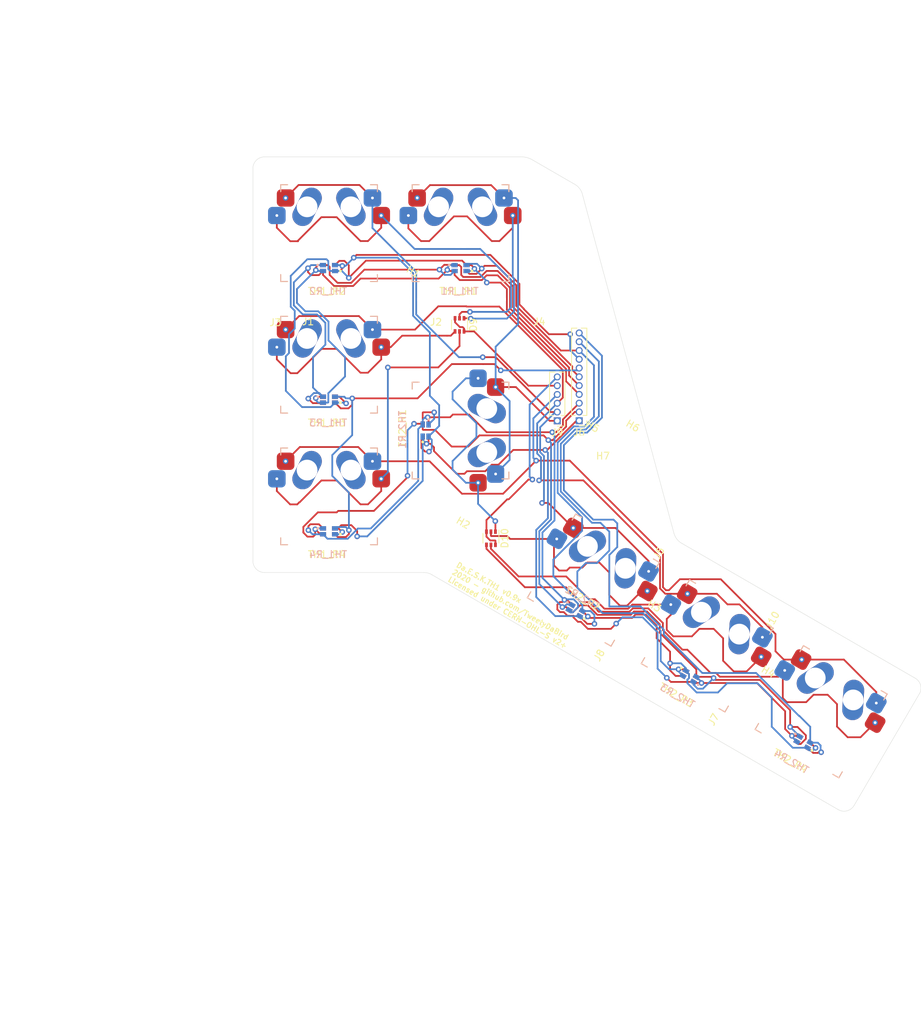
<source format=kicad_pcb>
(kicad_pcb (version 20171130) (host pcbnew "(5.1.6)-1")

  (general
    (thickness 1.6)
    (drawings 23)
    (tracks 878)
    (zones 0)
    (modules 36)
    (nets 26)
  )

  (page A4)
  (title_block
    (title "Da.E.S.K.TH1 - Dual angle Ergo Split Keyboard Thumbcluster 1")
    (date 2020-09-29)
    (rev 0.9)
    (company "Markus Knutsson <markus.knutsson@tweety.se>")
    (comment 1 https://github.com/TweetyDaBird)
    (comment 2 "Licensed under CERN-OHL-S v2 or any later version")
  )

  (layers
    (0 F.Cu signal)
    (31 B.Cu signal)
    (32 B.Adhes user)
    (33 F.Adhes user)
    (34 B.Paste user)
    (35 F.Paste user)
    (36 B.SilkS user)
    (37 F.SilkS user)
    (38 B.Mask user)
    (39 F.Mask user)
    (40 Dwgs.User user)
    (41 Cmts.User user)
    (42 Eco1.User user)
    (43 Eco2.User user)
    (44 Edge.Cuts user)
    (45 Margin user)
    (46 B.CrtYd user)
    (47 F.CrtYd user)
    (48 B.Fab user)
    (49 F.Fab user)
  )

  (setup
    (last_trace_width 0.25)
    (user_trace_width 0.15)
    (user_trace_width 0.2)
    (user_trace_width 0.25)
    (trace_clearance 0.18)
    (zone_clearance 0.508)
    (zone_45_only no)
    (trace_min 0.15)
    (via_size 0.8)
    (via_drill 0.4)
    (via_min_size 0.4)
    (via_min_drill 0.3)
    (user_via 0.8 0.4)
    (uvia_size 0.3)
    (uvia_drill 0.1)
    (uvias_allowed no)
    (uvia_min_size 0.2)
    (uvia_min_drill 0.1)
    (edge_width 0.05)
    (segment_width 0.2)
    (pcb_text_width 0.3)
    (pcb_text_size 1.5 1.5)
    (mod_edge_width 0.12)
    (mod_text_size 1 1)
    (mod_text_width 0.15)
    (pad_size 3.8 3.8)
    (pad_drill 0)
    (pad_to_mask_clearance 0.05)
    (aux_axis_origin -32.447562 182.052452)
    (visible_elements 7FFDFF7F)
    (pcbplotparams
      (layerselection 0x010fc_ffffffff)
      (usegerberextensions false)
      (usegerberattributes false)
      (usegerberadvancedattributes false)
      (creategerberjobfile false)
      (excludeedgelayer true)
      (linewidth 0.100000)
      (plotframeref false)
      (viasonmask false)
      (mode 1)
      (useauxorigin false)
      (hpglpennumber 1)
      (hpglpenspeed 20)
      (hpglpendiameter 15.000000)
      (psnegative false)
      (psa4output false)
      (plotreference true)
      (plotvalue true)
      (plotinvisibletext false)
      (padsonsilk false)
      (subtractmaskfromsilk false)
      (outputformat 1)
      (mirror false)
      (drillshape 1)
      (scaleselection 1)
      (outputdirectory ""))
  )

  (net 0 "")
  (net 1 TH_ROW_1)
  (net 2 TH_ROW_2)
  (net 3 TH_ROW_3)
  (net 4 TH_ROW_4)
  (net 5 TH_COL_TH2)
  (net 6 TH_COL_TH1)
  (net 7 CS5_TH)
  (net 8 CS4_TH)
  (net 9 CS3_TH)
  (net 10 CS2_TH)
  (net 11 CS1_TH)
  (net 12 SW2_TH)
  (net 13 SW1_TH)
  (net 14 SW3_TH)
  (net 15 SW5_TH)
  (net 16 SW4_TH)
  (net 17 SW6_TH)
  (net 18 "Net-(D9-Pad4)")
  (net 19 "Net-(D9-Pad2)")
  (net 20 "Net-(D9-Pad5)")
  (net 21 "Net-(D9-Pad1)")
  (net 22 "Net-(D10-Pad4)")
  (net 23 "Net-(D10-Pad2)")
  (net 24 "Net-(D10-Pad1)")
  (net 25 "Net-(D10-Pad5)")

  (net_class Default "This is the default net class."
    (clearance 0.18)
    (trace_width 0.25)
    (via_dia 0.8)
    (via_drill 0.4)
    (uvia_dia 0.3)
    (uvia_drill 0.1)
    (add_net "Net-(D10-Pad1)")
    (add_net "Net-(D10-Pad2)")
    (add_net "Net-(D10-Pad4)")
    (add_net "Net-(D10-Pad5)")
    (add_net "Net-(D9-Pad1)")
    (add_net "Net-(D9-Pad2)")
    (add_net "Net-(D9-Pad4)")
    (add_net "Net-(D9-Pad5)")
    (add_net TH_COL_TH1)
    (add_net TH_COL_TH2)
    (add_net TH_ROW_1)
    (add_net TH_ROW_2)
    (add_net TH_ROW_3)
    (add_net TH_ROW_4)
  )

  (net_class RGB ""
    (clearance 0.2)
    (trace_width 0.25)
    (via_dia 0.8)
    (via_drill 0.4)
    (uvia_dia 0.3)
    (uvia_drill 0.1)
    (add_net CS1_TH)
    (add_net CS2_TH)
    (add_net CS3_TH)
    (add_net CS4_TH)
    (add_net CS5_TH)
    (add_net SW1_TH)
    (add_net SW2_TH)
    (add_net SW3_TH)
    (add_net SW4_TH)
    (add_net SW5_TH)
    (add_net SW6_TH)
  )

  (net_class VCC ""
    (clearance 0.2)
    (trace_width 0.45)
    (via_dia 0.8)
    (via_drill 0.4)
    (uvia_dia 0.3)
    (uvia_drill 0.1)
  )

  (module Connector_PinHeader_1.27mm:PinHeader_1x06_P1.27mm_Vertical (layer F.Cu) (tedit 59FED6E3) (tstamp 5F649731)
    (at 124.014227 71.245385 180)
    (descr "Through hole straight pin header, 1x06, 1.27mm pitch, single row")
    (tags "Through hole pin header THT 1x06 1.27mm single row")
    (path /5F7BC5CB)
    (fp_text reference J9 (at 0 -1.695) (layer F.SilkS)
      (effects (font (size 1 1) (thickness 0.15)))
    )
    (fp_text value Conn_01x06 (at 0 8.045) (layer F.Fab)
      (effects (font (size 1 1) (thickness 0.15)))
    )
    (fp_line (start -0.525 -0.635) (end 1.05 -0.635) (layer F.Fab) (width 0.1))
    (fp_line (start 1.05 -0.635) (end 1.05 6.985) (layer F.Fab) (width 0.1))
    (fp_line (start 1.05 6.985) (end -1.05 6.985) (layer F.Fab) (width 0.1))
    (fp_line (start -1.05 6.985) (end -1.05 -0.11) (layer F.Fab) (width 0.1))
    (fp_line (start -1.05 -0.11) (end -0.525 -0.635) (layer F.Fab) (width 0.1))
    (fp_line (start -1.11 7.045) (end -0.30753 7.045) (layer F.SilkS) (width 0.12))
    (fp_line (start 0.30753 7.045) (end 1.11 7.045) (layer F.SilkS) (width 0.12))
    (fp_line (start -1.11 0.76) (end -1.11 7.045) (layer F.SilkS) (width 0.12))
    (fp_line (start 1.11 0.76) (end 1.11 7.045) (layer F.SilkS) (width 0.12))
    (fp_line (start -1.11 0.76) (end -0.563471 0.76) (layer F.SilkS) (width 0.12))
    (fp_line (start 0.563471 0.76) (end 1.11 0.76) (layer F.SilkS) (width 0.12))
    (fp_line (start -1.11 0) (end -1.11 -0.76) (layer F.SilkS) (width 0.12))
    (fp_line (start -1.11 -0.76) (end 0 -0.76) (layer F.SilkS) (width 0.12))
    (fp_line (start -1.55 -1.15) (end -1.55 7.5) (layer F.CrtYd) (width 0.05))
    (fp_line (start -1.55 7.5) (end 1.55 7.5) (layer F.CrtYd) (width 0.05))
    (fp_line (start 1.55 7.5) (end 1.55 -1.15) (layer F.CrtYd) (width 0.05))
    (fp_line (start 1.55 -1.15) (end -1.55 -1.15) (layer F.CrtYd) (width 0.05))
    (fp_text user %R (at 0 3.175 90) (layer F.Fab)
      (effects (font (size 1 1) (thickness 0.15)))
    )
    (pad 6 thru_hole oval (at 0 6.35 180) (size 1 1) (drill 0.65) (layers *.Cu *.Mask)
      (net 5 TH_COL_TH2))
    (pad 5 thru_hole oval (at 0 5.08 180) (size 1 1) (drill 0.65) (layers *.Cu *.Mask)
      (net 6 TH_COL_TH1))
    (pad 4 thru_hole oval (at 0 3.81 180) (size 1 1) (drill 0.65) (layers *.Cu *.Mask)
      (net 4 TH_ROW_4))
    (pad 3 thru_hole oval (at 0 2.54 180) (size 1 1) (drill 0.65) (layers *.Cu *.Mask)
      (net 3 TH_ROW_3))
    (pad 2 thru_hole oval (at 0 1.27 180) (size 1 1) (drill 0.65) (layers *.Cu *.Mask)
      (net 2 TH_ROW_2))
    (pad 1 thru_hole rect (at 0 0 180) (size 1 1) (drill 0.65) (layers *.Cu *.Mask)
      (net 1 TH_ROW_1))
  )

  (module Keyboard-Library:mousebite5 (layer F.Cu) (tedit 5F64BCB6) (tstamp 5F74B408)
    (at 155.61 100.34 240)
    (path /5F7ED03D)
    (fp_text reference J10 (at 0 0.5 60) (layer F.SilkS)
      (effects (font (size 1 1) (thickness 0.15)))
    )
    (fp_text value "Mousebite 5" (at 0 -0.5 60) (layer F.Fab)
      (effects (font (size 1 1) (thickness 0.15)))
    )
    (pad "" np_thru_hole circle (at -2.16 -2.76 240) (size 0.8 0.8) (drill 0.8) (layers *.Cu *.Mask))
    (pad "" np_thru_hole circle (at 3.04 -2.76 240) (size 0.8 0.8) (drill 0.8) (layers *.Cu *.Mask))
    (pad "" np_thru_hole circle (at 1.74 -2.76 240) (size 0.8 0.8) (drill 0.8) (layers *.Cu *.Mask))
    (pad "" np_thru_hole circle (at 0.44 -2.76 240) (size 0.8 0.8) (drill 0.8) (layers *.Cu *.Mask))
    (pad "" np_thru_hole circle (at -0.86 -2.76 240) (size 0.8 0.8) (drill 0.8) (layers *.Cu *.Mask))
  )

  (module "Keyboard 2:LEDSC160X160X070-4N_reversible" (layer F.Cu) (tedit 5EE08223) (tstamp 5F64956C)
    (at 104.948517 72.653318 90)
    (path /5ECE2428)
    (fp_text reference RGB_TH2R1 (at -0.000007 -1.686009 90) (layer F.SilkS) hide
      (effects (font (size 0.643667 0.643667) (thickness 0.015)))
    )
    (fp_text value CB2_1 (at 5.737714 1.895484 90) (layer F.Fab)
      (effects (font (size 0.645412 0.645412) (thickness 0.015)))
    )
    (fp_line (start -0.85 0.85) (end -0.85 -0.85) (layer B.Fab) (width 0.127))
    (fp_line (start -0.85 -0.85) (end 0.85 -0.85) (layer B.Fab) (width 0.127))
    (fp_line (start 0.85 -0.85) (end -0.85 -0.85) (layer B.Fab) (width 0.127))
    (fp_line (start 0.85 0.85) (end 0.85 -0.85) (layer B.Fab) (width 0.127))
    (fp_line (start 1.55 1.1) (end -1.55 1.1) (layer B.CrtYd) (width 0.05))
    (fp_line (start -1.55 1.1) (end -1.55 -1.1) (layer B.CrtYd) (width 0.05))
    (fp_line (start -1.55 -1.1) (end 1.55 -1.1) (layer B.CrtYd) (width 0.05))
    (fp_line (start 1.55 -1.1) (end 1.55 1.1) (layer B.CrtYd) (width 0.05))
    (fp_circle (center 1.651 0.425) (end 1.751 0.425) (layer B.SilkS) (width 0.2))
    (fp_line (start 0.85 0.85) (end -0.85 0.85) (layer F.Fab) (width 0.127))
    (fp_line (start 0.85 -0.85) (end 0.85 0.85) (layer F.Fab) (width 0.127))
    (fp_line (start -0.85 -0.85) (end 0.85 -0.85) (layer F.Fab) (width 0.127))
    (fp_line (start -0.85 0.85) (end -0.85 -0.85) (layer F.Fab) (width 0.127))
    (fp_circle (center -1.651 -0.425) (end -1.551 -0.425) (layer F.SilkS) (width 0.2))
    (fp_line (start -1.55 1.1) (end -1.55 -1.1) (layer F.CrtYd) (width 0.05))
    (fp_line (start 1.55 1.1) (end -1.55 1.1) (layer F.CrtYd) (width 0.05))
    (fp_line (start 1.55 -1.1) (end 1.55 1.1) (layer F.CrtYd) (width 0.05))
    (fp_line (start -1.55 -1.1) (end 1.55 -1.1) (layer F.CrtYd) (width 0.05))
    (fp_line (start 0.85 0.85) (end -0.85 0.85) (layer B.Fab) (width 0.127))
    (pad 1 smd rect (at -0.87 -0.425 90) (size 0.89 0.64) (layers F.Cu F.Paste F.Mask)
      (net 10 CS2_TH))
    (pad 2 smd rect (at 0.87 -0.425 90) (size 0.89 0.64) (layers F.Cu F.Paste F.Mask)
      (net 12 SW2_TH))
    (pad 3 smd rect (at 0.87 0.425 90) (size 0.89 0.64) (layers F.Cu F.Paste F.Mask)
      (net 13 SW1_TH))
    (pad 4 smd rect (at -0.87 0.425 90) (size 0.89 0.64) (layers F.Cu F.Paste F.Mask)
      (net 14 SW3_TH))
    (pad 2 smd rect (at 0.87 0.425 90) (size 0.89 0.64) (layers B.Cu B.Paste B.Mask)
      (net 12 SW2_TH))
    (pad 1 smd rect (at -0.87 0.425 90) (size 0.89 0.64) (layers B.Cu B.Paste B.Mask)
      (net 10 CS2_TH))
    (pad 3 smd rect (at 0.87 -0.425 90) (size 0.89 0.64) (layers B.Cu B.Paste B.Mask)
      (net 13 SW1_TH))
    (pad 4 smd rect (at -0.87 -0.425 90) (size 0.89 0.64) (layers B.Cu B.Paste B.Mask)
      (net 14 SW3_TH))
  )

  (module "Keyboard 2:Kailh_socket_MX_reversible_v2_2u" (layer F.Cu) (tedit 5F6097E1) (tstamp 5F649491)
    (at 110.008519 72.653318 90)
    (descr "MX-style keyswitch with reversible Kailh socket mount")
    (tags MX,cherry,gateron,kailh,pg1511,socket)
    (path /5F0FBB77)
    (fp_text reference TH2_R1 (at 0.33 -8.41 90) (layer F.SilkS)
      (effects (font (size 1 1) (thickness 0.15)))
    )
    (fp_text value SW_Push (at 0 8.255 90) (layer F.Fab)
      (effects (font (size 1 1) (thickness 0.15)))
    )
    (fp_line (start -9.525 -9.525) (end 9.525 -9.525) (layer Eco2.User) (width 0.12))
    (fp_line (start -9.525 9.525) (end -9.525 -9.525) (layer Eco2.User) (width 0.12))
    (fp_line (start 9.525 9.525) (end -9.525 9.525) (layer Eco2.User) (width 0.12))
    (fp_line (start 9.525 -9.525) (end 9.525 9.525) (layer Eco2.User) (width 0.12))
    (fp_line (start -0.8 -4.25) (end -0.8 -5.85) (layer Eco2.User) (width 0.12))
    (fp_line (start 0.8 -4.25) (end -0.8 -4.25) (layer Eco2.User) (width 0.12))
    (fp_line (start 0.8 -5.85) (end 0.8 -4.25) (layer Eco2.User) (width 0.12))
    (fp_line (start -0.8 -5.85) (end 0.8 -5.85) (layer Eco2.User) (width 0.12))
    (fp_line (start -7 -6) (end -7 -7) (layer F.SilkS) (width 0.15))
    (fp_line (start -7 -7) (end -6 -7) (layer B.SilkS) (width 0.15))
    (fp_line (start -6 7) (end -7 7) (layer F.SilkS) (width 0.15))
    (fp_line (start -7 7) (end -7 6) (layer B.SilkS) (width 0.15))
    (fp_line (start 7 6) (end 7 7) (layer F.SilkS) (width 0.15))
    (fp_line (start 7 7) (end 6 7) (layer F.SilkS) (width 0.15))
    (fp_line (start 6 -7) (end 7 -7) (layer F.SilkS) (width 0.15))
    (fp_line (start 7 -7) (end 7 -6) (layer B.SilkS) (width 0.15))
    (fp_line (start -7 7) (end 7 7) (layer Eco1.User) (width 0.15))
    (fp_line (start 7 -7) (end -7 -7) (layer Eco1.User) (width 0.15))
    (fp_line (start 7 -7) (end 7 7) (layer Eco1.User) (width 0.15))
    (fp_line (start -7 7) (end -7 -7) (layer Eco1.User) (width 0.15))
    (fp_line (start -7.5 -7.5) (end 7.5 -7.5) (layer B.Fab) (width 0.15))
    (fp_line (start 7.5 -7.5) (end 7.5 7.5) (layer B.Fab) (width 0.15))
    (fp_line (start 7.5 7.5) (end -7.5 7.5) (layer B.Fab) (width 0.15))
    (fp_line (start -7.5 7.5) (end -7.5 -7.5) (layer B.Fab) (width 0.15))
    (fp_line (start -6 7) (end -7 7) (layer B.SilkS) (width 0.15))
    (fp_line (start -7 7) (end -7 6) (layer F.SilkS) (width 0.15))
    (fp_line (start 7 6) (end 7 7) (layer B.SilkS) (width 0.15))
    (fp_line (start 7 7) (end 6 7) (layer B.SilkS) (width 0.15))
    (fp_line (start 6 -7) (end 7 -7) (layer B.SilkS) (width 0.15))
    (fp_line (start 7 -7) (end 7 -6) (layer F.SilkS) (width 0.15))
    (fp_line (start -7 -6) (end -7 -7) (layer B.SilkS) (width 0.15))
    (fp_line (start -7 -7) (end -6 -7) (layer F.SilkS) (width 0.15))
    (fp_line (start -3.81 6.985) (end 5.08 6.985) (layer F.Fab) (width 0.12))
    (fp_line (start 5.08 6.985) (end 5.08 2.54) (layer F.Fab) (width 0.12))
    (fp_line (start 5.08 2.54) (end 0 2.54) (layer F.Fab) (width 0.12))
    (fp_line (start -2.54 0.635) (end -6.35 0.635) (layer F.Fab) (width 0.12))
    (fp_line (start -6.35 0.635) (end -6.35 4.445) (layer F.Fab) (width 0.12))
    (fp_line (start 5.08 6.35) (end 7.62 6.35) (layer F.Fab) (width 0.12))
    (fp_line (start 7.62 6.35) (end 7.62 3.81) (layer F.Fab) (width 0.12))
    (fp_line (start 7.62 3.81) (end 5.08 3.81) (layer F.Fab) (width 0.12))
    (fp_line (start -6.35 1.27) (end -8.89 1.27) (layer F.Fab) (width 0.12))
    (fp_line (start -8.89 1.27) (end -8.89 3.81) (layer F.Fab) (width 0.12))
    (fp_line (start -8.89 3.81) (end -6.35 3.81) (layer F.Fab) (width 0.12))
    (fp_line (start 6.35 4.445) (end 6.35 0.635) (layer B.Fab) (width 0.12))
    (fp_line (start 6.35 0.635) (end 2.54 0.635) (layer B.Fab) (width 0.12))
    (fp_line (start 0 2.54) (end -5.08 2.54) (layer B.Fab) (width 0.12))
    (fp_line (start -5.08 2.54) (end -5.08 6.985) (layer B.Fab) (width 0.12))
    (fp_line (start -5.08 6.985) (end 3.81 6.985) (layer B.Fab) (width 0.12))
    (fp_line (start 6.35 3.81) (end 8.89 3.81) (layer B.Fab) (width 0.12))
    (fp_line (start 8.89 3.81) (end 8.89 1.27) (layer B.Fab) (width 0.12))
    (fp_line (start 8.89 1.27) (end 6.35 1.27) (layer B.Fab) (width 0.12))
    (fp_line (start -5.08 3.81) (end -7.62 3.81) (layer B.Fab) (width 0.12))
    (fp_line (start -7.62 3.81) (end -7.62 6.35) (layer B.Fab) (width 0.12))
    (fp_line (start -7.62 6.35) (end -5.08 6.35) (layer B.Fab) (width 0.12))
    (fp_line (start -7.5 7.5) (end -7.5 -7.5) (layer F.Fab) (width 0.15))
    (fp_line (start 7.5 -7.5) (end 7.5 7.5) (layer F.Fab) (width 0.15))
    (fp_line (start 7.5 7.5) (end -7.5 7.5) (layer F.Fab) (width 0.15))
    (fp_line (start -7.5 -7.5) (end 7.5 -7.5) (layer F.Fab) (width 0.15))
    (fp_line (start -19.05 9.525) (end -19.05 -9.525) (layer Eco2.User) (width 0.12))
    (fp_line (start 19.05 9.525) (end 9.525 9.525) (layer Eco2.User) (width 0.12))
    (fp_line (start 19.05 9.525) (end 19.05 -9.525) (layer Eco2.User) (width 0.12))
    (fp_line (start 9.525 -9.525) (end 19.05 -9.525) (layer Eco2.User) (width 0.12))
    (fp_line (start -19.05 -9.525) (end -9.525 -9.525) (layer Eco2.User) (width 0.12))
    (fp_line (start -9.525 9.525) (end -19.05 9.525) (layer Eco2.User) (width 0.12))
    (fp_arc (start 3.81 4.445) (end 3.81 6.985) (angle -90) (layer B.Fab) (width 0.12))
    (fp_arc (start 0 0) (end 0 2.54) (angle -75.96375653) (layer B.Fab) (width 0.12))
    (fp_arc (start -3.81 4.445) (end -6.35 4.445) (angle -90) (layer F.Fab) (width 0.12))
    (fp_arc (start 0 0) (end -2.539999 0.634999) (angle -75.96375653) (layer F.Fab) (width 0.12))
    (fp_text user %R (at 0.12 -8.41 270) (layer B.SilkS)
      (effects (font (size 1 1) (thickness 0.15)) (justify mirror))
    )
    (fp_text user %R (at 4.62 -1.85 90) (layer F.Fab)
      (effects (font (size 1 1) (thickness 0.15)))
    )
    (fp_text user %V (at 0 8.255 90) (layer B.Fab)
      (effects (font (size 1 1) (thickness 0.15)) (justify mirror))
    )
    (fp_text user %R (at 0.12 -8.41 270) (layer B.SilkS)
      (effects (font (size 1 1) (thickness 0.15)) (justify mirror))
    )
    (pad "" np_thru_hole oval (at 3.18 3.8 63.5) (size 3 5.85) (drill oval 3) (layers *.Cu *.Mask))
    (pad "" np_thru_hole oval (at -3.17 3.8 116.5) (size 3 5.85) (drill oval 3) (layers *.Cu *.Mask))
    (pad 2 smd roundrect (at -7.56 2.54 90) (size 2.55 2.5) (layers F.Cu F.Paste F.Mask) (roundrect_rratio 0.25)
      (net 24 "Net-(D10-Pad1)"))
    (pad "" np_thru_hole circle (at -5.08 0 90) (size 1.7018 1.7018) (drill 1.7018) (layers *.Cu *.Mask))
    (pad "" np_thru_hole circle (at 5.08 0 90) (size 1.7018 1.7018) (drill 1.7018) (layers *.Cu *.Mask))
    (pad "" np_thru_hole circle (at 0 0 90) (size 3.9878 3.9878) (drill 3.9878) (layers *.Cu *.Mask))
    (pad 1 smd roundrect (at 6.29 5.08 90) (size 2.55 2.5) (layers F.Cu F.Paste F.Mask) (roundrect_rratio 0.25)
      (net 1 TH_ROW_1))
    (pad 1 smd roundrect (at -6.29 5.08 90) (size 2.55 2.5) (layers B.Cu B.Paste B.Mask) (roundrect_rratio 0.25)
      (net 1 TH_ROW_1))
    (pad 2 smd roundrect (at 7.56 2.54 90) (size 2.55 2.5) (layers B.Cu B.Paste B.Mask) (roundrect_rratio 0.25)
      (net 24 "Net-(D10-Pad1)"))
  )

  (module "Keyboard 2:Kailh_socket_MX_reversible_v2" (layer F.Cu) (tedit 5F5DF84D) (tstamp 5F648CAF)
    (at 129.24226 94.295767 150)
    (descr "MX-style keyswitch with reversible Kailh socket mount")
    (tags MX,cherry,gateron,kailh,pg1511,socket)
    (path /5F0FC185)
    (fp_text reference TH2_R2 (at 0.00584 -3.114404 150) (layer F.SilkS)
      (effects (font (size 1 1) (thickness 0.15)))
    )
    (fp_text value SW_Push (at 0 8.255 150) (layer F.Fab)
      (effects (font (size 1 1) (thickness 0.15)))
    )
    (fp_line (start -7 7) (end 7.000122 7.000057) (layer Eco1.User) (width 0.1))
    (fp_line (start -7 -7) (end -7 7) (layer Eco1.User) (width 0.1))
    (fp_line (start -7 -7) (end 7 -7) (layer Eco1.User) (width 0.1))
    (fp_line (start 7 -7) (end 7 7) (layer Eco1.User) (width 0.1))
    (fp_line (start -7.5 -7.5) (end 7.5 -7.5) (layer F.Fab) (width 0.15))
    (fp_line (start 7.5 7.5) (end -7.5 7.5) (layer F.Fab) (width 0.15))
    (fp_line (start 7.5 -7.5) (end 7.5 7.5) (layer F.Fab) (width 0.15))
    (fp_line (start -7.5 7.5) (end -7.5 -7.5) (layer F.Fab) (width 0.15))
    (fp_line (start -7.62 6.35) (end -5.08 6.35) (layer B.Fab) (width 0.12))
    (fp_line (start -7.62 3.81) (end -7.62 6.35) (layer B.Fab) (width 0.12))
    (fp_line (start -5.08 3.81) (end -7.62 3.81) (layer B.Fab) (width 0.12))
    (fp_line (start 8.89 1.27) (end 6.35 1.27) (layer B.Fab) (width 0.12))
    (fp_line (start 8.89 3.81) (end 8.89 1.27) (layer B.Fab) (width 0.12))
    (fp_line (start 6.35 3.81) (end 8.89 3.81) (layer B.Fab) (width 0.12))
    (fp_line (start -5.08 6.985) (end 3.81 6.985) (layer B.Fab) (width 0.12))
    (fp_line (start -5.08 2.54) (end -5.08 6.985) (layer B.Fab) (width 0.12))
    (fp_line (start 0 2.54) (end -5.08 2.54) (layer B.Fab) (width 0.12))
    (fp_line (start 6.35 0.635) (end 2.54 0.635) (layer B.Fab) (width 0.12))
    (fp_line (start 6.35 4.445) (end 6.35 0.635) (layer B.Fab) (width 0.12))
    (fp_line (start -8.89 3.81) (end -6.35 3.81) (layer F.Fab) (width 0.12))
    (fp_line (start -8.89 1.27) (end -8.89 3.81) (layer F.Fab) (width 0.12))
    (fp_line (start -6.35 1.27) (end -8.89 1.27) (layer F.Fab) (width 0.12))
    (fp_line (start 7.62 3.81) (end 5.08 3.81) (layer F.Fab) (width 0.12))
    (fp_line (start 7.62 6.35) (end 7.62 3.81) (layer F.Fab) (width 0.12))
    (fp_line (start 5.08 6.35) (end 7.62 6.35) (layer F.Fab) (width 0.12))
    (fp_line (start -6.35 0.635) (end -6.35 4.445) (layer F.Fab) (width 0.12))
    (fp_line (start -2.54 0.635) (end -6.35 0.635) (layer F.Fab) (width 0.12))
    (fp_line (start 5.08 2.54) (end 0 2.54) (layer F.Fab) (width 0.12))
    (fp_line (start 5.08 6.985) (end 5.08 2.54) (layer F.Fab) (width 0.12))
    (fp_line (start -3.81 6.985) (end 5.08 6.985) (layer F.Fab) (width 0.12))
    (fp_line (start -7 -7) (end -6 -7) (layer F.SilkS) (width 0.15))
    (fp_line (start -7 -6) (end -7 -7) (layer B.SilkS) (width 0.15))
    (fp_line (start 7 -7) (end 7 -6) (layer F.SilkS) (width 0.15))
    (fp_line (start 6 -7) (end 7 -7) (layer B.SilkS) (width 0.15))
    (fp_line (start 7 7) (end 6 7) (layer B.SilkS) (width 0.15))
    (fp_line (start 7 6) (end 7 7) (layer B.SilkS) (width 0.15))
    (fp_line (start -7 7) (end -7 6) (layer F.SilkS) (width 0.15))
    (fp_line (start -6 7) (end -7 7) (layer B.SilkS) (width 0.15))
    (fp_line (start -7.5 7.5) (end -7.5 -7.5) (layer B.Fab) (width 0.15))
    (fp_line (start 7.5 7.5) (end -7.5 7.5) (layer B.Fab) (width 0.15))
    (fp_line (start 7.5 -7.5) (end 7.5 7.5) (layer B.Fab) (width 0.15))
    (fp_line (start -7.5 -7.5) (end 7.5 -7.5) (layer B.Fab) (width 0.15))
    (fp_line (start 7 -7) (end 7 -6) (layer B.SilkS) (width 0.15))
    (fp_line (start 6 -7) (end 7 -7) (layer F.SilkS) (width 0.15))
    (fp_line (start 7 7) (end 6 7) (layer F.SilkS) (width 0.15))
    (fp_line (start 7 6) (end 7 7) (layer F.SilkS) (width 0.15))
    (fp_line (start -7 7) (end -7 6) (layer B.SilkS) (width 0.15))
    (fp_line (start -6 7) (end -7 7) (layer F.SilkS) (width 0.15))
    (fp_line (start -7 -7) (end -6 -7) (layer B.SilkS) (width 0.15))
    (fp_line (start -7 -6) (end -7 -7) (layer F.SilkS) (width 0.15))
    (fp_line (start -0.8 -5.85) (end 0.8 -5.85) (layer Eco2.User) (width 0.12))
    (fp_line (start 0.8 -5.85) (end 0.8 -4.25) (layer Eco2.User) (width 0.12))
    (fp_line (start 0.8 -4.25) (end -0.8 -4.25) (layer Eco2.User) (width 0.12))
    (fp_line (start -0.8 -4.25) (end -0.8 -5.85) (layer Eco2.User) (width 0.12))
    (fp_line (start 9.525 -9.525) (end 9.525 9.525) (layer Eco2.User) (width 0.12))
    (fp_line (start 9.525 9.525) (end -9.525 9.525) (layer Eco2.User) (width 0.12))
    (fp_line (start -9.525 9.525) (end -9.525 -9.525) (layer Eco2.User) (width 0.12))
    (fp_line (start -9.525 -9.525) (end 9.525 -9.525) (layer Eco2.User) (width 0.12))
    (fp_arc (start 3.81 4.445) (end 3.81 6.985) (angle -90) (layer B.Fab) (width 0.12))
    (fp_arc (start 0 0) (end 0 2.54) (angle -75.96375653) (layer B.Fab) (width 0.12))
    (fp_arc (start -3.81 4.445) (end -6.35 4.445) (angle -90) (layer F.Fab) (width 0.12))
    (fp_arc (start 0 0) (end -2.539999 0.634999) (angle -75.96375653) (layer F.Fab) (width 0.12))
    (fp_text user %V (at 0 8.255 150) (layer B.Fab)
      (effects (font (size 1 1) (thickness 0.15)) (justify mirror))
    )
    (fp_text user %R (at 0.095481 -3.039141 330) (layer B.SilkS)
      (effects (font (size 1 1) (thickness 0.15)) (justify mirror))
    )
    (pad "" np_thru_hole oval (at 3.18 3.8 123.5) (size 3 5.85) (drill oval 3) (layers *.Cu *.Mask))
    (pad "" np_thru_hole oval (at -3.17 3.8 176.5) (size 3 5.85) (drill oval 3) (layers *.Cu *.Mask))
    (pad 2 smd roundrect (at -7.56 2.54 150) (size 2.55 2.5) (layers F.Cu F.Paste F.Mask) (roundrect_rratio 0.25)
      (net 23 "Net-(D10-Pad2)"))
    (pad "" np_thru_hole circle (at -5.08 0 150) (size 1.7018 1.7018) (drill 1.7018) (layers *.Cu *.Mask))
    (pad "" np_thru_hole circle (at 5.08 0 150) (size 1.7018 1.7018) (drill 1.7018) (layers *.Cu *.Mask))
    (pad "" np_thru_hole circle (at 0 0 150) (size 3.9878 3.9878) (drill 3.9878) (layers *.Cu *.Mask))
    (pad 1 smd roundrect (at 6.29 5.08 150) (size 2.55 2.5) (layers F.Cu F.Paste F.Mask) (roundrect_rratio 0.25)
      (net 2 TH_ROW_2))
    (pad 1 smd roundrect (at -6.29 5.08 150) (size 2.55 2.5) (layers B.Cu B.Paste B.Mask) (roundrect_rratio 0.25)
      (net 2 TH_ROW_2))
    (pad 2 smd roundrect (at 7.56 2.54 150) (size 2.55 2.5) (layers B.Cu B.Paste B.Mask) (roundrect_rratio 0.25)
      (net 23 "Net-(D10-Pad2)"))
  )

  (module "Keyboard 2:Kailh_socket_MX_reversible_v2" (layer F.Cu) (tedit 5F5DF84D) (tstamp 5F648DAB)
    (at 162.237828 113.345767 150)
    (descr "MX-style keyswitch with reversible Kailh socket mount")
    (tags MX,cherry,gateron,kailh,pg1511,socket)
    (path /5F23B58D)
    (fp_text reference TH2_R4 (at 0.33 -8.41 150) (layer F.SilkS)
      (effects (font (size 1 1) (thickness 0.15)))
    )
    (fp_text value SW_Push (at 0 8.255 150) (layer F.Fab)
      (effects (font (size 1 1) (thickness 0.15)))
    )
    (fp_line (start -7 7) (end 7.000122 7.000057) (layer Eco1.User) (width 0.1))
    (fp_line (start -7 -7) (end -7 7) (layer Eco1.User) (width 0.1))
    (fp_line (start -7 -7) (end 7 -7) (layer Eco1.User) (width 0.1))
    (fp_line (start 7 -7) (end 7 7) (layer Eco1.User) (width 0.1))
    (fp_line (start -7.5 -7.5) (end 7.5 -7.5) (layer F.Fab) (width 0.15))
    (fp_line (start 7.5 7.5) (end -7.5 7.5) (layer F.Fab) (width 0.15))
    (fp_line (start 7.5 -7.5) (end 7.5 7.5) (layer F.Fab) (width 0.15))
    (fp_line (start -7.5 7.5) (end -7.5 -7.5) (layer F.Fab) (width 0.15))
    (fp_line (start -7.62 6.35) (end -5.08 6.35) (layer B.Fab) (width 0.12))
    (fp_line (start -7.62 3.81) (end -7.62 6.35) (layer B.Fab) (width 0.12))
    (fp_line (start -5.08 3.81) (end -7.62 3.81) (layer B.Fab) (width 0.12))
    (fp_line (start 8.89 1.27) (end 6.35 1.27) (layer B.Fab) (width 0.12))
    (fp_line (start 8.89 3.81) (end 8.89 1.27) (layer B.Fab) (width 0.12))
    (fp_line (start 6.35 3.81) (end 8.89 3.81) (layer B.Fab) (width 0.12))
    (fp_line (start -5.08 6.985) (end 3.81 6.985) (layer B.Fab) (width 0.12))
    (fp_line (start -5.08 2.54) (end -5.08 6.985) (layer B.Fab) (width 0.12))
    (fp_line (start 0 2.54) (end -5.08 2.54) (layer B.Fab) (width 0.12))
    (fp_line (start 6.35 0.635) (end 2.54 0.635) (layer B.Fab) (width 0.12))
    (fp_line (start 6.35 4.445) (end 6.35 0.635) (layer B.Fab) (width 0.12))
    (fp_line (start -8.89 3.81) (end -6.35 3.81) (layer F.Fab) (width 0.12))
    (fp_line (start -8.89 1.27) (end -8.89 3.81) (layer F.Fab) (width 0.12))
    (fp_line (start -6.35 1.27) (end -8.89 1.27) (layer F.Fab) (width 0.12))
    (fp_line (start 7.62 3.81) (end 5.08 3.81) (layer F.Fab) (width 0.12))
    (fp_line (start 7.62 6.35) (end 7.62 3.81) (layer F.Fab) (width 0.12))
    (fp_line (start 5.08 6.35) (end 7.62 6.35) (layer F.Fab) (width 0.12))
    (fp_line (start -6.35 0.635) (end -6.35 4.445) (layer F.Fab) (width 0.12))
    (fp_line (start -2.54 0.635) (end -6.35 0.635) (layer F.Fab) (width 0.12))
    (fp_line (start 5.08 2.54) (end 0 2.54) (layer F.Fab) (width 0.12))
    (fp_line (start 5.08 6.985) (end 5.08 2.54) (layer F.Fab) (width 0.12))
    (fp_line (start -3.81 6.985) (end 5.08 6.985) (layer F.Fab) (width 0.12))
    (fp_line (start -7 -7) (end -6 -7) (layer F.SilkS) (width 0.15))
    (fp_line (start -7 -6) (end -7 -7) (layer B.SilkS) (width 0.15))
    (fp_line (start 7 -7) (end 7 -6) (layer F.SilkS) (width 0.15))
    (fp_line (start 6 -7) (end 7 -7) (layer B.SilkS) (width 0.15))
    (fp_line (start 7 7) (end 6 7) (layer B.SilkS) (width 0.15))
    (fp_line (start 7 6) (end 7 7) (layer B.SilkS) (width 0.15))
    (fp_line (start -7 7) (end -7 6) (layer F.SilkS) (width 0.15))
    (fp_line (start -6 7) (end -7 7) (layer B.SilkS) (width 0.15))
    (fp_line (start -7.5 7.5) (end -7.5 -7.5) (layer B.Fab) (width 0.15))
    (fp_line (start 7.5 7.5) (end -7.5 7.5) (layer B.Fab) (width 0.15))
    (fp_line (start 7.5 -7.5) (end 7.5 7.5) (layer B.Fab) (width 0.15))
    (fp_line (start -7.5 -7.5) (end 7.5 -7.5) (layer B.Fab) (width 0.15))
    (fp_line (start 7 -7) (end 7 -6) (layer B.SilkS) (width 0.15))
    (fp_line (start 6 -7) (end 7 -7) (layer F.SilkS) (width 0.15))
    (fp_line (start 7 7) (end 6 7) (layer F.SilkS) (width 0.15))
    (fp_line (start 7 6) (end 7 7) (layer F.SilkS) (width 0.15))
    (fp_line (start -7 7) (end -7 6) (layer B.SilkS) (width 0.15))
    (fp_line (start -6 7) (end -7 7) (layer F.SilkS) (width 0.15))
    (fp_line (start -7 -7) (end -6 -7) (layer B.SilkS) (width 0.15))
    (fp_line (start -7 -6) (end -7 -7) (layer F.SilkS) (width 0.15))
    (fp_line (start -0.8 -5.85) (end 0.8 -5.85) (layer Eco2.User) (width 0.12))
    (fp_line (start 0.8 -5.85) (end 0.8 -4.25) (layer Eco2.User) (width 0.12))
    (fp_line (start 0.8 -4.25) (end -0.8 -4.25) (layer Eco2.User) (width 0.12))
    (fp_line (start -0.8 -4.25) (end -0.8 -5.85) (layer Eco2.User) (width 0.12))
    (fp_line (start 9.525 -9.525) (end 9.525 9.525) (layer Eco2.User) (width 0.12))
    (fp_line (start 9.525 9.525) (end -9.525 9.525) (layer Eco2.User) (width 0.12))
    (fp_line (start -9.525 9.525) (end -9.525 -9.525) (layer Eco2.User) (width 0.12))
    (fp_line (start -9.525 -9.525) (end 9.525 -9.525) (layer Eco2.User) (width 0.12))
    (fp_arc (start 3.81 4.445) (end 3.81 6.985) (angle -90) (layer B.Fab) (width 0.12))
    (fp_arc (start 0 0) (end 0 2.54) (angle -75.96375653) (layer B.Fab) (width 0.12))
    (fp_arc (start -3.81 4.445) (end -6.35 4.445) (angle -90) (layer F.Fab) (width 0.12))
    (fp_arc (start 0 0) (end -2.539999 0.634999) (angle -75.96375653) (layer F.Fab) (width 0.12))
    (fp_text user %V (at 0 8.255 150) (layer B.Fab)
      (effects (font (size 1 1) (thickness 0.15)) (justify mirror))
    )
    (fp_text user %R (at 0.12 -8.41 330) (layer B.SilkS)
      (effects (font (size 1 1) (thickness 0.15)) (justify mirror))
    )
    (pad "" np_thru_hole oval (at 3.18 3.8 123.5) (size 3 5.85) (drill oval 3) (layers *.Cu *.Mask))
    (pad "" np_thru_hole oval (at -3.17 3.8 176.5) (size 3 5.85) (drill oval 3) (layers *.Cu *.Mask))
    (pad 2 smd roundrect (at -7.56 2.54 150) (size 2.55 2.5) (layers F.Cu F.Paste F.Mask) (roundrect_rratio 0.25)
      (net 22 "Net-(D10-Pad4)"))
    (pad "" np_thru_hole circle (at -5.08 0 150) (size 1.7018 1.7018) (drill 1.7018) (layers *.Cu *.Mask))
    (pad "" np_thru_hole circle (at 5.08 0 150) (size 1.7018 1.7018) (drill 1.7018) (layers *.Cu *.Mask))
    (pad "" np_thru_hole circle (at 0 0 150) (size 3.9878 3.9878) (drill 3.9878) (layers *.Cu *.Mask))
    (pad 1 smd roundrect (at 6.29 5.08 150) (size 2.55 2.5) (layers F.Cu F.Paste F.Mask) (roundrect_rratio 0.25)
      (net 4 TH_ROW_4))
    (pad 1 smd roundrect (at -6.29 5.08 150) (size 2.55 2.5) (layers B.Cu B.Paste B.Mask) (roundrect_rratio 0.25)
      (net 4 TH_ROW_4))
    (pad 2 smd roundrect (at 7.56 2.54 150) (size 2.55 2.5) (layers B.Cu B.Paste B.Mask) (roundrect_rratio 0.25)
      (net 22 "Net-(D10-Pad4)"))
  )

  (module "Keyboard 2:Kailh_socket_MX_reversible_v2" (layer F.Cu) (tedit 5F5DF84D) (tstamp 5F64913B)
    (at 145.740044 103.820767 150)
    (descr "MX-style keyswitch with reversible Kailh socket mount")
    (tags MX,cherry,gateron,kailh,pg1511,socket)
    (path /5EF71573)
    (fp_text reference TH2_R3 (at 0.33 -8.41 150) (layer F.SilkS)
      (effects (font (size 1 1) (thickness 0.15)))
    )
    (fp_text value SW_Push (at 0 8.255 150) (layer F.Fab)
      (effects (font (size 1 1) (thickness 0.15)))
    )
    (fp_line (start -7 7) (end 7.000122 7.000057) (layer Eco1.User) (width 0.1))
    (fp_line (start -7 -7) (end -7 7) (layer Eco1.User) (width 0.1))
    (fp_line (start -7 -7) (end 7 -7) (layer Eco1.User) (width 0.1))
    (fp_line (start 7 -7) (end 7 7) (layer Eco1.User) (width 0.1))
    (fp_line (start -7.5 -7.5) (end 7.5 -7.5) (layer F.Fab) (width 0.15))
    (fp_line (start 7.5 7.5) (end -7.5 7.5) (layer F.Fab) (width 0.15))
    (fp_line (start 7.5 -7.5) (end 7.5 7.5) (layer F.Fab) (width 0.15))
    (fp_line (start -7.5 7.5) (end -7.5 -7.5) (layer F.Fab) (width 0.15))
    (fp_line (start -7.62 6.35) (end -5.08 6.35) (layer B.Fab) (width 0.12))
    (fp_line (start -7.62 3.81) (end -7.62 6.35) (layer B.Fab) (width 0.12))
    (fp_line (start -5.08 3.81) (end -7.62 3.81) (layer B.Fab) (width 0.12))
    (fp_line (start 8.89 1.27) (end 6.35 1.27) (layer B.Fab) (width 0.12))
    (fp_line (start 8.89 3.81) (end 8.89 1.27) (layer B.Fab) (width 0.12))
    (fp_line (start 6.35 3.81) (end 8.89 3.81) (layer B.Fab) (width 0.12))
    (fp_line (start -5.08 6.985) (end 3.81 6.985) (layer B.Fab) (width 0.12))
    (fp_line (start -5.08 2.54) (end -5.08 6.985) (layer B.Fab) (width 0.12))
    (fp_line (start 0 2.54) (end -5.08 2.54) (layer B.Fab) (width 0.12))
    (fp_line (start 6.35 0.635) (end 2.54 0.635) (layer B.Fab) (width 0.12))
    (fp_line (start 6.35 4.445) (end 6.35 0.635) (layer B.Fab) (width 0.12))
    (fp_line (start -8.89 3.81) (end -6.35 3.81) (layer F.Fab) (width 0.12))
    (fp_line (start -8.89 1.27) (end -8.89 3.81) (layer F.Fab) (width 0.12))
    (fp_line (start -6.35 1.27) (end -8.89 1.27) (layer F.Fab) (width 0.12))
    (fp_line (start 7.62 3.81) (end 5.08 3.81) (layer F.Fab) (width 0.12))
    (fp_line (start 7.62 6.35) (end 7.62 3.81) (layer F.Fab) (width 0.12))
    (fp_line (start 5.08 6.35) (end 7.62 6.35) (layer F.Fab) (width 0.12))
    (fp_line (start -6.35 0.635) (end -6.35 4.445) (layer F.Fab) (width 0.12))
    (fp_line (start -2.54 0.635) (end -6.35 0.635) (layer F.Fab) (width 0.12))
    (fp_line (start 5.08 2.54) (end 0 2.54) (layer F.Fab) (width 0.12))
    (fp_line (start 5.08 6.985) (end 5.08 2.54) (layer F.Fab) (width 0.12))
    (fp_line (start -3.81 6.985) (end 5.08 6.985) (layer F.Fab) (width 0.12))
    (fp_line (start -7 -7) (end -6 -7) (layer F.SilkS) (width 0.15))
    (fp_line (start -7 -6) (end -7 -7) (layer B.SilkS) (width 0.15))
    (fp_line (start 7 -7) (end 7 -6) (layer F.SilkS) (width 0.15))
    (fp_line (start 6 -7) (end 7 -7) (layer B.SilkS) (width 0.15))
    (fp_line (start 7 7) (end 6 7) (layer B.SilkS) (width 0.15))
    (fp_line (start 7 6) (end 7 7) (layer B.SilkS) (width 0.15))
    (fp_line (start -7 7) (end -7 6) (layer F.SilkS) (width 0.15))
    (fp_line (start -6 7) (end -7 7) (layer B.SilkS) (width 0.15))
    (fp_line (start -7.5 7.5) (end -7.5 -7.5) (layer B.Fab) (width 0.15))
    (fp_line (start 7.5 7.5) (end -7.5 7.5) (layer B.Fab) (width 0.15))
    (fp_line (start 7.5 -7.5) (end 7.5 7.5) (layer B.Fab) (width 0.15))
    (fp_line (start -7.5 -7.5) (end 7.5 -7.5) (layer B.Fab) (width 0.15))
    (fp_line (start 7 -7) (end 7 -6) (layer B.SilkS) (width 0.15))
    (fp_line (start 6 -7) (end 7 -7) (layer F.SilkS) (width 0.15))
    (fp_line (start 7 7) (end 6 7) (layer F.SilkS) (width 0.15))
    (fp_line (start 7 6) (end 7 7) (layer F.SilkS) (width 0.15))
    (fp_line (start -7 7) (end -7 6) (layer B.SilkS) (width 0.15))
    (fp_line (start -6 7) (end -7 7) (layer F.SilkS) (width 0.15))
    (fp_line (start -7 -7) (end -6 -7) (layer B.SilkS) (width 0.15))
    (fp_line (start -7 -6) (end -7 -7) (layer F.SilkS) (width 0.15))
    (fp_line (start -0.8 -5.85) (end 0.8 -5.85) (layer Eco2.User) (width 0.12))
    (fp_line (start 0.8 -5.85) (end 0.8 -4.25) (layer Eco2.User) (width 0.12))
    (fp_line (start 0.8 -4.25) (end -0.8 -4.25) (layer Eco2.User) (width 0.12))
    (fp_line (start -0.8 -4.25) (end -0.8 -5.85) (layer Eco2.User) (width 0.12))
    (fp_line (start 9.525 -9.525) (end 9.525 9.525) (layer Eco2.User) (width 0.12))
    (fp_line (start 9.525 9.525) (end -9.525 9.525) (layer Eco2.User) (width 0.12))
    (fp_line (start -9.525 9.525) (end -9.525 -9.525) (layer Eco2.User) (width 0.12))
    (fp_line (start -9.525 -9.525) (end 9.525 -9.525) (layer Eco2.User) (width 0.12))
    (fp_arc (start 3.81 4.445) (end 3.81 6.985) (angle -90) (layer B.Fab) (width 0.12))
    (fp_arc (start 0 0) (end 0 2.54) (angle -75.96375653) (layer B.Fab) (width 0.12))
    (fp_arc (start -3.81 4.445) (end -6.35 4.445) (angle -90) (layer F.Fab) (width 0.12))
    (fp_arc (start 0 0) (end -2.539999 0.634999) (angle -75.96375653) (layer F.Fab) (width 0.12))
    (fp_text user %V (at 0 8.255 150) (layer B.Fab)
      (effects (font (size 1 1) (thickness 0.15)) (justify mirror))
    )
    (fp_text user %R (at 0.12 -8.41 330) (layer B.SilkS)
      (effects (font (size 1 1) (thickness 0.15)) (justify mirror))
    )
    (pad "" np_thru_hole oval (at 3.18 3.8 123.5) (size 3 5.85) (drill oval 3) (layers *.Cu *.Mask))
    (pad "" np_thru_hole oval (at -3.17 3.8 176.5) (size 3 5.85) (drill oval 3) (layers *.Cu *.Mask))
    (pad 2 smd roundrect (at -7.56 2.54 150) (size 2.55 2.5) (layers F.Cu F.Paste F.Mask) (roundrect_rratio 0.25)
      (net 25 "Net-(D10-Pad5)"))
    (pad "" np_thru_hole circle (at -5.08 0 150) (size 1.7018 1.7018) (drill 1.7018) (layers *.Cu *.Mask))
    (pad "" np_thru_hole circle (at 5.08 0 150) (size 1.7018 1.7018) (drill 1.7018) (layers *.Cu *.Mask))
    (pad "" np_thru_hole circle (at 0 0 150) (size 3.9878 3.9878) (drill 3.9878) (layers *.Cu *.Mask))
    (pad 1 smd roundrect (at 6.29 5.08 150) (size 2.55 2.5) (layers F.Cu F.Paste F.Mask) (roundrect_rratio 0.25)
      (net 3 TH_ROW_3))
    (pad 1 smd roundrect (at -6.29 5.08 150) (size 2.55 2.5) (layers B.Cu B.Paste B.Mask) (roundrect_rratio 0.25)
      (net 3 TH_ROW_3))
    (pad 2 smd roundrect (at 7.56 2.54 150) (size 2.55 2.5) (layers B.Cu B.Paste B.Mask) (roundrect_rratio 0.25)
      (net 25 "Net-(D10-Pad5)"))
  )

  (module "Keyboard 2:Kailh_socket_MX_reversible_v2" (layer F.Cu) (tedit 5F5DF84D) (tstamp 5F649057)
    (at 90.958518 44.078321 180)
    (descr "MX-style keyswitch with reversible Kailh socket mount")
    (tags MX,cherry,gateron,kailh,pg1511,socket)
    (path /5E2B7664)
    (fp_text reference TH1_R2 (at 0.33 -8.41) (layer F.SilkS)
      (effects (font (size 1 1) (thickness 0.15)))
    )
    (fp_text value SW_Push (at 0 8.255) (layer F.Fab)
      (effects (font (size 1 1) (thickness 0.15)))
    )
    (fp_line (start -9.525 -9.525) (end 9.525 -9.525) (layer Eco2.User) (width 0.12))
    (fp_line (start -9.525 9.525) (end -9.525 -9.525) (layer Eco2.User) (width 0.12))
    (fp_line (start 9.525 9.525) (end -9.525 9.525) (layer Eco2.User) (width 0.12))
    (fp_line (start 9.525 -9.525) (end 9.525 9.525) (layer Eco2.User) (width 0.12))
    (fp_line (start -0.8 -4.25) (end -0.8 -5.85) (layer Eco2.User) (width 0.12))
    (fp_line (start 0.8 -4.25) (end -0.8 -4.25) (layer Eco2.User) (width 0.12))
    (fp_line (start 0.8 -5.85) (end 0.8 -4.25) (layer Eco2.User) (width 0.12))
    (fp_line (start -0.8 -5.85) (end 0.8 -5.85) (layer Eco2.User) (width 0.12))
    (fp_line (start -7 -6) (end -7 -7) (layer F.SilkS) (width 0.15))
    (fp_line (start -7 -7) (end -6 -7) (layer B.SilkS) (width 0.15))
    (fp_line (start -6 7) (end -7 7) (layer F.SilkS) (width 0.15))
    (fp_line (start -7 7) (end -7 6) (layer B.SilkS) (width 0.15))
    (fp_line (start 7 6) (end 7 7) (layer F.SilkS) (width 0.15))
    (fp_line (start 7 7) (end 6 7) (layer F.SilkS) (width 0.15))
    (fp_line (start 6 -7) (end 7 -7) (layer F.SilkS) (width 0.15))
    (fp_line (start 7 -7) (end 7 -6) (layer B.SilkS) (width 0.15))
    (fp_line (start -7.5 -7.5) (end 7.5 -7.5) (layer B.Fab) (width 0.15))
    (fp_line (start 7.5 -7.5) (end 7.5 7.5) (layer B.Fab) (width 0.15))
    (fp_line (start 7.5 7.5) (end -7.5 7.5) (layer B.Fab) (width 0.15))
    (fp_line (start -7.5 7.5) (end -7.5 -7.5) (layer B.Fab) (width 0.15))
    (fp_line (start -6 7) (end -7 7) (layer B.SilkS) (width 0.15))
    (fp_line (start -7 7) (end -7 6) (layer F.SilkS) (width 0.15))
    (fp_line (start 7 6) (end 7 7) (layer B.SilkS) (width 0.15))
    (fp_line (start 7 7) (end 6 7) (layer B.SilkS) (width 0.15))
    (fp_line (start 6 -7) (end 7 -7) (layer B.SilkS) (width 0.15))
    (fp_line (start 7 -7) (end 7 -6) (layer F.SilkS) (width 0.15))
    (fp_line (start -7 -6) (end -7 -7) (layer B.SilkS) (width 0.15))
    (fp_line (start -7 -7) (end -6 -7) (layer F.SilkS) (width 0.15))
    (fp_line (start -3.81 6.985) (end 5.08 6.985) (layer F.Fab) (width 0.12))
    (fp_line (start 5.08 6.985) (end 5.08 2.54) (layer F.Fab) (width 0.12))
    (fp_line (start 5.08 2.54) (end 0 2.54) (layer F.Fab) (width 0.12))
    (fp_line (start -2.54 0.635) (end -6.35 0.635) (layer F.Fab) (width 0.12))
    (fp_line (start -6.35 0.635) (end -6.35 4.445) (layer F.Fab) (width 0.12))
    (fp_line (start 5.08 6.35) (end 7.62 6.35) (layer F.Fab) (width 0.12))
    (fp_line (start 7.62 6.35) (end 7.62 3.81) (layer F.Fab) (width 0.12))
    (fp_line (start 7.62 3.81) (end 5.08 3.81) (layer F.Fab) (width 0.12))
    (fp_line (start -6.35 1.27) (end -8.89 1.27) (layer F.Fab) (width 0.12))
    (fp_line (start -8.89 1.27) (end -8.89 3.81) (layer F.Fab) (width 0.12))
    (fp_line (start -8.89 3.81) (end -6.35 3.81) (layer F.Fab) (width 0.12))
    (fp_line (start 6.35 4.445) (end 6.35 0.635) (layer B.Fab) (width 0.12))
    (fp_line (start 6.35 0.635) (end 2.54 0.635) (layer B.Fab) (width 0.12))
    (fp_line (start 0 2.54) (end -5.08 2.54) (layer B.Fab) (width 0.12))
    (fp_line (start -5.08 2.54) (end -5.08 6.985) (layer B.Fab) (width 0.12))
    (fp_line (start -5.08 6.985) (end 3.81 6.985) (layer B.Fab) (width 0.12))
    (fp_line (start 6.35 3.81) (end 8.89 3.81) (layer B.Fab) (width 0.12))
    (fp_line (start 8.89 3.81) (end 8.89 1.27) (layer B.Fab) (width 0.12))
    (fp_line (start 8.89 1.27) (end 6.35 1.27) (layer B.Fab) (width 0.12))
    (fp_line (start -5.08 3.81) (end -7.62 3.81) (layer B.Fab) (width 0.12))
    (fp_line (start -7.62 3.81) (end -7.62 6.35) (layer B.Fab) (width 0.12))
    (fp_line (start -7.62 6.35) (end -5.08 6.35) (layer B.Fab) (width 0.12))
    (fp_line (start -7.5 7.5) (end -7.5 -7.5) (layer F.Fab) (width 0.15))
    (fp_line (start 7.5 -7.5) (end 7.5 7.5) (layer F.Fab) (width 0.15))
    (fp_line (start 7.5 7.5) (end -7.5 7.5) (layer F.Fab) (width 0.15))
    (fp_line (start -7.5 -7.5) (end 7.5 -7.5) (layer F.Fab) (width 0.15))
    (fp_line (start 7 -7) (end 7 7) (layer Eco1.User) (width 0.1))
    (fp_line (start -7 -7) (end 7 -7) (layer Eco1.User) (width 0.1))
    (fp_line (start -7 -7) (end -7 7) (layer Eco1.User) (width 0.1))
    (fp_line (start -7 7) (end 7.000122 7.000057) (layer Eco1.User) (width 0.1))
    (fp_arc (start 3.81 4.445) (end 3.81 6.985) (angle -90) (layer B.Fab) (width 0.12))
    (fp_arc (start 0 0) (end 0 2.54) (angle -75.96375653) (layer B.Fab) (width 0.12))
    (fp_arc (start -3.81 4.445) (end -6.35 4.445) (angle -90) (layer F.Fab) (width 0.12))
    (fp_arc (start 0 0) (end -2.539999 0.634999) (angle -75.96375653) (layer F.Fab) (width 0.12))
    (fp_text user %V (at 0 8.255) (layer B.Fab)
      (effects (font (size 1 1) (thickness 0.15)) (justify mirror))
    )
    (fp_text user %R (at 0.12 -8.41 180) (layer B.SilkS)
      (effects (font (size 1 1) (thickness 0.15)) (justify mirror))
    )
    (pad "" np_thru_hole oval (at 3.18 3.8 153.5) (size 3 5.85) (drill oval 3) (layers *.Cu *.Mask))
    (pad "" np_thru_hole oval (at -3.17 3.8 206.5) (size 3 5.85) (drill oval 3) (layers *.Cu *.Mask))
    (pad 2 smd roundrect (at -7.56 2.54 180) (size 2.55 2.5) (layers F.Cu F.Paste F.Mask) (roundrect_rratio 0.25)
      (net 19 "Net-(D9-Pad2)"))
    (pad "" np_thru_hole circle (at -5.08 0 180) (size 1.7018 1.7018) (drill 1.7018) (layers *.Cu *.Mask))
    (pad "" np_thru_hole circle (at 5.08 0 180) (size 1.7018 1.7018) (drill 1.7018) (layers *.Cu *.Mask))
    (pad "" np_thru_hole circle (at 0 0 180) (size 3.9878 3.9878) (drill 3.9878) (layers *.Cu *.Mask))
    (pad 1 smd roundrect (at 6.29 5.08 180) (size 2.55 2.5) (layers F.Cu F.Paste F.Mask) (roundrect_rratio 0.25)
      (net 2 TH_ROW_2))
    (pad 1 smd roundrect (at -6.29 5.08 180) (size 2.55 2.5) (layers B.Cu B.Paste B.Mask) (roundrect_rratio 0.25)
      (net 2 TH_ROW_2))
    (pad 2 smd roundrect (at 7.56 2.54 180) (size 2.55 2.5) (layers B.Cu B.Paste B.Mask) (roundrect_rratio 0.25)
      (net 19 "Net-(D9-Pad2)"))
  )

  (module "Keyboard 2:Kailh_socket_MX_reversible_v2" (layer F.Cu) (tedit 5F5DF84D) (tstamp 5F64921F)
    (at 90.95852 63.128319 180)
    (descr "MX-style keyswitch with reversible Kailh socket mount")
    (tags MX,cherry,gateron,kailh,pg1511,socket)
    (path /5E2B764A)
    (fp_text reference TH1_R3 (at 0.33 -8.41) (layer F.SilkS)
      (effects (font (size 1 1) (thickness 0.15)))
    )
    (fp_text value SW_Push (at 0 8.255) (layer F.Fab)
      (effects (font (size 1 1) (thickness 0.15)))
    )
    (fp_line (start -9.525 -9.525) (end 9.525 -9.525) (layer Eco2.User) (width 0.12))
    (fp_line (start -9.525 9.525) (end -9.525 -9.525) (layer Eco2.User) (width 0.12))
    (fp_line (start 9.525 9.525) (end -9.525 9.525) (layer Eco2.User) (width 0.12))
    (fp_line (start 9.525 -9.525) (end 9.525 9.525) (layer Eco2.User) (width 0.12))
    (fp_line (start -0.8 -4.25) (end -0.8 -5.85) (layer Eco2.User) (width 0.12))
    (fp_line (start 0.8 -4.25) (end -0.8 -4.25) (layer Eco2.User) (width 0.12))
    (fp_line (start 0.8 -5.85) (end 0.8 -4.25) (layer Eco2.User) (width 0.12))
    (fp_line (start -0.8 -5.85) (end 0.8 -5.85) (layer Eco2.User) (width 0.12))
    (fp_line (start -7 -6) (end -7 -7) (layer F.SilkS) (width 0.15))
    (fp_line (start -7 -7) (end -6 -7) (layer B.SilkS) (width 0.15))
    (fp_line (start -6 7) (end -7 7) (layer F.SilkS) (width 0.15))
    (fp_line (start -7 7) (end -7 6) (layer B.SilkS) (width 0.15))
    (fp_line (start 7 6) (end 7 7) (layer F.SilkS) (width 0.15))
    (fp_line (start 7 7) (end 6 7) (layer F.SilkS) (width 0.15))
    (fp_line (start 6 -7) (end 7 -7) (layer F.SilkS) (width 0.15))
    (fp_line (start 7 -7) (end 7 -6) (layer B.SilkS) (width 0.15))
    (fp_line (start -7.5 -7.5) (end 7.5 -7.5) (layer B.Fab) (width 0.15))
    (fp_line (start 7.5 -7.5) (end 7.5 7.5) (layer B.Fab) (width 0.15))
    (fp_line (start 7.5 7.5) (end -7.5 7.5) (layer B.Fab) (width 0.15))
    (fp_line (start -7.5 7.5) (end -7.5 -7.5) (layer B.Fab) (width 0.15))
    (fp_line (start -6 7) (end -7 7) (layer B.SilkS) (width 0.15))
    (fp_line (start -7 7) (end -7 6) (layer F.SilkS) (width 0.15))
    (fp_line (start 7 6) (end 7 7) (layer B.SilkS) (width 0.15))
    (fp_line (start 7 7) (end 6 7) (layer B.SilkS) (width 0.15))
    (fp_line (start 6 -7) (end 7 -7) (layer B.SilkS) (width 0.15))
    (fp_line (start 7 -7) (end 7 -6) (layer F.SilkS) (width 0.15))
    (fp_line (start -7 -6) (end -7 -7) (layer B.SilkS) (width 0.15))
    (fp_line (start -7 -7) (end -6 -7) (layer F.SilkS) (width 0.15))
    (fp_line (start -3.81 6.985) (end 5.08 6.985) (layer F.Fab) (width 0.12))
    (fp_line (start 5.08 6.985) (end 5.08 2.54) (layer F.Fab) (width 0.12))
    (fp_line (start 5.08 2.54) (end 0 2.54) (layer F.Fab) (width 0.12))
    (fp_line (start -2.54 0.635) (end -6.35 0.635) (layer F.Fab) (width 0.12))
    (fp_line (start -6.35 0.635) (end -6.35 4.445) (layer F.Fab) (width 0.12))
    (fp_line (start 5.08 6.35) (end 7.62 6.35) (layer F.Fab) (width 0.12))
    (fp_line (start 7.62 6.35) (end 7.62 3.81) (layer F.Fab) (width 0.12))
    (fp_line (start 7.62 3.81) (end 5.08 3.81) (layer F.Fab) (width 0.12))
    (fp_line (start -6.35 1.27) (end -8.89 1.27) (layer F.Fab) (width 0.12))
    (fp_line (start -8.89 1.27) (end -8.89 3.81) (layer F.Fab) (width 0.12))
    (fp_line (start -8.89 3.81) (end -6.35 3.81) (layer F.Fab) (width 0.12))
    (fp_line (start 6.35 4.445) (end 6.35 0.635) (layer B.Fab) (width 0.12))
    (fp_line (start 6.35 0.635) (end 2.54 0.635) (layer B.Fab) (width 0.12))
    (fp_line (start 0 2.54) (end -5.08 2.54) (layer B.Fab) (width 0.12))
    (fp_line (start -5.08 2.54) (end -5.08 6.985) (layer B.Fab) (width 0.12))
    (fp_line (start -5.08 6.985) (end 3.81 6.985) (layer B.Fab) (width 0.12))
    (fp_line (start 6.35 3.81) (end 8.89 3.81) (layer B.Fab) (width 0.12))
    (fp_line (start 8.89 3.81) (end 8.89 1.27) (layer B.Fab) (width 0.12))
    (fp_line (start 8.89 1.27) (end 6.35 1.27) (layer B.Fab) (width 0.12))
    (fp_line (start -5.08 3.81) (end -7.62 3.81) (layer B.Fab) (width 0.12))
    (fp_line (start -7.62 3.81) (end -7.62 6.35) (layer B.Fab) (width 0.12))
    (fp_line (start -7.62 6.35) (end -5.08 6.35) (layer B.Fab) (width 0.12))
    (fp_line (start -7.5 7.5) (end -7.5 -7.5) (layer F.Fab) (width 0.15))
    (fp_line (start 7.5 -7.5) (end 7.5 7.5) (layer F.Fab) (width 0.15))
    (fp_line (start 7.5 7.5) (end -7.5 7.5) (layer F.Fab) (width 0.15))
    (fp_line (start -7.5 -7.5) (end 7.5 -7.5) (layer F.Fab) (width 0.15))
    (fp_line (start 7 -7) (end 7 7) (layer Eco1.User) (width 0.1))
    (fp_line (start -7 -7) (end 7 -7) (layer Eco1.User) (width 0.1))
    (fp_line (start -7 -7) (end -7 7) (layer Eco1.User) (width 0.1))
    (fp_line (start -7 7) (end 7.000122 7.000057) (layer Eco1.User) (width 0.1))
    (fp_arc (start 3.81 4.445) (end 3.81 6.985) (angle -90) (layer B.Fab) (width 0.12))
    (fp_arc (start 0 0) (end 0 2.54) (angle -75.96375653) (layer B.Fab) (width 0.12))
    (fp_arc (start -3.81 4.445) (end -6.35 4.445) (angle -90) (layer F.Fab) (width 0.12))
    (fp_arc (start 0 0) (end -2.539999 0.634999) (angle -75.96375653) (layer F.Fab) (width 0.12))
    (fp_text user %V (at 0 8.255) (layer B.Fab)
      (effects (font (size 1 1) (thickness 0.15)) (justify mirror))
    )
    (fp_text user %R (at 0.12 -8.41 180) (layer B.SilkS)
      (effects (font (size 1 1) (thickness 0.15)) (justify mirror))
    )
    (pad "" np_thru_hole oval (at 3.18 3.8 153.5) (size 3 5.85) (drill oval 3) (layers *.Cu *.Mask))
    (pad "" np_thru_hole oval (at -3.17 3.8 206.5) (size 3 5.85) (drill oval 3) (layers *.Cu *.Mask))
    (pad 2 smd roundrect (at -7.56 2.54 180) (size 2.55 2.5) (layers F.Cu F.Paste F.Mask) (roundrect_rratio 0.25)
      (net 18 "Net-(D9-Pad4)"))
    (pad "" np_thru_hole circle (at -5.08 0 180) (size 1.7018 1.7018) (drill 1.7018) (layers *.Cu *.Mask))
    (pad "" np_thru_hole circle (at 5.08 0 180) (size 1.7018 1.7018) (drill 1.7018) (layers *.Cu *.Mask))
    (pad "" np_thru_hole circle (at 0 0 180) (size 3.9878 3.9878) (drill 3.9878) (layers *.Cu *.Mask))
    (pad 1 smd roundrect (at 6.29 5.08 180) (size 2.55 2.5) (layers F.Cu F.Paste F.Mask) (roundrect_rratio 0.25)
      (net 3 TH_ROW_3))
    (pad 1 smd roundrect (at -6.29 5.08 180) (size 2.55 2.5) (layers B.Cu B.Paste B.Mask) (roundrect_rratio 0.25)
      (net 3 TH_ROW_3))
    (pad 2 smd roundrect (at 7.56 2.54 180) (size 2.55 2.5) (layers B.Cu B.Paste B.Mask) (roundrect_rratio 0.25)
      (net 18 "Net-(D9-Pad4)"))
  )

  (module "Keyboard 2:Kailh_socket_MX_reversible_v2" (layer F.Cu) (tedit 5F5DF84D) (tstamp 5F648F73)
    (at 90.958518 82.178321 180)
    (descr "MX-style keyswitch with reversible Kailh socket mount")
    (tags MX,cherry,gateron,kailh,pg1511,socket)
    (path /5E2B7650)
    (fp_text reference TH1_R4 (at 0.33 -8.41) (layer F.SilkS)
      (effects (font (size 1 1) (thickness 0.15)))
    )
    (fp_text value SW_Push (at 0 8.255) (layer F.Fab)
      (effects (font (size 1 1) (thickness 0.15)))
    )
    (fp_line (start -9.525 -9.525) (end 9.525 -9.525) (layer Eco2.User) (width 0.12))
    (fp_line (start -9.525 9.525) (end -9.525 -9.525) (layer Eco2.User) (width 0.12))
    (fp_line (start 9.525 9.525) (end -9.525 9.525) (layer Eco2.User) (width 0.12))
    (fp_line (start 9.525 -9.525) (end 9.525 9.525) (layer Eco2.User) (width 0.12))
    (fp_line (start -0.8 -4.25) (end -0.8 -5.85) (layer Eco2.User) (width 0.12))
    (fp_line (start 0.8 -4.25) (end -0.8 -4.25) (layer Eco2.User) (width 0.12))
    (fp_line (start 0.8 -5.85) (end 0.8 -4.25) (layer Eco2.User) (width 0.12))
    (fp_line (start -0.8 -5.85) (end 0.8 -5.85) (layer Eco2.User) (width 0.12))
    (fp_line (start -7 -6) (end -7 -7) (layer F.SilkS) (width 0.15))
    (fp_line (start -7 -7) (end -6 -7) (layer B.SilkS) (width 0.15))
    (fp_line (start -6 7) (end -7 7) (layer F.SilkS) (width 0.15))
    (fp_line (start -7 7) (end -7 6) (layer B.SilkS) (width 0.15))
    (fp_line (start 7 6) (end 7 7) (layer F.SilkS) (width 0.15))
    (fp_line (start 7 7) (end 6 7) (layer F.SilkS) (width 0.15))
    (fp_line (start 6 -7) (end 7 -7) (layer F.SilkS) (width 0.15))
    (fp_line (start 7 -7) (end 7 -6) (layer B.SilkS) (width 0.15))
    (fp_line (start -7.5 -7.5) (end 7.5 -7.5) (layer B.Fab) (width 0.15))
    (fp_line (start 7.5 -7.5) (end 7.5 7.5) (layer B.Fab) (width 0.15))
    (fp_line (start 7.5 7.5) (end -7.5 7.5) (layer B.Fab) (width 0.15))
    (fp_line (start -7.5 7.5) (end -7.5 -7.5) (layer B.Fab) (width 0.15))
    (fp_line (start -6 7) (end -7 7) (layer B.SilkS) (width 0.15))
    (fp_line (start -7 7) (end -7 6) (layer F.SilkS) (width 0.15))
    (fp_line (start 7 6) (end 7 7) (layer B.SilkS) (width 0.15))
    (fp_line (start 7 7) (end 6 7) (layer B.SilkS) (width 0.15))
    (fp_line (start 6 -7) (end 7 -7) (layer B.SilkS) (width 0.15))
    (fp_line (start 7 -7) (end 7 -6) (layer F.SilkS) (width 0.15))
    (fp_line (start -7 -6) (end -7 -7) (layer B.SilkS) (width 0.15))
    (fp_line (start -7 -7) (end -6 -7) (layer F.SilkS) (width 0.15))
    (fp_line (start -3.81 6.985) (end 5.08 6.985) (layer F.Fab) (width 0.12))
    (fp_line (start 5.08 6.985) (end 5.08 2.54) (layer F.Fab) (width 0.12))
    (fp_line (start 5.08 2.54) (end 0 2.54) (layer F.Fab) (width 0.12))
    (fp_line (start -2.54 0.635) (end -6.35 0.635) (layer F.Fab) (width 0.12))
    (fp_line (start -6.35 0.635) (end -6.35 4.445) (layer F.Fab) (width 0.12))
    (fp_line (start 5.08 6.35) (end 7.62 6.35) (layer F.Fab) (width 0.12))
    (fp_line (start 7.62 6.35) (end 7.62 3.81) (layer F.Fab) (width 0.12))
    (fp_line (start 7.62 3.81) (end 5.08 3.81) (layer F.Fab) (width 0.12))
    (fp_line (start -6.35 1.27) (end -8.89 1.27) (layer F.Fab) (width 0.12))
    (fp_line (start -8.89 1.27) (end -8.89 3.81) (layer F.Fab) (width 0.12))
    (fp_line (start -8.89 3.81) (end -6.35 3.81) (layer F.Fab) (width 0.12))
    (fp_line (start 6.35 4.445) (end 6.35 0.635) (layer B.Fab) (width 0.12))
    (fp_line (start 6.35 0.635) (end 2.54 0.635) (layer B.Fab) (width 0.12))
    (fp_line (start 0 2.54) (end -5.08 2.54) (layer B.Fab) (width 0.12))
    (fp_line (start -5.08 2.54) (end -5.08 6.985) (layer B.Fab) (width 0.12))
    (fp_line (start -5.08 6.985) (end 3.81 6.985) (layer B.Fab) (width 0.12))
    (fp_line (start 6.35 3.81) (end 8.89 3.81) (layer B.Fab) (width 0.12))
    (fp_line (start 8.89 3.81) (end 8.89 1.27) (layer B.Fab) (width 0.12))
    (fp_line (start 8.89 1.27) (end 6.35 1.27) (layer B.Fab) (width 0.12))
    (fp_line (start -5.08 3.81) (end -7.62 3.81) (layer B.Fab) (width 0.12))
    (fp_line (start -7.62 3.81) (end -7.62 6.35) (layer B.Fab) (width 0.12))
    (fp_line (start -7.62 6.35) (end -5.08 6.35) (layer B.Fab) (width 0.12))
    (fp_line (start -7.5 7.5) (end -7.5 -7.5) (layer F.Fab) (width 0.15))
    (fp_line (start 7.5 -7.5) (end 7.5 7.5) (layer F.Fab) (width 0.15))
    (fp_line (start 7.5 7.5) (end -7.5 7.5) (layer F.Fab) (width 0.15))
    (fp_line (start -7.5 -7.5) (end 7.5 -7.5) (layer F.Fab) (width 0.15))
    (fp_line (start 7 -7) (end 7 7) (layer Eco1.User) (width 0.1))
    (fp_line (start -7 -7) (end 7 -7) (layer Eco1.User) (width 0.1))
    (fp_line (start -7 -7) (end -7 7) (layer Eco1.User) (width 0.1))
    (fp_line (start -7 7) (end 7.000122 7.000057) (layer Eco1.User) (width 0.1))
    (fp_arc (start 3.81 4.445) (end 3.81 6.985) (angle -90) (layer B.Fab) (width 0.12))
    (fp_arc (start 0 0) (end 0 2.54) (angle -75.96375653) (layer B.Fab) (width 0.12))
    (fp_arc (start -3.81 4.445) (end -6.35 4.445) (angle -90) (layer F.Fab) (width 0.12))
    (fp_arc (start 0 0) (end -2.539999 0.634999) (angle -75.96375653) (layer F.Fab) (width 0.12))
    (fp_text user %V (at 0 8.255) (layer B.Fab)
      (effects (font (size 1 1) (thickness 0.15)) (justify mirror))
    )
    (fp_text user %R (at 0.12 -8.41 180) (layer B.SilkS)
      (effects (font (size 1 1) (thickness 0.15)) (justify mirror))
    )
    (pad "" np_thru_hole oval (at 3.18 3.8 153.5) (size 3 5.85) (drill oval 3) (layers *.Cu *.Mask))
    (pad "" np_thru_hole oval (at -3.17 3.8 206.5) (size 3 5.85) (drill oval 3) (layers *.Cu *.Mask))
    (pad 2 smd roundrect (at -7.56 2.54 180) (size 2.55 2.5) (layers F.Cu F.Paste F.Mask) (roundrect_rratio 0.25)
      (net 20 "Net-(D9-Pad5)"))
    (pad "" np_thru_hole circle (at -5.08 0 180) (size 1.7018 1.7018) (drill 1.7018) (layers *.Cu *.Mask))
    (pad "" np_thru_hole circle (at 5.08 0 180) (size 1.7018 1.7018) (drill 1.7018) (layers *.Cu *.Mask))
    (pad "" np_thru_hole circle (at 0 0 180) (size 3.9878 3.9878) (drill 3.9878) (layers *.Cu *.Mask))
    (pad 1 smd roundrect (at 6.29 5.08 180) (size 2.55 2.5) (layers F.Cu F.Paste F.Mask) (roundrect_rratio 0.25)
      (net 4 TH_ROW_4))
    (pad 1 smd roundrect (at -6.29 5.08 180) (size 2.55 2.5) (layers B.Cu B.Paste B.Mask) (roundrect_rratio 0.25)
      (net 4 TH_ROW_4))
    (pad 2 smd roundrect (at 7.56 2.54 180) (size 2.55 2.5) (layers B.Cu B.Paste B.Mask) (roundrect_rratio 0.25)
      (net 20 "Net-(D9-Pad5)"))
  )

  (module "Keyboard 2:Kailh_socket_MX_reversible_v2" (layer F.Cu) (tedit 5F5DF84D) (tstamp 5F648E8F)
    (at 110.00852 44.078319 180)
    (descr "MX-style keyswitch with reversible Kailh socket mount")
    (tags MX,cherry,gateron,kailh,pg1511,socket)
    (path /5E2B7644)
    (fp_text reference TH1_R1 (at 0.33 -8.41) (layer F.SilkS)
      (effects (font (size 1 1) (thickness 0.15)))
    )
    (fp_text value SW_Push (at 0 8.255) (layer F.Fab)
      (effects (font (size 1 1) (thickness 0.15)))
    )
    (fp_line (start -9.525 -9.525) (end 9.525 -9.525) (layer Eco2.User) (width 0.12))
    (fp_line (start -9.525 9.525) (end -9.525 -9.525) (layer Eco2.User) (width 0.12))
    (fp_line (start 9.525 9.525) (end -9.525 9.525) (layer Eco2.User) (width 0.12))
    (fp_line (start 9.525 -9.525) (end 9.525 9.525) (layer Eco2.User) (width 0.12))
    (fp_line (start -0.8 -4.25) (end -0.8 -5.85) (layer Eco2.User) (width 0.12))
    (fp_line (start 0.8 -4.25) (end -0.8 -4.25) (layer Eco2.User) (width 0.12))
    (fp_line (start 0.8 -5.85) (end 0.8 -4.25) (layer Eco2.User) (width 0.12))
    (fp_line (start -0.8 -5.85) (end 0.8 -5.85) (layer Eco2.User) (width 0.12))
    (fp_line (start -7 -6) (end -7 -7) (layer F.SilkS) (width 0.15))
    (fp_line (start -7 -7) (end -6 -7) (layer B.SilkS) (width 0.15))
    (fp_line (start -6 7) (end -7 7) (layer F.SilkS) (width 0.15))
    (fp_line (start -7 7) (end -7 6) (layer B.SilkS) (width 0.15))
    (fp_line (start 7 6) (end 7 7) (layer F.SilkS) (width 0.15))
    (fp_line (start 7 7) (end 6 7) (layer F.SilkS) (width 0.15))
    (fp_line (start 6 -7) (end 7 -7) (layer F.SilkS) (width 0.15))
    (fp_line (start 7 -7) (end 7 -6) (layer B.SilkS) (width 0.15))
    (fp_line (start -7.5 -7.5) (end 7.5 -7.5) (layer B.Fab) (width 0.15))
    (fp_line (start 7.5 -7.5) (end 7.5 7.5) (layer B.Fab) (width 0.15))
    (fp_line (start 7.5 7.5) (end -7.5 7.5) (layer B.Fab) (width 0.15))
    (fp_line (start -7.5 7.5) (end -7.5 -7.5) (layer B.Fab) (width 0.15))
    (fp_line (start -6 7) (end -7 7) (layer B.SilkS) (width 0.15))
    (fp_line (start -7 7) (end -7 6) (layer F.SilkS) (width 0.15))
    (fp_line (start 7 6) (end 7 7) (layer B.SilkS) (width 0.15))
    (fp_line (start 7 7) (end 6 7) (layer B.SilkS) (width 0.15))
    (fp_line (start 6 -7) (end 7 -7) (layer B.SilkS) (width 0.15))
    (fp_line (start 7 -7) (end 7 -6) (layer F.SilkS) (width 0.15))
    (fp_line (start -7 -6) (end -7 -7) (layer B.SilkS) (width 0.15))
    (fp_line (start -7 -7) (end -6 -7) (layer F.SilkS) (width 0.15))
    (fp_line (start -3.81 6.985) (end 5.08 6.985) (layer F.Fab) (width 0.12))
    (fp_line (start 5.08 6.985) (end 5.08 2.54) (layer F.Fab) (width 0.12))
    (fp_line (start 5.08 2.54) (end 0 2.54) (layer F.Fab) (width 0.12))
    (fp_line (start -2.54 0.635) (end -6.35 0.635) (layer F.Fab) (width 0.12))
    (fp_line (start -6.35 0.635) (end -6.35 4.445) (layer F.Fab) (width 0.12))
    (fp_line (start 5.08 6.35) (end 7.62 6.35) (layer F.Fab) (width 0.12))
    (fp_line (start 7.62 6.35) (end 7.62 3.81) (layer F.Fab) (width 0.12))
    (fp_line (start 7.62 3.81) (end 5.08 3.81) (layer F.Fab) (width 0.12))
    (fp_line (start -6.35 1.27) (end -8.89 1.27) (layer F.Fab) (width 0.12))
    (fp_line (start -8.89 1.27) (end -8.89 3.81) (layer F.Fab) (width 0.12))
    (fp_line (start -8.89 3.81) (end -6.35 3.81) (layer F.Fab) (width 0.12))
    (fp_line (start 6.35 4.445) (end 6.35 0.635) (layer B.Fab) (width 0.12))
    (fp_line (start 6.35 0.635) (end 2.54 0.635) (layer B.Fab) (width 0.12))
    (fp_line (start 0 2.54) (end -5.08 2.54) (layer B.Fab) (width 0.12))
    (fp_line (start -5.08 2.54) (end -5.08 6.985) (layer B.Fab) (width 0.12))
    (fp_line (start -5.08 6.985) (end 3.81 6.985) (layer B.Fab) (width 0.12))
    (fp_line (start 6.35 3.81) (end 8.89 3.81) (layer B.Fab) (width 0.12))
    (fp_line (start 8.89 3.81) (end 8.89 1.27) (layer B.Fab) (width 0.12))
    (fp_line (start 8.89 1.27) (end 6.35 1.27) (layer B.Fab) (width 0.12))
    (fp_line (start -5.08 3.81) (end -7.62 3.81) (layer B.Fab) (width 0.12))
    (fp_line (start -7.62 3.81) (end -7.62 6.35) (layer B.Fab) (width 0.12))
    (fp_line (start -7.62 6.35) (end -5.08 6.35) (layer B.Fab) (width 0.12))
    (fp_line (start -7.5 7.5) (end -7.5 -7.5) (layer F.Fab) (width 0.15))
    (fp_line (start 7.5 -7.5) (end 7.5 7.5) (layer F.Fab) (width 0.15))
    (fp_line (start 7.5 7.5) (end -7.5 7.5) (layer F.Fab) (width 0.15))
    (fp_line (start -7.5 -7.5) (end 7.5 -7.5) (layer F.Fab) (width 0.15))
    (fp_line (start 7 -7) (end 7 7) (layer Eco1.User) (width 0.1))
    (fp_line (start -7 -7) (end 7 -7) (layer Eco1.User) (width 0.1))
    (fp_line (start -7 -7) (end -7 7) (layer Eco1.User) (width 0.1))
    (fp_line (start -7 7) (end 7.000122 7.000057) (layer Eco1.User) (width 0.1))
    (fp_arc (start 3.81 4.445) (end 3.81 6.985) (angle -90) (layer B.Fab) (width 0.12))
    (fp_arc (start 0 0) (end 0 2.54) (angle -75.96375653) (layer B.Fab) (width 0.12))
    (fp_arc (start -3.81 4.445) (end -6.35 4.445) (angle -90) (layer F.Fab) (width 0.12))
    (fp_arc (start 0 0) (end -2.539999 0.634999) (angle -75.96375653) (layer F.Fab) (width 0.12))
    (fp_text user %V (at 0 8.255) (layer B.Fab)
      (effects (font (size 1 1) (thickness 0.15)) (justify mirror))
    )
    (fp_text user %R (at 0.12 -8.41 180) (layer B.SilkS)
      (effects (font (size 1 1) (thickness 0.15)) (justify mirror))
    )
    (pad "" np_thru_hole oval (at 3.18 3.8 153.5) (size 3 5.85) (drill oval 3) (layers *.Cu *.Mask))
    (pad "" np_thru_hole oval (at -3.17 3.8 206.5) (size 3 5.85) (drill oval 3) (layers *.Cu *.Mask))
    (pad 2 smd roundrect (at -7.56 2.54 180) (size 2.55 2.5) (layers F.Cu F.Paste F.Mask) (roundrect_rratio 0.25)
      (net 21 "Net-(D9-Pad1)"))
    (pad "" np_thru_hole circle (at -5.08 0 180) (size 1.7018 1.7018) (drill 1.7018) (layers *.Cu *.Mask))
    (pad "" np_thru_hole circle (at 5.08 0 180) (size 1.7018 1.7018) (drill 1.7018) (layers *.Cu *.Mask))
    (pad "" np_thru_hole circle (at 0 0 180) (size 3.9878 3.9878) (drill 3.9878) (layers *.Cu *.Mask))
    (pad 1 smd roundrect (at 6.29 5.08 180) (size 2.55 2.5) (layers F.Cu F.Paste F.Mask) (roundrect_rratio 0.25)
      (net 1 TH_ROW_1))
    (pad 1 smd roundrect (at -6.29 5.08 180) (size 2.55 2.5) (layers B.Cu B.Paste B.Mask) (roundrect_rratio 0.25)
      (net 1 TH_ROW_1))
    (pad 2 smd roundrect (at 7.56 2.54 180) (size 2.55 2.5) (layers B.Cu B.Paste B.Mask) (roundrect_rratio 0.25)
      (net 21 "Net-(D9-Pad1)"))
  )

  (module Package_TO_SOT_SMD:SOT-363_SC-70-6 (layer F.Cu) (tedit 5A02FF57) (tstamp 5F6497D6)
    (at 114.410387 88.241707 270)
    (descr "SOT-363, SC-70-6")
    (tags "SOT-363 SC-70-6")
    (path /5EF82FCF)
    (attr smd)
    (fp_text reference D10 (at 0 -2 90) (layer F.SilkS)
      (effects (font (size 1 1) (thickness 0.15)))
    )
    (fp_text value BAV70S (at 0 2 270) (layer F.Fab)
      (effects (font (size 1 1) (thickness 0.15)))
    )
    (fp_line (start 0.7 -1.16) (end -1.2 -1.16) (layer F.SilkS) (width 0.12))
    (fp_line (start -0.7 1.16) (end 0.7 1.16) (layer F.SilkS) (width 0.12))
    (fp_line (start 1.6 1.4) (end 1.6 -1.4) (layer F.CrtYd) (width 0.05))
    (fp_line (start -1.6 -1.4) (end -1.6 1.4) (layer F.CrtYd) (width 0.05))
    (fp_line (start -1.6 -1.4) (end 1.6 -1.4) (layer F.CrtYd) (width 0.05))
    (fp_line (start 0.675 -1.1) (end -0.175 -1.1) (layer F.Fab) (width 0.1))
    (fp_line (start -0.675 -0.6) (end -0.675 1.1) (layer F.Fab) (width 0.1))
    (fp_line (start -1.6 1.4) (end 1.6 1.4) (layer F.CrtYd) (width 0.05))
    (fp_line (start 0.675 -1.1) (end 0.675 1.1) (layer F.Fab) (width 0.1))
    (fp_line (start 0.675 1.1) (end -0.675 1.1) (layer F.Fab) (width 0.1))
    (fp_line (start -0.175 -1.1) (end -0.675 -0.6) (layer F.Fab) (width 0.1))
    (fp_text user %R (at 0 0) (layer F.Fab)
      (effects (font (size 0.5 0.5) (thickness 0.075)))
    )
    (pad 6 smd rect (at 0.95 -0.65 270) (size 0.65 0.4) (layers F.Cu F.Paste F.Mask)
      (net 5 TH_COL_TH2))
    (pad 4 smd rect (at 0.95 0.65 270) (size 0.65 0.4) (layers F.Cu F.Paste F.Mask)
      (net 22 "Net-(D10-Pad4)"))
    (pad 2 smd rect (at -0.95 0 270) (size 0.65 0.4) (layers F.Cu F.Paste F.Mask)
      (net 23 "Net-(D10-Pad2)"))
    (pad 5 smd rect (at 0.95 0 270) (size 0.65 0.4) (layers F.Cu F.Paste F.Mask)
      (net 25 "Net-(D10-Pad5)"))
    (pad 3 smd rect (at -0.95 0.65 270) (size 0.65 0.4) (layers F.Cu F.Paste F.Mask)
      (net 5 TH_COL_TH2))
    (pad 1 smd rect (at -0.95 -0.65 270) (size 0.65 0.4) (layers F.Cu F.Paste F.Mask)
      (net 24 "Net-(D10-Pad1)"))
    (model ${KISYS3DMOD}/Package_TO_SOT_SMD.3dshapes/SOT-363_SC-70-6.wrl
      (at (xyz 0 0 0))
      (scale (xyz 1 1 1))
      (rotate (xyz 0 0 0))
    )
  )

  (module Package_TO_SOT_SMD:SOT-363_SC-70-6 (layer F.Cu) (tedit 5A02FF57) (tstamp 5F64935F)
    (at 109.86 57.36 270)
    (descr "SOT-363, SC-70-6")
    (tags "SOT-363 SC-70-6")
    (path /5E2B7673)
    (attr smd)
    (fp_text reference D9 (at 0 -2 90) (layer F.SilkS)
      (effects (font (size 1 1) (thickness 0.15)))
    )
    (fp_text value BAV70S (at 0 2 270) (layer F.Fab)
      (effects (font (size 1 1) (thickness 0.15)))
    )
    (fp_line (start 0.7 -1.16) (end -1.2 -1.16) (layer F.SilkS) (width 0.12))
    (fp_line (start -0.7 1.16) (end 0.7 1.16) (layer F.SilkS) (width 0.12))
    (fp_line (start 1.6 1.4) (end 1.6 -1.4) (layer F.CrtYd) (width 0.05))
    (fp_line (start -1.6 -1.4) (end -1.6 1.4) (layer F.CrtYd) (width 0.05))
    (fp_line (start -1.6 -1.4) (end 1.6 -1.4) (layer F.CrtYd) (width 0.05))
    (fp_line (start 0.675 -1.1) (end -0.175 -1.1) (layer F.Fab) (width 0.1))
    (fp_line (start -0.675 -0.6) (end -0.675 1.1) (layer F.Fab) (width 0.1))
    (fp_line (start -1.6 1.4) (end 1.6 1.4) (layer F.CrtYd) (width 0.05))
    (fp_line (start 0.675 -1.1) (end 0.675 1.1) (layer F.Fab) (width 0.1))
    (fp_line (start 0.675 1.1) (end -0.675 1.1) (layer F.Fab) (width 0.1))
    (fp_line (start -0.175 -1.1) (end -0.675 -0.6) (layer F.Fab) (width 0.1))
    (fp_text user %R (at 0 0) (layer F.Fab)
      (effects (font (size 0.5 0.5) (thickness 0.075)))
    )
    (pad 6 smd rect (at 0.95 -0.65 270) (size 0.65 0.4) (layers F.Cu F.Paste F.Mask)
      (net 6 TH_COL_TH1))
    (pad 4 smd rect (at 0.95 0.65 270) (size 0.65 0.4) (layers F.Cu F.Paste F.Mask)
      (net 18 "Net-(D9-Pad4)"))
    (pad 2 smd rect (at -0.95 0 270) (size 0.65 0.4) (layers F.Cu F.Paste F.Mask)
      (net 19 "Net-(D9-Pad2)"))
    (pad 5 smd rect (at 0.95 0 270) (size 0.65 0.4) (layers F.Cu F.Paste F.Mask)
      (net 20 "Net-(D9-Pad5)"))
    (pad 3 smd rect (at -0.95 0.65 270) (size 0.65 0.4) (layers F.Cu F.Paste F.Mask)
      (net 6 TH_COL_TH1))
    (pad 1 smd rect (at -0.95 -0.65 270) (size 0.65 0.4) (layers F.Cu F.Paste F.Mask)
      (net 21 "Net-(D9-Pad1)"))
    (model ${KISYS3DMOD}/Package_TO_SOT_SMD.3dshapes/SOT-363_SC-70-6.wrl
      (at (xyz 0 0 0))
      (scale (xyz 1 1 1))
      (rotate (xyz 0 0 0))
    )
  )

  (module "Keyboard 2:LEDSC160X160X070-4N_reversible" (layer F.Cu) (tedit 5EE08223) (tstamp 5F649785)
    (at 159.692828 117.753836 150)
    (path /5F2596F6)
    (fp_text reference RGB_TH2R4 (at -0.000008 -1.686009 150) (layer F.SilkS) hide
      (effects (font (size 0.643667 0.643667) (thickness 0.015)))
    )
    (fp_text value CB2_3 (at 5.737714 1.895484 150) (layer F.Fab)
      (effects (font (size 0.645412 0.645412) (thickness 0.015)))
    )
    (fp_line (start -0.85 0.85) (end -0.85 -0.85) (layer B.Fab) (width 0.127))
    (fp_line (start -0.85 -0.85) (end 0.85 -0.85) (layer B.Fab) (width 0.127))
    (fp_line (start 0.85 -0.85) (end -0.85 -0.85) (layer B.Fab) (width 0.127))
    (fp_line (start 0.85 0.85) (end 0.85 -0.85) (layer B.Fab) (width 0.127))
    (fp_line (start 1.55 1.1) (end -1.55 1.1) (layer B.CrtYd) (width 0.05))
    (fp_line (start -1.55 1.1) (end -1.55 -1.1) (layer B.CrtYd) (width 0.05))
    (fp_line (start -1.55 -1.1) (end 1.55 -1.1) (layer B.CrtYd) (width 0.05))
    (fp_line (start 1.55 -1.1) (end 1.55 1.1) (layer B.CrtYd) (width 0.05))
    (fp_circle (center 1.651 0.425) (end 1.751 0.425) (layer B.SilkS) (width 0.2))
    (fp_line (start 0.85 0.85) (end -0.85 0.85) (layer F.Fab) (width 0.127))
    (fp_line (start 0.85 -0.85) (end 0.85 0.85) (layer F.Fab) (width 0.127))
    (fp_line (start -0.85 -0.85) (end 0.85 -0.85) (layer F.Fab) (width 0.127))
    (fp_line (start -0.85 0.85) (end -0.85 -0.85) (layer F.Fab) (width 0.127))
    (fp_circle (center -1.651 -0.425) (end -1.551 -0.425) (layer F.SilkS) (width 0.2))
    (fp_line (start -1.55 1.1) (end -1.55 -1.1) (layer F.CrtYd) (width 0.05))
    (fp_line (start 1.55 1.1) (end -1.55 1.1) (layer F.CrtYd) (width 0.05))
    (fp_line (start 1.55 -1.1) (end 1.55 1.1) (layer F.CrtYd) (width 0.05))
    (fp_line (start -1.55 -1.1) (end 1.55 -1.1) (layer F.CrtYd) (width 0.05))
    (fp_line (start 0.85 0.85) (end -0.85 0.85) (layer B.Fab) (width 0.127))
    (pad 1 smd rect (at -0.87 -0.425 150) (size 0.89 0.64) (layers F.Cu F.Paste F.Mask)
      (net 7 CS5_TH))
    (pad 2 smd rect (at 0.87 -0.425 150) (size 0.89 0.64) (layers F.Cu F.Paste F.Mask)
      (net 12 SW2_TH))
    (pad 3 smd rect (at 0.87 0.425 150) (size 0.89 0.64) (layers F.Cu F.Paste F.Mask)
      (net 13 SW1_TH))
    (pad 4 smd rect (at -0.87 0.425 150) (size 0.89 0.64) (layers F.Cu F.Paste F.Mask)
      (net 14 SW3_TH))
    (pad 2 smd rect (at 0.87 0.425 150) (size 0.89 0.64) (layers B.Cu B.Paste B.Mask)
      (net 12 SW2_TH))
    (pad 1 smd rect (at -0.87 0.425 150) (size 0.89 0.64) (layers B.Cu B.Paste B.Mask)
      (net 7 CS5_TH))
    (pad 3 smd rect (at 0.87 -0.425 150) (size 0.89 0.64) (layers B.Cu B.Paste B.Mask)
      (net 13 SW1_TH))
    (pad 4 smd rect (at -0.87 -0.425 150) (size 0.89 0.64) (layers B.Cu B.Paste B.Mask)
      (net 14 SW3_TH))
  )

  (module "Keyboard 2:LEDSC160X160X070-4N_reversible" (layer F.Cu) (tedit 5EE08223) (tstamp 5F6496DA)
    (at 90.958516 87.238319 180)
    (path /5ECE2434)
    (fp_text reference RGB_TH1R4 (at -0.000007 -1.686009) (layer F.SilkS) hide
      (effects (font (size 0.643667 0.643667) (thickness 0.015)))
    )
    (fp_text value CB1_6 (at 5.737714 1.895484) (layer F.Fab)
      (effects (font (size 0.645412 0.645412) (thickness 0.015)))
    )
    (fp_line (start -0.85 0.85) (end -0.85 -0.85) (layer B.Fab) (width 0.127))
    (fp_line (start -0.85 -0.85) (end 0.85 -0.85) (layer B.Fab) (width 0.127))
    (fp_line (start 0.85 -0.85) (end -0.85 -0.85) (layer B.Fab) (width 0.127))
    (fp_line (start 0.85 0.85) (end 0.85 -0.85) (layer B.Fab) (width 0.127))
    (fp_line (start 1.55 1.1) (end -1.55 1.1) (layer B.CrtYd) (width 0.05))
    (fp_line (start -1.55 1.1) (end -1.55 -1.1) (layer B.CrtYd) (width 0.05))
    (fp_line (start -1.55 -1.1) (end 1.55 -1.1) (layer B.CrtYd) (width 0.05))
    (fp_line (start 1.55 -1.1) (end 1.55 1.1) (layer B.CrtYd) (width 0.05))
    (fp_circle (center 1.651 0.425) (end 1.751 0.425) (layer B.SilkS) (width 0.2))
    (fp_line (start 0.85 0.85) (end -0.85 0.85) (layer F.Fab) (width 0.127))
    (fp_line (start 0.85 -0.85) (end 0.85 0.85) (layer F.Fab) (width 0.127))
    (fp_line (start -0.85 -0.85) (end 0.85 -0.85) (layer F.Fab) (width 0.127))
    (fp_line (start -0.85 0.85) (end -0.85 -0.85) (layer F.Fab) (width 0.127))
    (fp_circle (center -1.651 -0.425) (end -1.551 -0.425) (layer F.SilkS) (width 0.2))
    (fp_line (start -1.55 1.1) (end -1.55 -1.1) (layer F.CrtYd) (width 0.05))
    (fp_line (start 1.55 1.1) (end -1.55 1.1) (layer F.CrtYd) (width 0.05))
    (fp_line (start 1.55 -1.1) (end 1.55 1.1) (layer F.CrtYd) (width 0.05))
    (fp_line (start -1.55 -1.1) (end 1.55 -1.1) (layer F.CrtYd) (width 0.05))
    (fp_line (start 0.85 0.85) (end -0.85 0.85) (layer B.Fab) (width 0.127))
    (pad 1 smd rect (at -0.87 -0.425 180) (size 0.89 0.64) (layers F.Cu F.Paste F.Mask)
      (net 11 CS1_TH))
    (pad 2 smd rect (at 0.87 -0.425 180) (size 0.89 0.64) (layers F.Cu F.Paste F.Mask)
      (net 12 SW2_TH))
    (pad 3 smd rect (at 0.87 0.425 180) (size 0.89 0.64) (layers F.Cu F.Paste F.Mask)
      (net 13 SW1_TH))
    (pad 4 smd rect (at -0.87 0.425 180) (size 0.89 0.64) (layers F.Cu F.Paste F.Mask)
      (net 14 SW3_TH))
    (pad 2 smd rect (at 0.87 0.425 180) (size 0.89 0.64) (layers B.Cu B.Paste B.Mask)
      (net 12 SW2_TH))
    (pad 1 smd rect (at -0.87 0.425 180) (size 0.89 0.64) (layers B.Cu B.Paste B.Mask)
      (net 11 CS1_TH))
    (pad 3 smd rect (at 0.87 -0.425 180) (size 0.89 0.64) (layers B.Cu B.Paste B.Mask)
      (net 13 SW1_TH))
    (pad 4 smd rect (at -0.87 -0.425 180) (size 0.89 0.64) (layers B.Cu B.Paste B.Mask)
      (net 14 SW3_TH))
  )

  (module "Keyboard 2:LEDSC160X160X070-4N_reversible" (layer F.Cu) (tedit 5EE08223) (tstamp 5F6493A7)
    (at 90.958519 68.188315 180)
    (path /5ECE2440)
    (fp_text reference RGB_TH1R3 (at -0.000007 -1.686009) (layer F.SilkS) hide
      (effects (font (size 0.643667 0.643667) (thickness 0.015)))
    )
    (fp_text value CB1_7 (at 5.737714 1.895484) (layer F.Fab)
      (effects (font (size 0.645412 0.645412) (thickness 0.015)))
    )
    (fp_line (start -0.85 0.85) (end -0.85 -0.85) (layer B.Fab) (width 0.127))
    (fp_line (start -0.85 -0.85) (end 0.85 -0.85) (layer B.Fab) (width 0.127))
    (fp_line (start 0.85 -0.85) (end -0.85 -0.85) (layer B.Fab) (width 0.127))
    (fp_line (start 0.85 0.85) (end 0.85 -0.85) (layer B.Fab) (width 0.127))
    (fp_line (start 1.55 1.1) (end -1.55 1.1) (layer B.CrtYd) (width 0.05))
    (fp_line (start -1.55 1.1) (end -1.55 -1.1) (layer B.CrtYd) (width 0.05))
    (fp_line (start -1.55 -1.1) (end 1.55 -1.1) (layer B.CrtYd) (width 0.05))
    (fp_line (start 1.55 -1.1) (end 1.55 1.1) (layer B.CrtYd) (width 0.05))
    (fp_circle (center 1.651 0.425) (end 1.751 0.425) (layer B.SilkS) (width 0.2))
    (fp_line (start 0.85 0.85) (end -0.85 0.85) (layer F.Fab) (width 0.127))
    (fp_line (start 0.85 -0.85) (end 0.85 0.85) (layer F.Fab) (width 0.127))
    (fp_line (start -0.85 -0.85) (end 0.85 -0.85) (layer F.Fab) (width 0.127))
    (fp_line (start -0.85 0.85) (end -0.85 -0.85) (layer F.Fab) (width 0.127))
    (fp_circle (center -1.651 -0.425) (end -1.551 -0.425) (layer F.SilkS) (width 0.2))
    (fp_line (start -1.55 1.1) (end -1.55 -1.1) (layer F.CrtYd) (width 0.05))
    (fp_line (start 1.55 1.1) (end -1.55 1.1) (layer F.CrtYd) (width 0.05))
    (fp_line (start 1.55 -1.1) (end 1.55 1.1) (layer F.CrtYd) (width 0.05))
    (fp_line (start -1.55 -1.1) (end 1.55 -1.1) (layer F.CrtYd) (width 0.05))
    (fp_line (start 0.85 0.85) (end -0.85 0.85) (layer B.Fab) (width 0.127))
    (pad 1 smd rect (at -0.87 -0.425 180) (size 0.89 0.64) (layers F.Cu F.Paste F.Mask)
      (net 11 CS1_TH))
    (pad 2 smd rect (at 0.87 -0.425 180) (size 0.89 0.64) (layers F.Cu F.Paste F.Mask)
      (net 15 SW5_TH))
    (pad 3 smd rect (at 0.87 0.425 180) (size 0.89 0.64) (layers F.Cu F.Paste F.Mask)
      (net 16 SW4_TH))
    (pad 4 smd rect (at -0.87 0.425 180) (size 0.89 0.64) (layers F.Cu F.Paste F.Mask)
      (net 17 SW6_TH))
    (pad 2 smd rect (at 0.87 0.425 180) (size 0.89 0.64) (layers B.Cu B.Paste B.Mask)
      (net 15 SW5_TH))
    (pad 1 smd rect (at -0.87 0.425 180) (size 0.89 0.64) (layers B.Cu B.Paste B.Mask)
      (net 11 CS1_TH))
    (pad 3 smd rect (at 0.87 -0.425 180) (size 0.89 0.64) (layers B.Cu B.Paste B.Mask)
      (net 16 SW4_TH))
    (pad 4 smd rect (at -0.87 -0.425 180) (size 0.89 0.64) (layers B.Cu B.Paste B.Mask)
      (net 17 SW6_TH))
  )

  (module "Keyboard 2:LEDSC160X160X070-4N_reversible" (layer F.Cu) (tedit 5EE08223) (tstamp 5F6495C6)
    (at 143.195044 108.228836 330)
    (path /5ECE2410)
    (fp_text reference RGB_TH2R3 (at -0.000008 -1.686009 150) (layer F.SilkS) hide
      (effects (font (size 0.643667 0.643667) (thickness 0.015)))
    )
    (fp_text value CB2_3 (at 5.737714 1.895484 150) (layer F.Fab)
      (effects (font (size 0.645412 0.645412) (thickness 0.015)))
    )
    (fp_line (start -0.85 0.85) (end -0.85 -0.85) (layer B.Fab) (width 0.127))
    (fp_line (start -0.85 -0.85) (end 0.85 -0.85) (layer B.Fab) (width 0.127))
    (fp_line (start 0.85 -0.85) (end -0.85 -0.85) (layer B.Fab) (width 0.127))
    (fp_line (start 0.85 0.85) (end 0.85 -0.85) (layer B.Fab) (width 0.127))
    (fp_line (start 1.55 1.1) (end -1.55 1.1) (layer B.CrtYd) (width 0.05))
    (fp_line (start -1.55 1.1) (end -1.55 -1.1) (layer B.CrtYd) (width 0.05))
    (fp_line (start -1.55 -1.1) (end 1.55 -1.1) (layer B.CrtYd) (width 0.05))
    (fp_line (start 1.55 -1.1) (end 1.55 1.1) (layer B.CrtYd) (width 0.05))
    (fp_circle (center 1.651 0.425) (end 1.751 0.425) (layer B.SilkS) (width 0.2))
    (fp_line (start 0.85 0.85) (end -0.85 0.85) (layer F.Fab) (width 0.127))
    (fp_line (start 0.85 -0.85) (end 0.85 0.85) (layer F.Fab) (width 0.127))
    (fp_line (start -0.85 -0.85) (end 0.85 -0.85) (layer F.Fab) (width 0.127))
    (fp_line (start -0.85 0.85) (end -0.85 -0.85) (layer F.Fab) (width 0.127))
    (fp_circle (center -1.651 -0.425) (end -1.551 -0.425) (layer F.SilkS) (width 0.2))
    (fp_line (start -1.55 1.1) (end -1.55 -1.1) (layer F.CrtYd) (width 0.05))
    (fp_line (start 1.55 1.1) (end -1.55 1.1) (layer F.CrtYd) (width 0.05))
    (fp_line (start 1.55 -1.1) (end 1.55 1.1) (layer F.CrtYd) (width 0.05))
    (fp_line (start -1.55 -1.1) (end 1.55 -1.1) (layer F.CrtYd) (width 0.05))
    (fp_line (start 0.85 0.85) (end -0.85 0.85) (layer B.Fab) (width 0.127))
    (pad 1 smd rect (at -0.87 -0.425 330) (size 0.89 0.64) (layers F.Cu F.Paste F.Mask)
      (net 8 CS4_TH))
    (pad 2 smd rect (at 0.87 -0.425 330) (size 0.89 0.64) (layers F.Cu F.Paste F.Mask)
      (net 12 SW2_TH))
    (pad 3 smd rect (at 0.87 0.425 330) (size 0.89 0.64) (layers F.Cu F.Paste F.Mask)
      (net 13 SW1_TH))
    (pad 4 smd rect (at -0.87 0.425 330) (size 0.89 0.64) (layers F.Cu F.Paste F.Mask)
      (net 14 SW3_TH))
    (pad 2 smd rect (at 0.87 0.425 330) (size 0.89 0.64) (layers B.Cu B.Paste B.Mask)
      (net 12 SW2_TH))
    (pad 1 smd rect (at -0.87 0.425 330) (size 0.89 0.64) (layers B.Cu B.Paste B.Mask)
      (net 8 CS4_TH))
    (pad 3 smd rect (at 0.87 -0.425 330) (size 0.89 0.64) (layers B.Cu B.Paste B.Mask)
      (net 13 SW1_TH))
    (pad 4 smd rect (at -0.87 -0.425 330) (size 0.89 0.64) (layers B.Cu B.Paste B.Mask)
      (net 14 SW3_TH))
  )

  (module "Keyboard 2:LEDSC160X160X070-4N_reversible" (layer F.Cu) (tedit 5EE08223) (tstamp 5F649680)
    (at 126.69726 98.703836 150)
    (path /5ECE241C)
    (fp_text reference RGB_TH2R2 (at -0.000008 -1.686009 150) (layer F.SilkS) hide
      (effects (font (size 0.643667 0.643667) (thickness 0.015)))
    )
    (fp_text value CB2_2 (at 5.737714 1.895484 150) (layer F.Fab)
      (effects (font (size 0.645412 0.645412) (thickness 0.015)))
    )
    (fp_line (start -0.85 0.85) (end -0.85 -0.85) (layer B.Fab) (width 0.127))
    (fp_line (start -0.85 -0.85) (end 0.85 -0.85) (layer B.Fab) (width 0.127))
    (fp_line (start 0.85 -0.85) (end -0.85 -0.85) (layer B.Fab) (width 0.127))
    (fp_line (start 0.85 0.85) (end 0.85 -0.85) (layer B.Fab) (width 0.127))
    (fp_line (start 1.55 1.1) (end -1.55 1.1) (layer B.CrtYd) (width 0.05))
    (fp_line (start -1.55 1.1) (end -1.55 -1.1) (layer B.CrtYd) (width 0.05))
    (fp_line (start -1.55 -1.1) (end 1.55 -1.1) (layer B.CrtYd) (width 0.05))
    (fp_line (start 1.55 -1.1) (end 1.55 1.1) (layer B.CrtYd) (width 0.05))
    (fp_circle (center 1.651 0.425) (end 1.751 0.425) (layer B.SilkS) (width 0.2))
    (fp_line (start 0.85 0.85) (end -0.85 0.85) (layer F.Fab) (width 0.127))
    (fp_line (start 0.85 -0.85) (end 0.85 0.85) (layer F.Fab) (width 0.127))
    (fp_line (start -0.85 -0.85) (end 0.85 -0.85) (layer F.Fab) (width 0.127))
    (fp_line (start -0.85 0.85) (end -0.85 -0.85) (layer F.Fab) (width 0.127))
    (fp_circle (center -1.651 -0.425) (end -1.551 -0.425) (layer F.SilkS) (width 0.2))
    (fp_line (start -1.55 1.1) (end -1.55 -1.1) (layer F.CrtYd) (width 0.05))
    (fp_line (start 1.55 1.1) (end -1.55 1.1) (layer F.CrtYd) (width 0.05))
    (fp_line (start 1.55 -1.1) (end 1.55 1.1) (layer F.CrtYd) (width 0.05))
    (fp_line (start -1.55 -1.1) (end 1.55 -1.1) (layer F.CrtYd) (width 0.05))
    (fp_line (start 0.85 0.85) (end -0.85 0.85) (layer B.Fab) (width 0.127))
    (pad 1 smd rect (at -0.87 -0.425 150) (size 0.89 0.64) (layers F.Cu F.Paste F.Mask)
      (net 9 CS3_TH))
    (pad 2 smd rect (at 0.87 -0.425 150) (size 0.89 0.64) (layers F.Cu F.Paste F.Mask)
      (net 12 SW2_TH))
    (pad 3 smd rect (at 0.87 0.425 150) (size 0.89 0.64) (layers F.Cu F.Paste F.Mask)
      (net 13 SW1_TH))
    (pad 4 smd rect (at -0.87 0.425 150) (size 0.89 0.64) (layers F.Cu F.Paste F.Mask)
      (net 14 SW3_TH))
    (pad 2 smd rect (at 0.87 0.425 150) (size 0.89 0.64) (layers B.Cu B.Paste B.Mask)
      (net 12 SW2_TH))
    (pad 1 smd rect (at -0.87 0.425 150) (size 0.89 0.64) (layers B.Cu B.Paste B.Mask)
      (net 9 CS3_TH))
    (pad 3 smd rect (at 0.87 -0.425 150) (size 0.89 0.64) (layers B.Cu B.Paste B.Mask)
      (net 13 SW1_TH))
    (pad 4 smd rect (at -0.87 -0.425 150) (size 0.89 0.64) (layers B.Cu B.Paste B.Mask)
      (net 14 SW3_TH))
  )

  (module "Keyboard 2:LEDSC160X160X070-4N_reversible" (layer F.Cu) (tedit 5EE08223) (tstamp 5F64981E)
    (at 90.958517 49.13832 180)
    (path /5ECE244C)
    (fp_text reference RGB_TH1R2 (at -0.000007 -1.686009) (layer F.SilkS) hide
      (effects (font (size 0.643667 0.643667) (thickness 0.015)))
    )
    (fp_text value CB1_8 (at 5.737714 1.895484) (layer F.Fab)
      (effects (font (size 0.645412 0.645412) (thickness 0.015)))
    )
    (fp_line (start -0.85 0.85) (end -0.85 -0.85) (layer B.Fab) (width 0.127))
    (fp_line (start -0.85 -0.85) (end 0.85 -0.85) (layer B.Fab) (width 0.127))
    (fp_line (start 0.85 -0.85) (end -0.85 -0.85) (layer B.Fab) (width 0.127))
    (fp_line (start 0.85 0.85) (end 0.85 -0.85) (layer B.Fab) (width 0.127))
    (fp_line (start 1.55 1.1) (end -1.55 1.1) (layer B.CrtYd) (width 0.05))
    (fp_line (start -1.55 1.1) (end -1.55 -1.1) (layer B.CrtYd) (width 0.05))
    (fp_line (start -1.55 -1.1) (end 1.55 -1.1) (layer B.CrtYd) (width 0.05))
    (fp_line (start 1.55 -1.1) (end 1.55 1.1) (layer B.CrtYd) (width 0.05))
    (fp_circle (center 1.651 0.425) (end 1.751 0.425) (layer B.SilkS) (width 0.2))
    (fp_line (start 0.85 0.85) (end -0.85 0.85) (layer F.Fab) (width 0.127))
    (fp_line (start 0.85 -0.85) (end 0.85 0.85) (layer F.Fab) (width 0.127))
    (fp_line (start -0.85 -0.85) (end 0.85 -0.85) (layer F.Fab) (width 0.127))
    (fp_line (start -0.85 0.85) (end -0.85 -0.85) (layer F.Fab) (width 0.127))
    (fp_circle (center -1.651 -0.425) (end -1.551 -0.425) (layer F.SilkS) (width 0.2))
    (fp_line (start -1.55 1.1) (end -1.55 -1.1) (layer F.CrtYd) (width 0.05))
    (fp_line (start 1.55 1.1) (end -1.55 1.1) (layer F.CrtYd) (width 0.05))
    (fp_line (start 1.55 -1.1) (end 1.55 1.1) (layer F.CrtYd) (width 0.05))
    (fp_line (start -1.55 -1.1) (end 1.55 -1.1) (layer F.CrtYd) (width 0.05))
    (fp_line (start 0.85 0.85) (end -0.85 0.85) (layer B.Fab) (width 0.127))
    (pad 1 smd rect (at -0.87 -0.425 180) (size 0.89 0.64) (layers F.Cu F.Paste F.Mask)
      (net 10 CS2_TH))
    (pad 2 smd rect (at 0.87 -0.425 180) (size 0.89 0.64) (layers F.Cu F.Paste F.Mask)
      (net 15 SW5_TH))
    (pad 3 smd rect (at 0.87 0.425 180) (size 0.89 0.64) (layers F.Cu F.Paste F.Mask)
      (net 16 SW4_TH))
    (pad 4 smd rect (at -0.87 0.425 180) (size 0.89 0.64) (layers F.Cu F.Paste F.Mask)
      (net 17 SW6_TH))
    (pad 2 smd rect (at 0.87 0.425 180) (size 0.89 0.64) (layers B.Cu B.Paste B.Mask)
      (net 15 SW5_TH))
    (pad 1 smd rect (at -0.87 0.425 180) (size 0.89 0.64) (layers B.Cu B.Paste B.Mask)
      (net 10 CS2_TH))
    (pad 3 smd rect (at 0.87 -0.425 180) (size 0.89 0.64) (layers B.Cu B.Paste B.Mask)
      (net 16 SW4_TH))
    (pad 4 smd rect (at -0.87 -0.425 180) (size 0.89 0.64) (layers B.Cu B.Paste B.Mask)
      (net 17 SW6_TH))
  )

  (module "Keyboard 2:LEDSC160X160X070-4N_reversible" (layer F.Cu) (tedit 5EE08223) (tstamp 5F649401)
    (at 110.008519 49.138319 180)
    (path /5ECE2458)
    (fp_text reference RGB_TH1R1 (at -0.000007 -1.686009) (layer F.SilkS) hide
      (effects (font (size 0.643667 0.643667) (thickness 0.015)))
    )
    (fp_text value CB1_9 (at 5.737714 1.895484) (layer F.Fab)
      (effects (font (size 0.645412 0.645412) (thickness 0.015)))
    )
    (fp_line (start -0.85 0.85) (end -0.85 -0.85) (layer B.Fab) (width 0.127))
    (fp_line (start -0.85 -0.85) (end 0.85 -0.85) (layer B.Fab) (width 0.127))
    (fp_line (start 0.85 -0.85) (end -0.85 -0.85) (layer B.Fab) (width 0.127))
    (fp_line (start 0.85 0.85) (end 0.85 -0.85) (layer B.Fab) (width 0.127))
    (fp_line (start 1.55 1.1) (end -1.55 1.1) (layer B.CrtYd) (width 0.05))
    (fp_line (start -1.55 1.1) (end -1.55 -1.1) (layer B.CrtYd) (width 0.05))
    (fp_line (start -1.55 -1.1) (end 1.55 -1.1) (layer B.CrtYd) (width 0.05))
    (fp_line (start 1.55 -1.1) (end 1.55 1.1) (layer B.CrtYd) (width 0.05))
    (fp_circle (center 1.651 0.425) (end 1.751 0.425) (layer B.SilkS) (width 0.2))
    (fp_line (start 0.85 0.85) (end -0.85 0.85) (layer F.Fab) (width 0.127))
    (fp_line (start 0.85 -0.85) (end 0.85 0.85) (layer F.Fab) (width 0.127))
    (fp_line (start -0.85 -0.85) (end 0.85 -0.85) (layer F.Fab) (width 0.127))
    (fp_line (start -0.85 0.85) (end -0.85 -0.85) (layer F.Fab) (width 0.127))
    (fp_circle (center -1.651 -0.425) (end -1.551 -0.425) (layer F.SilkS) (width 0.2))
    (fp_line (start -1.55 1.1) (end -1.55 -1.1) (layer F.CrtYd) (width 0.05))
    (fp_line (start 1.55 1.1) (end -1.55 1.1) (layer F.CrtYd) (width 0.05))
    (fp_line (start 1.55 -1.1) (end 1.55 1.1) (layer F.CrtYd) (width 0.05))
    (fp_line (start -1.55 -1.1) (end 1.55 -1.1) (layer F.CrtYd) (width 0.05))
    (fp_line (start 0.85 0.85) (end -0.85 0.85) (layer B.Fab) (width 0.127))
    (pad 1 smd rect (at -0.87 -0.425 180) (size 0.89 0.64) (layers F.Cu F.Paste F.Mask)
      (net 9 CS3_TH))
    (pad 2 smd rect (at 0.87 -0.425 180) (size 0.89 0.64) (layers F.Cu F.Paste F.Mask)
      (net 15 SW5_TH))
    (pad 3 smd rect (at 0.87 0.425 180) (size 0.89 0.64) (layers F.Cu F.Paste F.Mask)
      (net 16 SW4_TH))
    (pad 4 smd rect (at -0.87 0.425 180) (size 0.89 0.64) (layers F.Cu F.Paste F.Mask)
      (net 17 SW6_TH))
    (pad 2 smd rect (at 0.87 0.425 180) (size 0.89 0.64) (layers B.Cu B.Paste B.Mask)
      (net 15 SW5_TH))
    (pad 1 smd rect (at -0.87 0.425 180) (size 0.89 0.64) (layers B.Cu B.Paste B.Mask)
      (net 9 CS3_TH))
    (pad 3 smd rect (at 0.87 -0.425 180) (size 0.89 0.64) (layers B.Cu B.Paste B.Mask)
      (net 16 SW4_TH))
    (pad 4 smd rect (at -0.87 -0.425 180) (size 0.89 0.64) (layers B.Cu B.Paste B.Mask)
      (net 17 SW6_TH))
  )

  (module MountingHole:MountingHole_3.7mm (layer F.Cu) (tedit 56D1B4CB) (tstamp 5F6492E8)
    (at 152.223636 111.640856 330)
    (descr "Mounting Hole 3.7mm, no annular")
    (tags "mounting hole 3.7mm no annular")
    (path /5F7A72A8)
    (attr virtual)
    (fp_text reference H4 (at 0 -4.7 150) (layer F.SilkS)
      (effects (font (size 1 1) (thickness 0.15)))
    )
    (fp_text value MountingHole (at 0 4.7 150) (layer F.Fab)
      (effects (font (size 1 1) (thickness 0.15)))
    )
    (fp_circle (center 0 0) (end 3.95 0) (layer F.CrtYd) (width 0.05))
    (fp_circle (center 0 0) (end 3.7 0) (layer Cmts.User) (width 0.15))
    (fp_text user %R (at 0.3 0 150) (layer F.Fab)
      (effects (font (size 1 1) (thickness 0.15)))
    )
    (pad 1 np_thru_hole circle (at 0 0 330) (size 3.7 3.7) (drill 3.7) (layers *.Cu *.Mask))
  )

  (module MountingHole:MountingHole_3.7mm (layer F.Cu) (tedit 56D1B4CB) (tstamp 5F6492BE)
    (at 100.803584 53.738598 330)
    (descr "Mounting Hole 3.7mm, no annular")
    (tags "mounting hole 3.7mm no annular")
    (path /5F7A7284)
    (attr virtual)
    (fp_text reference H1 (at 0 -4.7 150) (layer F.SilkS)
      (effects (font (size 1 1) (thickness 0.15)))
    )
    (fp_text value MountingHole (at 0 4.7 150) (layer F.Fab)
      (effects (font (size 1 1) (thickness 0.15)))
    )
    (fp_circle (center 0 0) (end 3.95 0) (layer F.CrtYd) (width 0.05))
    (fp_circle (center 0 0) (end 3.7 0) (layer Cmts.User) (width 0.15))
    (fp_text user %R (at 0.3 0 150) (layer F.Fab)
      (effects (font (size 1 1) (thickness 0.15)))
    )
    (pad 1 np_thru_hole circle (at 0 0 330) (size 3.7 3.7) (drill 3.7) (layers *.Cu *.Mask))
  )

  (module MountingHole:MountingHole_3.7mm (layer F.Cu) (tedit 56D1B4CB) (tstamp 5F648C55)
    (at 108.032841 90.086757 330)
    (descr "Mounting Hole 3.7mm, no annular")
    (tags "mounting hole 3.7mm no annular")
    (path /5F7A729C)
    (attr virtual)
    (fp_text reference H2 (at 0 -4.7 150) (layer F.SilkS)
      (effects (font (size 1 1) (thickness 0.15)))
    )
    (fp_text value MountingHole (at 0 4.7 150) (layer F.Fab)
      (effects (font (size 1 1) (thickness 0.15)))
    )
    (fp_circle (center 0 0) (end 3.95 0) (layer F.CrtYd) (width 0.05))
    (fp_circle (center 0 0) (end 3.7 0) (layer Cmts.User) (width 0.15))
    (fp_text user %R (at 0.3 0 150) (layer F.Fab)
      (effects (font (size 1 1) (thickness 0.15)))
    )
    (pad 1 np_thru_hole circle (at 0 0 330) (size 3.7 3.7) (drill 3.7) (layers *.Cu *.Mask))
  )

  (module MountingHole:MountingHole_2.2mm_M2_ISO7380 (layer F.Cu) (tedit 56D1B4CB) (tstamp 5F6492D3)
    (at 127.730184 74.445959 330)
    (descr "Mounting Hole 2.2mm, no annular, M2, ISO7380")
    (tags "mounting hole 2.2mm no annular m2 iso7380")
    (path /5F7A7296)
    (attr virtual)
    (fp_text reference H5 (at 0 -2.75 150) (layer F.SilkS)
      (effects (font (size 1 1) (thickness 0.15)))
    )
    (fp_text value MountingHole (at 0 2.75 150) (layer F.Fab)
      (effects (font (size 1 1) (thickness 0.15)))
    )
    (fp_circle (center 0 0) (end 1.75 0) (layer Cmts.User) (width 0.15))
    (fp_circle (center 0 0) (end 2 0) (layer F.CrtYd) (width 0.05))
    (fp_text user %R (at 0.3 0 150) (layer F.Fab)
      (effects (font (size 1 1) (thickness 0.15)))
    )
    (pad 1 np_thru_hole circle (at 0 0 330) (size 2.2 2.2) (drill 2.2) (layers *.Cu *.Mask))
  )

  (module MountingHole:MountingHole_3.7mm (layer F.Cu) (tedit 56D1B4CB) (tstamp 5F648C40)
    (at 135.725852 102.115856 330)
    (descr "Mounting Hole 3.7mm, no annular")
    (tags "mounting hole 3.7mm no annular")
    (path /5F7A72A2)
    (attr virtual)
    (fp_text reference H3 (at 0 -4.7 150) (layer F.SilkS)
      (effects (font (size 1 1) (thickness 0.15)))
    )
    (fp_text value MountingHole (at 0 4.7 150) (layer F.Fab)
      (effects (font (size 1 1) (thickness 0.15)))
    )
    (fp_circle (center 0 0) (end 3.7 0) (layer Cmts.User) (width 0.15))
    (fp_circle (center 0 0) (end 3.95 0) (layer F.CrtYd) (width 0.05))
    (fp_text user %R (at 0.3 0 150) (layer F.Fab)
      (effects (font (size 1 1) (thickness 0.15)))
    )
    (pad 1 np_thru_hole circle (at 0 0 330) (size 3.7 3.7) (drill 3.7) (layers *.Cu *.Mask))
  )

  (module MountingHole:MountingHole_2.2mm_M2_ISO7380 (layer F.Cu) (tedit 56D1B4CB) (tstamp 5F64933C)
    (at 133.590481 74.369227 330)
    (descr "Mounting Hole 2.2mm, no annular, M2, ISO7380")
    (tags "mounting hole 2.2mm no annular m2 iso7380")
    (path /5F7A728A)
    (attr virtual)
    (fp_text reference H6 (at 0 -2.75 150) (layer F.SilkS)
      (effects (font (size 1 1) (thickness 0.15)))
    )
    (fp_text value MountingHole (at 0 2.75 150) (layer F.Fab)
      (effects (font (size 1 1) (thickness 0.15)))
    )
    (fp_circle (center 0 0) (end 1.75 0) (layer Cmts.User) (width 0.15))
    (fp_circle (center 0 0) (end 2 0) (layer F.CrtYd) (width 0.05))
    (fp_text user %R (at 0.3 0 150) (layer F.Fab)
      (effects (font (size 1 1) (thickness 0.15)))
    )
    (pad 1 np_thru_hole circle (at 0 0 330) (size 2.2 2.2) (drill 2.2) (layers *.Cu *.Mask))
  )

  (module MountingHole:MountingHole_2.2mm_M2_ISO7380 (layer F.Cu) (tedit 56D1B4CB) (tstamp 5F649540)
    (at 130.633204 79.08498)
    (descr "Mounting Hole 2.2mm, no annular, M2, ISO7380")
    (tags "mounting hole 2.2mm no annular m2 iso7380")
    (path /5F7A7290)
    (attr virtual)
    (fp_text reference H7 (at 0 -2.75) (layer F.SilkS)
      (effects (font (size 1 1) (thickness 0.15)))
    )
    (fp_text value MountingHole (at 0 2.75) (layer F.Fab)
      (effects (font (size 1 1) (thickness 0.15)))
    )
    (fp_circle (center 0 0) (end 1.75 0) (layer Cmts.User) (width 0.15))
    (fp_circle (center 0 0) (end 2 0) (layer F.CrtYd) (width 0.05))
    (fp_text user %R (at 0.3 0) (layer F.Fab)
      (effects (font (size 1 1) (thickness 0.15)))
    )
    (pad 1 np_thru_hole circle (at 0 0) (size 2.2 2.2) (drill 2.2) (layers *.Cu *.Mask))
  )

  (module Keyboard-Library:mousebite10 (layer F.Cu) (tedit 5F64BFBF) (tstamp 5F74A231)
    (at 121.43 56.4)
    (path /5F7E94E6)
    (fp_text reference J4 (at 0 0.5) (layer F.SilkS)
      (effects (font (size 1 1) (thickness 0.15)))
    )
    (fp_text value "Mousebite 10" (at 0 -0.5) (layer F.Fab)
      (effects (font (size 1 1) (thickness 0.15)))
    )
    (pad "" np_thru_hole circle (at 8.24 -2.76) (size 0.8 0.8) (drill 0.8) (layers *.Cu *.Mask))
    (pad "" np_thru_hole circle (at 6.94 -2.76) (size 0.8 0.8) (drill 0.8) (layers *.Cu *.Mask))
    (pad "" np_thru_hole circle (at 4.34 -2.76) (size 0.8 0.8) (drill 0.8) (layers *.Cu *.Mask))
    (pad "" np_thru_hole circle (at 9.54 -2.76) (size 0.8 0.8) (drill 0.8) (layers *.Cu *.Mask))
    (pad "" np_thru_hole circle (at 5.64 -2.76) (size 0.8 0.8) (drill 0.8) (layers *.Cu *.Mask))
    (pad "" np_thru_hole circle (at -2.16 -2.76) (size 0.8 0.8) (drill 0.8) (layers *.Cu *.Mask))
    (pad "" np_thru_hole circle (at 3.04 -2.76) (size 0.8 0.8) (drill 0.8) (layers *.Cu *.Mask))
    (pad "" np_thru_hole circle (at 1.74 -2.76) (size 0.8 0.8) (drill 0.8) (layers *.Cu *.Mask))
    (pad "" np_thru_hole circle (at 0.44 -2.76) (size 0.8 0.8) (drill 0.8) (layers *.Cu *.Mask))
    (pad "" np_thru_hole circle (at -0.86 -2.76) (size 0.8 0.8) (drill 0.8) (layers *.Cu *.Mask))
  )

  (module Keyboard-Library:mousebite10 (layer F.Cu) (tedit 5F64BFBF) (tstamp 5F756F72)
    (at 106.45 56.46)
    (path /5F6E2C29)
    (fp_text reference J2 (at 0 0.5) (layer F.SilkS)
      (effects (font (size 1 1) (thickness 0.15)))
    )
    (fp_text value "Mousebite 10" (at 0 -0.5) (layer F.Fab)
      (effects (font (size 1 1) (thickness 0.15)))
    )
    (pad "" np_thru_hole circle (at 8.24 -2.76) (size 0.8 0.8) (drill 0.8) (layers *.Cu *.Mask))
    (pad "" np_thru_hole circle (at 6.94 -2.76) (size 0.8 0.8) (drill 0.8) (layers *.Cu *.Mask))
    (pad "" np_thru_hole circle (at 4.34 -2.76) (size 0.8 0.8) (drill 0.8) (layers *.Cu *.Mask))
    (pad "" np_thru_hole circle (at 9.54 -2.76) (size 0.8 0.8) (drill 0.8) (layers *.Cu *.Mask))
    (pad "" np_thru_hole circle (at 5.64 -2.76) (size 0.8 0.8) (drill 0.8) (layers *.Cu *.Mask))
    (pad "" np_thru_hole circle (at -2.16 -2.76) (size 0.8 0.8) (drill 0.8) (layers *.Cu *.Mask))
    (pad "" np_thru_hole circle (at 3.04 -2.76) (size 0.8 0.8) (drill 0.8) (layers *.Cu *.Mask))
    (pad "" np_thru_hole circle (at 1.74 -2.76) (size 0.8 0.8) (drill 0.8) (layers *.Cu *.Mask))
    (pad "" np_thru_hole circle (at 0.44 -2.76) (size 0.8 0.8) (drill 0.8) (layers *.Cu *.Mask))
    (pad "" np_thru_hole circle (at -0.86 -2.76) (size 0.8 0.8) (drill 0.8) (layers *.Cu *.Mask))
  )

  (module Keyboard-Library:mousebite4 (layer F.Cu) (tedit 5F64BC65) (tstamp 5F74B3BA)
    (at 147.09 114.73 240)
    (path /5F7EC4CA)
    (fp_text reference J7 (at 0 0.5 60) (layer F.SilkS)
      (effects (font (size 1 1) (thickness 0.15)))
    )
    (fp_text value "Mousebite 4" (at 0 -0.5 60) (layer F.Fab)
      (effects (font (size 1 1) (thickness 0.15)))
    )
    (pad "" np_thru_hole circle (at -2.51 -2.84 240) (size 0.8 0.8) (drill 0.8) (layers *.Cu *.Mask))
    (pad "" np_thru_hole circle (at 1.39 -2.84 240) (size 0.8 0.8) (drill 0.8) (layers *.Cu *.Mask))
    (pad "" np_thru_hole circle (at 0.09 -2.84 240) (size 0.8 0.8) (drill 0.8) (layers *.Cu *.Mask))
    (pad "" np_thru_hole circle (at -1.21 -2.84 240) (size 0.8 0.8) (drill 0.8) (layers *.Cu *.Mask))
  )

  (module Keyboard-Library:mousebite5 (layer F.Cu) (tedit 5F64BCB6) (tstamp 5F74B36E)
    (at 139.18 90.65 240)
    (path /5F7EBFD8)
    (fp_text reference J5 (at 0 0.5 60) (layer F.SilkS)
      (effects (font (size 1 1) (thickness 0.15)))
    )
    (fp_text value "Mousebite 5" (at 0 -0.5 60) (layer F.Fab)
      (effects (font (size 1 1) (thickness 0.15)))
    )
    (pad "" np_thru_hole circle (at -2.16 -2.76 240) (size 0.8 0.8) (drill 0.8) (layers *.Cu *.Mask))
    (pad "" np_thru_hole circle (at 3.04 -2.76 240) (size 0.8 0.8) (drill 0.8) (layers *.Cu *.Mask))
    (pad "" np_thru_hole circle (at 1.74 -2.76 240) (size 0.8 0.8) (drill 0.8) (layers *.Cu *.Mask))
    (pad "" np_thru_hole circle (at 0.44 -2.76 240) (size 0.8 0.8) (drill 0.8) (layers *.Cu *.Mask))
    (pad "" np_thru_hole circle (at -0.86 -2.76 240) (size 0.8 0.8) (drill 0.8) (layers *.Cu *.Mask))
  )

  (module Keyboard-Library:mousebite4 (layer F.Cu) (tedit 5F64BC65) (tstamp 5F74B3C6)
    (at 130.53 105.43 240)
    (path /5F7ECBF1)
    (fp_text reference J8 (at 0 0.5 60) (layer F.SilkS)
      (effects (font (size 1 1) (thickness 0.15)))
    )
    (fp_text value "Mousebite 4" (at 0 -0.5 60) (layer F.Fab)
      (effects (font (size 1 1) (thickness 0.15)))
    )
    (pad "" np_thru_hole circle (at -2.51 -2.84 240) (size 0.8 0.8) (drill 0.8) (layers *.Cu *.Mask))
    (pad "" np_thru_hole circle (at 1.39 -2.84 240) (size 0.8 0.8) (drill 0.8) (layers *.Cu *.Mask))
    (pad "" np_thru_hole circle (at 0.09 -2.84 240) (size 0.8 0.8) (drill 0.8) (layers *.Cu *.Mask))
    (pad "" np_thru_hole circle (at -1.21 -2.84 240) (size 0.8 0.8) (drill 0.8) (layers *.Cu *.Mask))
  )

  (module Keyboard-Library:mousebite4 (layer F.Cu) (tedit 5F64BC65) (tstamp 5F746DAE)
    (at 83.2 56.52)
    (path /5F7D27ED)
    (fp_text reference J3 (at 0 0.5) (layer F.SilkS)
      (effects (font (size 1 1) (thickness 0.15)))
    )
    (fp_text value "Mousebite 4" (at 0 -0.5) (layer F.Fab)
      (effects (font (size 1 1) (thickness 0.15)))
    )
    (pad "" np_thru_hole circle (at -2.51 -2.84) (size 0.8 0.8) (drill 0.8) (layers *.Cu *.Mask))
    (pad "" np_thru_hole circle (at 1.39 -2.84) (size 0.8 0.8) (drill 0.8) (layers *.Cu *.Mask))
    (pad "" np_thru_hole circle (at 0.09 -2.84) (size 0.8 0.8) (drill 0.8) (layers *.Cu *.Mask))
    (pad "" np_thru_hole circle (at -1.21 -2.84) (size 0.8 0.8) (drill 0.8) (layers *.Cu *.Mask))
  )

  (module Keyboard-Library:mousebite8 (layer F.Cu) (tedit 5F64BF2D) (tstamp 5F7455CC)
    (at 87.93 56.4)
    (path /5F6E2158)
    (fp_text reference J1 (at 0 0.5) (layer F.SilkS)
      (effects (font (size 1 1) (thickness 0.15)))
    )
    (fp_text value "Mousebite 8" (at 0 -0.5) (layer F.Fab)
      (effects (font (size 1 1) (thickness 0.15)))
    )
    (pad "" np_thru_hole circle (at 0.44 -2.76) (size 0.8 0.8) (drill 0.8) (layers *.Cu *.Mask))
    (pad "" np_thru_hole circle (at 8.24 -2.76) (size 0.8 0.8) (drill 0.8) (layers *.Cu *.Mask))
    (pad "" np_thru_hole circle (at 5.64 -2.76) (size 0.8 0.8) (drill 0.8) (layers *.Cu *.Mask))
    (pad "" np_thru_hole circle (at 6.94 -2.76) (size 0.8 0.8) (drill 0.8) (layers *.Cu *.Mask))
    (pad "" np_thru_hole circle (at 4.34 -2.76) (size 0.8 0.8) (drill 0.8) (layers *.Cu *.Mask))
    (pad "" np_thru_hole circle (at 3.04 -2.76) (size 0.8 0.8) (drill 0.8) (layers *.Cu *.Mask))
    (pad "" np_thru_hole circle (at 1.74 -2.76) (size 0.8 0.8) (drill 0.8) (layers *.Cu *.Mask))
    (pad "" np_thru_hole circle (at -0.86 -2.76) (size 0.8 0.8) (drill 0.8) (layers *.Cu *.Mask))
  )

  (module keyswitches:Stabilizer_MX_2u (layer F.Cu) (tedit 5DD5122D) (tstamp 5F648D4F)
    (at 110.008519 72.653318 90)
    (descr "MX-style stabilizer mount")
    (tags MX,cherry,gateron,kailh,pg1511,stabilizer,stab)
    (path /5F7A727E)
    (fp_text reference ST1 (at 0 0 90) (layer F.Fab) hide
      (effects (font (size 1 1) (thickness 0.15)))
    )
    (fp_text value stab (at 0 10.16 90) (layer F.Fab) hide
      (effects (font (size 1 1) (thickness 0.15)))
    )
    (fp_circle (center 0 0) (end 3 0) (layer Cmts.User) (width 0.15))
    (pad "" np_thru_hole circle (at -11.9 -6.985 90) (size 3.048 3.048) (drill 3.048) (layers *.Cu *.Mask))
    (pad "" np_thru_hole circle (at 11.9 -6.985 90) (size 3.048 3.048) (drill 3.048) (layers *.Cu *.Mask))
    (pad "" np_thru_hole circle (at -11.9 8.255 90) (size 3.9878 3.9878) (drill 3.9878) (layers *.Cu *.Mask))
    (pad "" np_thru_hole circle (at 11.9 8.255 90) (size 3.9878 3.9878) (drill 3.9878) (layers *.Cu *.Mask))
  )

  (module Connector_PinHeader_1.27mm:PinHeader_1x11_P1.27mm_Vertical (layer F.Cu) (tedit 59FED6E3) (tstamp 5F649622)
    (at 127.190008 71.231171 180)
    (descr "Through hole straight pin header, 1x11, 1.27mm pitch, single row")
    (tags "Through hole pin header THT 1x11 1.27mm single row")
    (path /5F7BC5B9)
    (fp_text reference J6 (at 0 -1.695) (layer F.SilkS)
      (effects (font (size 1 1) (thickness 0.15)))
    )
    (fp_text value Conn_01x11 (at 0 14.395) (layer F.Fab)
      (effects (font (size 1 1) (thickness 0.15)))
    )
    (fp_line (start -0.525 -0.635) (end 1.05 -0.635) (layer F.Fab) (width 0.1))
    (fp_line (start 1.05 -0.635) (end 1.05 13.335) (layer F.Fab) (width 0.1))
    (fp_line (start 1.05 13.335) (end -1.05 13.335) (layer F.Fab) (width 0.1))
    (fp_line (start -1.05 13.335) (end -1.05 -0.11) (layer F.Fab) (width 0.1))
    (fp_line (start -1.05 -0.11) (end -0.525 -0.635) (layer F.Fab) (width 0.1))
    (fp_line (start -1.11 13.395) (end -0.30753 13.395) (layer F.SilkS) (width 0.12))
    (fp_line (start 0.30753 13.395) (end 1.11 13.395) (layer F.SilkS) (width 0.12))
    (fp_line (start -1.11 0.76) (end -1.11 13.395) (layer F.SilkS) (width 0.12))
    (fp_line (start 1.11 0.76) (end 1.11 13.395) (layer F.SilkS) (width 0.12))
    (fp_line (start -1.11 0.76) (end -0.563471 0.76) (layer F.SilkS) (width 0.12))
    (fp_line (start 0.563471 0.76) (end 1.11 0.76) (layer F.SilkS) (width 0.12))
    (fp_line (start -1.11 0) (end -1.11 -0.76) (layer F.SilkS) (width 0.12))
    (fp_line (start -1.11 -0.76) (end 0 -0.76) (layer F.SilkS) (width 0.12))
    (fp_line (start -1.55 -1.15) (end -1.55 13.85) (layer F.CrtYd) (width 0.05))
    (fp_line (start -1.55 13.85) (end 1.55 13.85) (layer F.CrtYd) (width 0.05))
    (fp_line (start 1.55 13.85) (end 1.55 -1.15) (layer F.CrtYd) (width 0.05))
    (fp_line (start 1.55 -1.15) (end -1.55 -1.15) (layer F.CrtYd) (width 0.05))
    (fp_text user %R (at 0 6.35 90) (layer F.Fab)
      (effects (font (size 1 1) (thickness 0.15)))
    )
    (pad 11 thru_hole oval (at 0 12.7 180) (size 1 1) (drill 0.65) (layers *.Cu *.Mask)
      (net 7 CS5_TH))
    (pad 10 thru_hole oval (at 0 11.43 180) (size 1 1) (drill 0.65) (layers *.Cu *.Mask)
      (net 8 CS4_TH))
    (pad 9 thru_hole oval (at 0 10.16 180) (size 1 1) (drill 0.65) (layers *.Cu *.Mask)
      (net 9 CS3_TH))
    (pad 8 thru_hole oval (at 0 8.89 180) (size 1 1) (drill 0.65) (layers *.Cu *.Mask)
      (net 10 CS2_TH))
    (pad 7 thru_hole oval (at 0 7.62 180) (size 1 1) (drill 0.65) (layers *.Cu *.Mask)
      (net 11 CS1_TH))
    (pad 6 thru_hole oval (at 0 6.35 180) (size 1 1) (drill 0.65) (layers *.Cu *.Mask)
      (net 16 SW4_TH))
    (pad 5 thru_hole oval (at 0 5.08 180) (size 1 1) (drill 0.65) (layers *.Cu *.Mask)
      (net 15 SW5_TH))
    (pad 4 thru_hole oval (at 0 3.81 180) (size 1 1) (drill 0.65) (layers *.Cu *.Mask)
      (net 17 SW6_TH))
    (pad 3 thru_hole oval (at 0 2.54 180) (size 1 1) (drill 0.65) (layers *.Cu *.Mask)
      (net 13 SW1_TH))
    (pad 2 thru_hole oval (at 0 1.27 180) (size 1 1) (drill 0.65) (layers *.Cu *.Mask)
      (net 12 SW2_TH))
    (pad 1 thru_hole rect (at 0 0 180) (size 1 1) (drill 0.65) (layers *.Cu *.Mask)
      (net 14 SW3_TH))
  )

  (dimension 60.147391 (width 0.15) (layer Dwgs.User)
    (gr_text "60,147 mm" (at 67.17318 63.129059 -90) (layer Dwgs.User)
      (effects (font (size 1 1) (thickness 0.15)))
    )
    (feature1 (pts (xy 81.611912 33.053551) (xy 67.882984 33.055275)))
    (feature2 (pts (xy 81.619463 93.200942) (xy 67.890535 93.202666)))
    (crossbar (pts (xy 68.476956 93.202592) (xy 68.469405 33.055201)))
    (arrow1a (pts (xy 68.469405 33.055201) (xy 69.055967 34.181631)))
    (arrow1b (pts (xy 68.469405 33.055201) (xy 67.883126 34.181778)))
    (arrow2a (pts (xy 68.476956 93.202592) (xy 69.063235 92.076015)))
    (arrow2b (pts (xy 68.476956 93.202592) (xy 67.890394 92.076162)))
  )
  (dimension 39.598058 (width 0.15) (layer Dwgs.User)
    (gr_text "39,598 mm" (at 70.139843 73.455602 -89.7) (layer Dwgs.User)
      (effects (font (size 1 1) (thickness 0.15)))
    )
    (feature1 (pts (xy 81.433518 53.603321) (xy 70.760443 53.65344)))
    (feature2 (pts (xy 81.619463 93.200942) (xy 70.946388 93.251061)))
    (crossbar (pts (xy 71.532802 93.248308) (xy 71.346857 53.650687)))
    (arrow1a (pts (xy 71.346857 53.650687) (xy 71.938561 54.774425)))
    (arrow1b (pts (xy 71.346857 53.650687) (xy 70.765733 54.779932)))
    (arrow2a (pts (xy 71.532802 93.248308) (xy 72.113926 92.119063)))
    (arrow2b (pts (xy 71.532802 93.248308) (xy 70.941098 92.12457)))
  )
  (dimension 101.279573 (width 0.15) (layer Dwgs.User)
    (gr_text "101,280 mm" (at 90.830756 116.589682 329.9) (layer Dwgs.User)
      (effects (font (size 1 1) (thickness 0.15)))
    )
    (feature1 (pts (xy 149.226436 116.832159) (xy 134.997216 141.373165)))
    (feature2 (pts (xy 61.609376 66.030557) (xy 47.380156 90.571563)))
    (crossbar (pts (xy 47.674303 90.06425) (xy 135.291363 140.865852)))
    (arrow1a (pts (xy 135.291363 140.865852) (xy 134.022676 140.808113)))
    (arrow1b (pts (xy 135.291363 140.865852) (xy 134.610971 139.793487)))
    (arrow2a (pts (xy 47.674303 90.06425) (xy 48.354695 91.136615)))
    (arrow2b (pts (xy 47.674303 90.06425) (xy 48.94299 90.121989)))
  )
  (gr_arc (start 175.05517 109.921629) (end 176.509605 110.676344) (angle -87.605184) (layer Edge.Cuts) (width 0.05) (tstamp 5F649309))
  (dimension 82.229613 (width 0.12) (layer Dwgs.User) (tstamp 5F6492FE)
    (gr_text "82,230 mm" (at 84.892117 107.821859 329.9) (layer Dwgs.User) (tstamp 5F6492FE)
      (effects (font (size 1 1) (thickness 0.15)))
    )
    (feature1 (pts (xy 132.728652 107.307159) (xy 120.79489 127.868942)))
    (feature2 (pts (xy 61.609376 66.030557) (xy 49.675614 86.59234)))
    (crossbar (pts (xy 49.969978 86.085152) (xy 121.089254 127.361754)))
    (arrow1a (pts (xy 121.089254 127.361754) (xy 119.820592 127.303473)))
    (arrow1b (pts (xy 121.089254 127.361754) (xy 120.40932 126.289098)))
    (arrow2a (pts (xy 49.969978 86.085152) (xy 50.649912 87.157808)))
    (arrow2b (pts (xy 49.969978 86.085152) (xy 51.23864 86.143433)))
  )
  (dimension 71.33676 (width 0.12) (layer Dwgs.User) (tstamp 5F64932B)
    (gr_text "71,337 mm" (at 62.021603 40.956559 60) (layer Dwgs.User) (tstamp 5F64932B)
      (effects (font (size 1 1) (thickness 0.15)))
    )
    (feature1 (pts (xy 84.782569 95.283907) (xy 44.77941 72.188072)))
    (feature2 (pts (xy 120.450949 33.504461) (xy 80.44779 10.408626)))
    (crossbar (pts (xy 80.955645 10.701836) (xy 45.287265 72.481283)))
    (arrow1a (pts (xy 45.287265 72.481283) (xy 45.342662 71.212491)))
    (arrow1b (pts (xy 45.287265 72.481283) (xy 46.358373 71.798912)))
    (arrow2a (pts (xy 80.955645 10.701836) (xy 79.884538 11.384207)))
    (arrow2b (pts (xy 80.955645 10.701836) (xy 80.900249 11.970628)))
  )
  (dimension 121.721513 (width 0.12) (layer Dwgs.User) (tstamp 5F649319)
    (gr_text "121,722 mm" (at 95.724169 128.659485 -30) (layer Dwgs.User) (tstamp 5F649319)
      (effects (font (size 1 1) (thickness 0.15)))
    )
    (feature1 (pts (xy 61.609376 66.030557) (xy 43.360679 97.634272)))
    (feature2 (pts (xy 167.02 126.897026) (xy 148.771303 158.500741)))
    (crossbar (pts (xy 149.064541 157.992902) (xy 43.653917 97.126433)))
    (arrow1a (pts (xy 43.653917 97.126433) (xy 44.922705 97.181898)))
    (arrow1b (pts (xy 43.653917 97.126433) (xy 44.336229 98.197577)))
    (arrow2a (pts (xy 149.064541 157.992902) (xy 148.382229 156.921758)))
    (arrow2b (pts (xy 149.064541 157.992902) (xy 147.795753 157.937437)))
  )
  (gr_arc (start 118.830363 36.162004) (end 120.450949 33.504461) (angle -34.10820925) (layer Edge.Cuts) (width 0.05) (tstamp 5F649306))
  (gr_arc (start 125.381603 39.064424) (end 127.684047 38.56587) (angle -51.12497725) (layer Edge.Cuts) (width 0.05) (tstamp 5F649303))
  (gr_line (start 120.450949 33.504461) (end 126.438538 36.959029) (layer Edge.Cuts) (width 0.05) (tstamp 5F6492FA))
  (gr_arc (start 143.25356 86.873077) (end 140.927468 87.552467) (angle -46.47228444) (layer Edge.Cuts) (width 0.05) (tstamp 5F649312))
  (gr_line (start 81.619463 93.200942) (end 104.681911 93.200942) (layer Edge.Cuts) (width 0.05) (tstamp 5F649333))
  (gr_text "Da.E.S.K.TH1 v0.9x\n2020 - github.com/TweetyDaBird\nLicensed under CERN-OHL-S v2+" (at 108.83 93.01 330) (layer F.SilkS) (tstamp 5F64985B)
    (effects (font (size 0.75 0.75) (thickness 0.15)) (justify left))
  )
  (gr_line (start 79.934989 34.739053) (end 79.931911 91.523968) (layer Edge.Cuts) (width 0.05) (tstamp 5F6492F7))
  (gr_arc (start 104.707609 95.432756) (end 105.8703 93.527551) (angle -32.05416308) (layer Edge.Cuts) (width 0.05) (tstamp 5F64930F))
  (gr_arc (start 81.607204 34.725812) (end 81.611912 33.053551) (angle -90.61498052) (layer Edge.Cuts) (width 0.05) (tstamp 5F64930C))
  (gr_arc (start 81.614174 91.518679) (end 79.931911 91.523968) (angle -90) (layer Edge.Cuts) (width 0.05) (tstamp 5F649330))
  (gr_arc (start 165.560477 126.060477) (end 164.723928 127.52) (angle -90) (layer Edge.Cuts) (width 0.05) (tstamp 5F649321))
  (gr_line (start 176.509605 110.676344) (end 167.02 126.897026) (layer Edge.Cuts) (width 0.05) (tstamp 5F64931E))
  (gr_line (start 175.87 108.5) (end 142.144154 89.027488) (layer Edge.Cuts) (width 0.05) (tstamp 5F649327))
  (gr_line (start 140.927468 87.552467) (end 127.684047 38.56587) (layer Edge.Cuts) (width 0.05) (tstamp 5F649324))
  (gr_line (start 164.723928 127.52) (end 105.8703 93.527551) (layer Edge.Cuts) (width 0.05) (tstamp 5F649315))
  (gr_line (start 81.611912 33.053551) (end 118.681938 33.052854) (layer Edge.Cuts) (width 0.05) (tstamp 5F649861))

  (via (at 116.29852 38.998319) (size 0.8) (drill 0.4) (layers F.Cu B.Cu) (net 1))
  (segment (start 103.71852 38.998319) (end 103.73342 38.98342) (width 0.25) (layer F.Cu) (net 1))
  (segment (start 115.088519 66.363318) (end 115.088519 66.363318) (width 0.25) (layer F.Cu) (net 1))
  (via (at 103.73342 38.98342) (size 0.8) (drill 0.4) (layers F.Cu B.Cu) (net 1))
  (segment (start 124.014227 71.245385) (end 122.915385 71.245385) (width 0.25) (layer F.Cu) (net 1))
  (segment (start 118.033318 66.363318) (end 115.088519 66.363318) (width 0.25) (layer F.Cu) (net 1))
  (segment (start 122.915385 71.245385) (end 118.033318 66.363318) (width 0.25) (layer F.Cu) (net 1))
  (segment (start 118.34 39.34) (end 118.34 57.274463) (width 0.25) (layer B.Cu) (net 1))
  (segment (start 117.998319 38.998319) (end 118.34 39.34) (width 0.25) (layer B.Cu) (net 1))
  (segment (start 115.088519 60.525944) (end 115.088519 66.363348) (width 0.25) (layer B.Cu) (net 1))
  (segment (start 118.34 57.274463) (end 115.088519 60.525944) (width 0.25) (layer B.Cu) (net 1))
  (segment (start 116.29852 38.998319) (end 117.998319 38.998319) (width 0.25) (layer B.Cu) (net 1))
  (segment (start 115.088519 66.363348) (end 115.088519 66.363348) (width 0.25) (layer B.Cu) (net 1) (tstamp 5F651530))
  (via (at 115.088519 66.363348) (size 0.8) (drill 0.4) (layers F.Cu B.Cu) (net 1))
  (segment (start 114.440201 37.14) (end 116.29852 38.998319) (width 0.25) (layer F.Cu) (net 1))
  (segment (start 103.73342 38.98342) (end 105.57684 37.14) (width 0.25) (layer F.Cu) (net 1))
  (segment (start 105.57684 37.14) (end 114.440201 37.14) (width 0.25) (layer F.Cu) (net 1))
  (segment (start 117.12 68.394829) (end 115.995171 67.27) (width 0.25) (layer B.Cu) (net 1))
  (segment (start 115.088519 78.943318) (end 115.088519 78.943318) (width 0.25) (layer B.Cu) (net 1))
  (segment (start 115.995171 67.27) (end 115.088519 66.363348) (width 0.25) (layer B.Cu) (net 1))
  (segment (start 117.12 76.911837) (end 117.12 68.394829) (width 0.25) (layer B.Cu) (net 1))
  (segment (start 115.088519 78.943318) (end 117.12 76.911837) (width 0.25) (layer B.Cu) (net 1) (tstamp 5F74D505))
  (via (at 115.088519 78.943318) (size 0.8) (drill 0.4) (layers F.Cu B.Cu) (net 1))
  (via (at 97.248518 38.998321) (size 0.8) (drill 0.4) (layers F.Cu B.Cu) (net 2))
  (segment (start 84.668518 38.998321) (end 84.668518 38.998321) (width 0.25) (layer F.Cu) (net 2))
  (segment (start 126.33496 86.751358) (end 126.33496 86.751358) (width 0.25) (layer F.Cu) (net 2))
  (via (at 84.668518 38.998321) (size 0.8) (drill 0.4) (layers F.Cu B.Cu) (net 2))
  (via (at 126.33496 86.751358) (size 0.8) (drill 0.4) (layers F.Cu B.Cu) (net 2))
  (via (at 113.219581 62.037949) (size 0.8) (drill 0.4) (layers F.Cu B.Cu) (net 2))
  (segment (start 115.097949 62.037949) (end 113.219581 62.037949) (width 0.25) (layer F.Cu) (net 2))
  (segment (start 124.014227 69.975385) (end 123.035385 69.975385) (width 0.25) (layer F.Cu) (net 2))
  (segment (start 123.035385 69.975385) (end 115.097949 62.037949) (width 0.25) (layer F.Cu) (net 2))
  (via (at 121.814968 83.13) (size 0.8) (drill 0.4) (layers F.Cu B.Cu) (net 2))
  (segment (start 122.089967 76.340837) (end 122.089967 82.855001) (width 0.25) (layer B.Cu) (net 2))
  (segment (start 122.713602 83.13) (end 121.814968 83.13) (width 0.25) (layer F.Cu) (net 2))
  (segment (start 121.539977 72.170633) (end 121.539977 75.790847) (width 0.25) (layer B.Cu) (net 2))
  (segment (start 121.539977 75.790847) (end 122.089967 76.340837) (width 0.25) (layer B.Cu) (net 2))
  (segment (start 122.089967 82.855001) (end 121.814968 83.13) (width 0.25) (layer B.Cu) (net 2))
  (segment (start 123.735225 69.975385) (end 121.539977 72.170633) (width 0.25) (layer B.Cu) (net 2))
  (segment (start 124.014227 69.975385) (end 123.735225 69.975385) (width 0.25) (layer B.Cu) (net 2))
  (segment (start 126.33496 86.751358) (end 122.713602 83.13) (width 0.25) (layer F.Cu) (net 2))
  (segment (start 84.668518 38.998321) (end 86.546839 37.12) (width 0.25) (layer F.Cu) (net 2))
  (segment (start 95.370197 37.12) (end 97.248518 38.998321) (width 0.25) (layer F.Cu) (net 2))
  (segment (start 86.546839 37.12) (end 95.370197 37.12) (width 0.25) (layer F.Cu) (net 2))
  (via (at 137.25 93.03) (size 0.8) (drill 0.4) (layers F.Cu B.Cu) (net 2))
  (segment (start 137.25 91.54) (end 137.25 93.03) (width 0.25) (layer F.Cu) (net 2))
  (segment (start 126.33496 86.751358) (end 132.461358 86.751358) (width 0.25) (layer F.Cu) (net 2))
  (segment (start 132.461358 86.751358) (end 137.25 91.54) (width 0.25) (layer F.Cu) (net 2))
  (segment (start 112.653896 62.037949) (end 113.219581 62.037949) (width 0.25) (layer B.Cu) (net 2))
  (segment (start 109.767949 62.037949) (end 112.653896 62.037949) (width 0.25) (layer B.Cu) (net 2))
  (segment (start 97.248518 38.998321) (end 97.248518 43.352107) (width 0.25) (layer B.Cu) (net 2))
  (segment (start 103.584999 55.854999) (end 109.767949 62.037949) (width 0.25) (layer B.Cu) (net 2))
  (segment (start 97.248518 43.352107) (end 103.584999 49.688588) (width 0.25) (layer B.Cu) (net 2))
  (segment (start 103.584999 49.688588) (end 103.584999 55.854999) (width 0.25) (layer B.Cu) (net 2))
  (via (at 97.24852 58.048319) (size 0.8) (drill 0.4) (layers F.Cu B.Cu) (net 3))
  (via (at 153.727344 102.566358) (size 0.8) (drill 0.4) (layers F.Cu B.Cu) (net 3))
  (segment (start 142.832744 96.276358) (end 142.873642 96.276358) (width 0.25) (layer F.Cu) (net 3))
  (segment (start 84.66852 58.048319) (end 84.66852 58.048319) (width 0.25) (layer F.Cu) (net 3))
  (via (at 84.66852 58.048319) (size 0.8) (drill 0.4) (layers F.Cu B.Cu) (net 3))
  (via (at 142.873642 96.276358) (size 0.8) (drill 0.4) (layers F.Cu B.Cu) (net 3))
  (segment (start 153.727344 101.130697) (end 153.727344 102.566358) (width 0.25) (layer F.Cu) (net 3))
  (segment (start 150.406658 97.810011) (end 153.727344 101.130697) (width 0.25) (layer F.Cu) (net 3))
  (segment (start 148.671884 97.810011) (end 150.406658 97.810011) (width 0.25) (layer F.Cu) (net 3))
  (segment (start 147.138232 96.276358) (end 148.671884 97.810011) (width 0.25) (layer F.Cu) (net 3))
  (segment (start 142.873642 96.276358) (end 147.138232 96.276358) (width 0.25) (layer F.Cu) (net 3))
  (segment (start 124.014227 68.705385) (end 121.109966 71.609646) (width 0.25) (layer B.Cu) (net 3))
  (via (at 121.384957 79.866427) (size 0.8) (drill 0.4) (layers F.Cu B.Cu) (net 3))
  (segment (start 121.109966 71.609646) (end 121.109966 75.988963) (width 0.25) (layer B.Cu) (net 3))
  (segment (start 121.659956 79.591428) (end 121.384957 79.866427) (width 0.25) (layer B.Cu) (net 3))
  (segment (start 121.659956 76.538953) (end 121.659956 79.591428) (width 0.25) (layer B.Cu) (net 3))
  (segment (start 121.109966 75.988963) (end 121.659956 76.538953) (width 0.25) (layer B.Cu) (net 3))
  (segment (start 95.290201 56.09) (end 97.24852 58.048319) (width 0.25) (layer F.Cu) (net 3))
  (segment (start 84.66852 58.048319) (end 86.626839 56.09) (width 0.25) (layer F.Cu) (net 3))
  (segment (start 86.626839 56.09) (end 95.290201 56.09) (width 0.25) (layer F.Cu) (net 3))
  (segment (start 121.950642 79.866427) (end 121.384957 79.866427) (width 0.25) (layer F.Cu) (net 3))
  (segment (start 139.666358 96.276358) (end 138.9 95.51) (width 0.25) (layer F.Cu) (net 3))
  (segment (start 138.9 90.97) (end 127.796427 79.866427) (width 0.25) (layer F.Cu) (net 3))
  (segment (start 142.832744 96.276358) (end 139.666358 96.276358) (width 0.25) (layer F.Cu) (net 3))
  (segment (start 138.9 95.51) (end 138.9 90.97) (width 0.25) (layer F.Cu) (net 3))
  (segment (start 127.796427 79.866427) (end 121.950642 79.866427) (width 0.25) (layer F.Cu) (net 3))
  (segment (start 110.898403 54.714999) (end 115.624999 54.714999) (width 0.25) (layer F.Cu) (net 3))
  (segment (start 106.785002 54.674998) (end 110.858402 54.674998) (width 0.25) (layer F.Cu) (net 3))
  (segment (start 124.819228 63.906653) (end 124.819228 67.900384) (width 0.25) (layer F.Cu) (net 3))
  (segment (start 115.624999 54.714999) (end 116.984998 56.074998) (width 0.25) (layer F.Cu) (net 3))
  (segment (start 116.987573 56.074998) (end 124.819228 63.906653) (width 0.25) (layer F.Cu) (net 3))
  (segment (start 124.819228 67.900384) (end 124.014227 68.705385) (width 0.25) (layer F.Cu) (net 3))
  (segment (start 116.984998 56.074998) (end 116.987573 56.074998) (width 0.25) (layer F.Cu) (net 3))
  (segment (start 103.411681 58.048319) (end 106.785002 54.674998) (width 0.25) (layer F.Cu) (net 3))
  (segment (start 110.858402 54.674998) (end 110.898403 54.714999) (width 0.25) (layer F.Cu) (net 3))
  (segment (start 97.24852 58.048319) (end 103.411681 58.048319) (width 0.25) (layer F.Cu) (net 3))
  (via (at 97.248518 77.098321) (size 0.8) (drill 0.4) (layers F.Cu B.Cu) (net 4))
  (segment (start 84.668518 77.098321) (end 84.668518 77.098321) (width 0.25) (layer F.Cu) (net 4))
  (via (at 170.225128 112.091358) (size 0.8) (drill 0.4) (layers F.Cu B.Cu) (net 4))
  (segment (start 159.330528 105.801358) (end 159.418642 105.801358) (width 0.25) (layer F.Cu) (net 4))
  (via (at 84.668518 77.098321) (size 0.8) (drill 0.4) (layers F.Cu B.Cu) (net 4))
  (via (at 159.418642 105.801358) (size 0.8) (drill 0.4) (layers F.Cu B.Cu) (net 4))
  (segment (start 105.518321 77.098321) (end 110.213328 81.793328) (width 0.25) (layer F.Cu) (net 4))
  (via (at 120.954946 77.01) (size 0.8) (drill 0.4) (layers F.Cu B.Cu) (net 4))
  (segment (start 97.248518 77.098321) (end 105.518321 77.098321) (width 0.25) (layer F.Cu) (net 4))
  (segment (start 116.171618 81.793328) (end 120.954946 77.01) (width 0.25) (layer F.Cu) (net 4))
  (segment (start 124.014227 67.435385) (end 120.554947 70.894665) (width 0.25) (layer B.Cu) (net 4))
  (segment (start 120.554947 76.610001) (end 120.954946 77.01) (width 0.25) (layer B.Cu) (net 4))
  (segment (start 120.554947 70.894665) (end 120.554947 76.610001) (width 0.25) (layer B.Cu) (net 4))
  (segment (start 110.213328 81.793328) (end 116.171618 81.793328) (width 0.25) (layer F.Cu) (net 4))
  (segment (start 170.225128 110.495128) (end 170.225128 112.091358) (width 0.25) (layer F.Cu) (net 4))
  (segment (start 159.418642 105.801358) (end 165.531358 105.801358) (width 0.25) (layer F.Cu) (net 4))
  (segment (start 165.531358 105.801358) (end 170.225128 110.495128) (width 0.25) (layer F.Cu) (net 4))
  (segment (start 95.190197 75.04) (end 97.248518 77.098321) (width 0.25) (layer F.Cu) (net 4))
  (segment (start 84.668518 77.098321) (end 86.726839 75.04) (width 0.25) (layer F.Cu) (net 4))
  (segment (start 86.726839 75.04) (end 95.190197 75.04) (width 0.25) (layer F.Cu) (net 4))
  (segment (start 139.7613 95.763174) (end 139.330011 95.331885) (width 0.25) (layer F.Cu) (net 4))
  (segment (start 140.183174 95.763174) (end 139.7613 95.763174) (width 0.25) (layer F.Cu) (net 4))
  (segment (start 139.330011 95.331885) (end 139.330011 90.510011) (width 0.25) (layer F.Cu) (net 4))
  (segment (start 125.83 77.01) (end 120.954946 77.01) (width 0.25) (layer F.Cu) (net 4))
  (segment (start 139.330011 90.510011) (end 125.83 77.01) (width 0.25) (layer F.Cu) (net 4))
  (segment (start 141.776348 94.17) (end 140.183174 95.763174) (width 0.25) (layer F.Cu) (net 4))
  (segment (start 147.69917 94.17) (end 141.776348 94.17) (width 0.25) (layer F.Cu) (net 4))
  (segment (start 155.624585 102.095415) (end 155.624585 104.594585) (width 0.25) (layer F.Cu) (net 4))
  (segment (start 155.624585 102.095415) (end 147.69917 94.17) (width 0.25) (layer F.Cu) (net 4))
  (segment (start 156.831358 105.801358) (end 159.330528 105.801358) (width 0.25) (layer F.Cu) (net 4))
  (segment (start 155.624585 104.594585) (end 156.831358 105.801358) (width 0.25) (layer F.Cu) (net 4))
  (segment (start 115.005386 88.561706) (end 114.311706 88.561706) (width 0.25) (layer F.Cu) (net 5))
  (segment (start 115.060387 89.191707) (end 115.060387 88.616707) (width 0.25) (layer F.Cu) (net 5))
  (segment (start 115.060387 88.616707) (end 115.005386 88.561706) (width 0.25) (layer F.Cu) (net 5))
  (segment (start 113.760387 88.010387) (end 113.760387 87.291707) (width 0.25) (layer F.Cu) (net 5))
  (segment (start 114.311706 88.561706) (end 113.760387 88.010387) (width 0.25) (layer F.Cu) (net 5))
  (via (at 120.412504 79.744949) (size 0.8) (drill 0.4) (layers F.Cu B.Cu) (net 5))
  (segment (start 120.012505 79.34495) (end 120.412504 79.744949) (width 0.25) (layer B.Cu) (net 5))
  (segment (start 120.012505 68.897107) (end 120.012505 79.34495) (width 0.25) (layer B.Cu) (net 5))
  (segment (start 124.014227 64.895385) (end 120.012505 68.897107) (width 0.25) (layer B.Cu) (net 5))
  (segment (start 119.846819 79.744949) (end 120.412504 79.744949) (width 0.25) (layer F.Cu) (net 5))
  (segment (start 116.981768 82.61) (end 119.846819 79.744949) (width 0.25) (layer F.Cu) (net 5))
  (segment (start 116.76 82.61) (end 116.981768 82.61) (width 0.25) (layer F.Cu) (net 5))
  (segment (start 113.760387 87.291707) (end 113.760387 85.609613) (width 0.25) (layer F.Cu) (net 5))
  (segment (start 113.760387 85.609613) (end 116.76 82.61) (width 0.25) (layer F.Cu) (net 5))
  (segment (start 124.014227 66.165385) (end 119.833511 66.165385) (width 0.25) (layer F.Cu) (net 6))
  (segment (start 119.833511 66.165385) (end 113.639012 59.970886) (width 0.25) (layer F.Cu) (net 6))
  (segment (start 111.978126 58.31) (end 113.639012 59.970886) (width 0.25) (layer F.Cu) (net 6))
  (segment (start 110.51 58.31) (end 111.978126 58.31) (width 0.25) (layer F.Cu) (net 6))
  (segment (start 110.51 57.885998) (end 110.51 58.31) (width 0.25) (layer F.Cu) (net 6))
  (segment (start 110.304001 57.679999) (end 110.51 57.885998) (width 0.25) (layer F.Cu) (net 6))
  (segment (start 109.904999 57.679999) (end 110.304001 57.679999) (width 0.25) (layer F.Cu) (net 6))
  (segment (start 109.21 56.985) (end 109.904999 57.679999) (width 0.25) (layer F.Cu) (net 6))
  (segment (start 109.21 56.41) (end 109.21 56.985) (width 0.25) (layer F.Cu) (net 6))
  (segment (start 162.154472 118.227882) (end 162.154472 118.304472) (width 0.25) (layer B.Cu) (net 7))
  (segment (start 160.65877 117.820775) (end 161.747365 117.820775) (width 0.25) (layer B.Cu) (net 7))
  (segment (start 161.747365 117.820775) (end 162.154472 118.227882) (width 0.25) (layer B.Cu) (net 7))
  (segment (start 162.154472 118.923884) (end 162.05 119.028356) (width 0.25) (layer B.Cu) (net 7))
  (segment (start 162.154472 118.304472) (end 162.154472 118.923884) (width 0.25) (layer B.Cu) (net 7))
  (segment (start 162.05 119.028356) (end 162.058356 119.028356) (width 0.25) (layer B.Cu) (net 7))
  (via (at 162.24 119.21) (size 0.8) (drill 0.4) (layers F.Cu B.Cu) (net 7))
  (segment (start 162.058356 119.028356) (end 162.24 119.21) (width 0.25) (layer B.Cu) (net 7))
  (segment (start 161.777472 119.300884) (end 161.079236 119.300884) (width 0.25) (layer F.Cu) (net 7))
  (segment (start 162.054178 119.024178) (end 161.777472 119.300884) (width 0.25) (layer F.Cu) (net 7))
  (segment (start 160.335249 118.556897) (end 160.23377 118.556897) (width 0.25) (layer F.Cu) (net 7))
  (segment (start 161.079236 119.300884) (end 160.335249 118.556897) (width 0.25) (layer F.Cu) (net 7))
  (segment (start 162.24 119.21) (end 162.054178 119.024178) (width 0.25) (layer F.Cu) (net 7))
  (segment (start 132.709999 89.510001) (end 132.709999 86.090001) (width 0.25) (layer B.Cu) (net 7))
  (segment (start 152.820701 107.740623) (end 145.027053 107.740623) (width 0.25) (layer B.Cu) (net 7))
  (segment (start 145.027053 107.740623) (end 139.450022 102.163592) (width 0.25) (layer B.Cu) (net 7))
  (segment (start 136.081661 98.108839) (end 131.561161 98.108839) (width 0.25) (layer B.Cu) (net 7))
  (segment (start 129.23 85.55) (end 124.97 81.29) (width 0.25) (layer B.Cu) (net 7))
  (segment (start 124.97 81.29) (end 124.97 74.77282) (width 0.25) (layer B.Cu) (net 7))
  (segment (start 131.561161 90.658839) (end 132.709999 89.510001) (width 0.25) (layer B.Cu) (net 7))
  (segment (start 126.786626 72.956194) (end 128.322809 72.956194) (width 0.25) (layer B.Cu) (net 7))
  (segment (start 128.322809 72.956194) (end 130.490011 70.788992) (width 0.25) (layer B.Cu) (net 7))
  (segment (start 132.169999 85.55) (end 129.23 85.55) (width 0.25) (layer B.Cu) (net 7))
  (segment (start 159.025091 113.945013) (end 152.820701 107.740623) (width 0.25) (layer B.Cu) (net 7))
  (segment (start 132.709999 86.090001) (end 132.169999 85.55) (width 0.25) (layer B.Cu) (net 7))
  (segment (start 131.561161 98.108839) (end 131.561161 90.658839) (width 0.25) (layer B.Cu) (net 7))
  (segment (start 160.65877 115.525762) (end 159.078021 113.945013) (width 0.25) (layer B.Cu) (net 7))
  (segment (start 139.450022 102.163592) (end 139.450022 101.4772) (width 0.25) (layer B.Cu) (net 7))
  (segment (start 124.97 74.77282) (end 126.786626 72.956194) (width 0.25) (layer B.Cu) (net 7))
  (segment (start 159.078021 113.945013) (end 159.025091 113.945013) (width 0.25) (layer B.Cu) (net 7))
  (segment (start 130.490011 61.831174) (end 127.190008 58.531171) (width 0.25) (layer B.Cu) (net 7))
  (segment (start 160.65877 117.820775) (end 160.65877 115.525762) (width 0.25) (layer B.Cu) (net 7))
  (segment (start 130.490011 70.788992) (end 130.490011 61.831174) (width 0.25) (layer B.Cu) (net 7))
  (segment (start 139.450022 101.4772) (end 136.081661 98.108839) (width 0.25) (layer B.Cu) (net 7))
  (segment (start 142.430123 107.201796) (end 141.577327 107.201796) (width 0.25) (layer F.Cu) (net 8))
  (segment (start 142.654102 107.425775) (end 142.430123 107.201796) (width 0.25) (layer F.Cu) (net 8))
  (via (at 141.577327 107.201796) (size 0.8) (drill 0.4) (layers F.Cu B.Cu) (net 8))
  (segment (start 141.577327 107.510122) (end 142.229102 108.161897) (width 0.25) (layer B.Cu) (net 8))
  (segment (start 141.577327 107.201796) (end 141.577327 107.510122) (width 0.25) (layer B.Cu) (net 8))
  (segment (start 126.600226 72.506183) (end 128.136409 72.506183) (width 0.25) (layer B.Cu) (net 8))
  (segment (start 130.04 70.602592) (end 130.04 62.651163) (width 0.25) (layer B.Cu) (net 8))
  (segment (start 130.04 62.651163) (end 127.190008 59.801171) (width 0.25) (layer B.Cu) (net 8))
  (segment (start 141.577327 107.201796) (end 140.198206 107.201796) (width 0.25) (layer B.Cu) (net 8))
  (segment (start 140.198206 107.201796) (end 139.000011 106.003601) (width 0.25) (layer B.Cu) (net 8))
  (segment (start 139.000011 106.003601) (end 139.000011 101.6636) (width 0.25) (layer B.Cu) (net 8))
  (segment (start 139.000011 101.6636) (end 136.421891 99.085481) (width 0.25) (layer B.Cu) (net 8))
  (segment (start 136.421891 99.085481) (end 130.6 99.085481) (width 0.25) (layer B.Cu) (net 8))
  (segment (start 128.136409 72.506183) (end 130.04 70.602592) (width 0.25) (layer B.Cu) (net 8))
  (segment (start 128.15 91.83) (end 129.75359 91.83) (width 0.25) (layer B.Cu) (net 8))
  (segment (start 124.519989 74.58642) (end 126.600226 72.506183) (width 0.25) (layer B.Cu) (net 8))
  (segment (start 124.519989 81.4764) (end 124.519989 74.58642) (width 0.25) (layer B.Cu) (net 8))
  (segment (start 129.0436 86.000011) (end 124.519989 81.4764) (width 0.25) (layer B.Cu) (net 8))
  (segment (start 130.269989 86.000011) (end 129.0436 86.000011) (width 0.25) (layer B.Cu) (net 8))
  (segment (start 129.75359 91.83) (end 131.561161 90.022429) (width 0.25) (layer B.Cu) (net 8))
  (segment (start 126.923359 93.056641) (end 128.15 91.83) (width 0.25) (layer B.Cu) (net 8))
  (segment (start 126.923359 95.40884) (end 126.923359 93.056641) (width 0.25) (layer B.Cu) (net 8))
  (segment (start 130.6 99.085481) (end 126.923359 95.40884) (width 0.25) (layer B.Cu) (net 8))
  (segment (start 131.561161 87.291183) (end 130.269989 86.000011) (width 0.25) (layer B.Cu) (net 8))
  (segment (start 131.561161 90.022429) (end 131.561161 87.291183) (width 0.25) (layer B.Cu) (net 8))
  (via (at 129.398771 100.629942) (size 0.8) (drill 0.4) (layers F.Cu B.Cu) (net 9))
  (segment (start 127.238202 99.506897) (end 128.361247 100.629942) (width 0.25) (layer F.Cu) (net 9))
  (segment (start 129.398771 99.338771) (end 129.398771 100.629942) (width 0.25) (layer B.Cu) (net 9))
  (segment (start 128.361247 100.629942) (end 129.398771 100.629942) (width 0.25) (layer F.Cu) (net 9))
  (segment (start 127.663202 98.770775) (end 128.830775 98.770775) (width 0.25) (layer B.Cu) (net 9))
  (segment (start 128.830775 98.770775) (end 129.398771 99.338771) (width 0.25) (layer B.Cu) (net 9))
  (via (at 113.079609 49.215656) (size 0.8) (drill 0.4) (layers F.Cu B.Cu) (net 9))
  (segment (start 110.878519 48.713319) (end 111.06365 48.528188) (width 0.25) (layer B.Cu) (net 9))
  (segment (start 112.315277 49.979988) (end 113.079609 49.215656) (width 0.25) (layer F.Cu) (net 9))
  (segment (start 110.878519 49.563319) (end 111.295188 49.979988) (width 0.25) (layer F.Cu) (net 9))
  (segment (start 112.392141 48.528188) (end 113.079609 49.215656) (width 0.25) (layer B.Cu) (net 9))
  (segment (start 111.295188 49.979988) (end 112.315277 49.979988) (width 0.25) (layer F.Cu) (net 9))
  (segment (start 111.06365 48.528188) (end 112.392141 48.528188) (width 0.25) (layer B.Cu) (net 9))
  (segment (start 127.190008 61.071171) (end 129.33 63.211163) (width 0.25) (layer B.Cu) (net 9))
  (segment (start 129.33 63.211163) (end 129.33 70.676181) (width 0.25) (layer B.Cu) (net 9))
  (segment (start 124.069978 74.40002) (end 124.069978 81.6628) (width 0.25) (layer B.Cu) (net 9))
  (segment (start 127.609978 87.170022) (end 123.45 91.33) (width 0.25) (layer B.Cu) (net 9))
  (segment (start 129.33 70.676181) (end 127.950009 72.056172) (width 0.25) (layer B.Cu) (net 9))
  (segment (start 127.609978 85.202799) (end 127.609978 87.170022) (width 0.25) (layer B.Cu) (net 9))
  (segment (start 127.950009 72.056172) (end 126.413826 72.056172) (width 0.25) (layer B.Cu) (net 9))
  (segment (start 127.663202 97.943202) (end 127.663202 98.770775) (width 0.25) (layer B.Cu) (net 9))
  (segment (start 126.413826 72.056172) (end 124.069978 74.40002) (width 0.25) (layer B.Cu) (net 9))
  (segment (start 124.069978 81.6628) (end 127.609978 85.202799) (width 0.25) (layer B.Cu) (net 9))
  (segment (start 123.45 91.33) (end 123.45 93.73) (width 0.25) (layer B.Cu) (net 9))
  (segment (start 123.45 93.73) (end 126.346126 96.626126) (width 0.25) (layer B.Cu) (net 9))
  (segment (start 126.346126 96.626126) (end 126.577723 96.626126) (width 0.25) (layer B.Cu) (net 9))
  (segment (start 126.577723 96.626126) (end 127.47672 97.525123) (width 0.25) (layer B.Cu) (net 9))
  (segment (start 127.47672 97.525123) (end 127.47672 97.75672) (width 0.25) (layer B.Cu) (net 9))
  (segment (start 127.47672 97.75672) (end 127.663202 97.943202) (width 0.25) (layer B.Cu) (net 9))
  (segment (start 127.190008 61.071171) (end 124.52939 61.071171) (width 0.25) (layer F.Cu) (net 9))
  (segment (start 118.069991 54.611772) (end 118.069991 51.610758) (width 0.25) (layer F.Cu) (net 9))
  (segment (start 118.069991 51.610758) (end 115.27489 48.815657) (width 0.25) (layer F.Cu) (net 9))
  (segment (start 113.479608 48.815657) (end 113.079609 49.215656) (width 0.25) (layer F.Cu) (net 9))
  (segment (start 124.52939 61.071171) (end 118.069991 54.611772) (width 0.25) (layer F.Cu) (net 9))
  (segment (start 115.27489 48.815657) (end 113.479608 48.815657) (width 0.25) (layer F.Cu) (net 9))
  (segment (start 91.828517 49.56332) (end 92.523517 49.56332) (width 0.25) (layer F.Cu) (net 10))
  (segment (start 92.523517 49.56332) (end 92.88499 49.201847) (width 0.25) (layer F.Cu) (net 10))
  (segment (start 92.88499 49.201847) (end 92.88499 48.828069) (width 0.25) (layer F.Cu) (net 10))
  (segment (start 92.770241 48.71332) (end 92.88499 48.828069) (width 0.25) (layer B.Cu) (net 10))
  (segment (start 91.828517 48.71332) (end 92.770241 48.71332) (width 0.25) (layer B.Cu) (net 10))
  (via (at 92.88499 48.828069) (size 0.8) (drill 0.4) (layers F.Cu B.Cu) (net 10))
  (via (at 94.54 47.64) (size 0.8) (drill 0.4) (layers F.Cu B.Cu) (net 10))
  (segment (start 92.88499 48.828069) (end 93.351931 48.828069) (width 0.25) (layer B.Cu) (net 10))
  (segment (start 93.351931 48.828069) (end 94.54 47.64) (width 0.25) (layer B.Cu) (net 10))
  (segment (start 104.523517 73.523318) (end 104.344999 73.701836) (width 0.25) (layer F.Cu) (net 10))
  (segment (start 105.839011 73.988812) (end 105.839011 75.301404) (width 0.25) (layer B.Cu) (net 10))
  (segment (start 105.373517 73.523318) (end 105.839011 73.988812) (width 0.25) (layer B.Cu) (net 10))
  (segment (start 105.839011 75.301404) (end 105.439012 75.701403) (width 0.25) (layer B.Cu) (net 10))
  (via (at 105.439012 75.701403) (size 0.8) (drill 0.4) (layers F.Cu B.Cu) (net 10))
  (segment (start 104.873327 75.701403) (end 105.439012 75.701403) (width 0.25) (layer F.Cu) (net 10))
  (segment (start 104.344999 75.173075) (end 104.873327 75.701403) (width 0.25) (layer F.Cu) (net 10))
  (segment (start 104.344999 73.701836) (end 104.344999 75.173075) (width 0.25) (layer F.Cu) (net 10))
  (segment (start 125.885482 61.036645) (end 125.885482 58.714518) (width 0.25) (layer B.Cu) (net 10))
  (segment (start 127.190008 62.341171) (end 125.885482 61.036645) (width 0.25) (layer B.Cu) (net 10))
  (via (at 125.885482 58.714518) (size 0.8) (drill 0.4) (layers F.Cu B.Cu) (net 10))
  (segment (start 94.939999 47.240001) (end 94.54 47.64) (width 0.25) (layer F.Cu) (net 10))
  (segment (start 114.335645 47.240001) (end 94.939999 47.240001) (width 0.25) (layer F.Cu) (net 10))
  (segment (start 125.885482 58.714518) (end 122.809148 58.714518) (width 0.25) (layer F.Cu) (net 10))
  (segment (start 118.54 51.444356) (end 114.335645 47.240001) (width 0.25) (layer F.Cu) (net 10))
  (segment (start 122.809148 58.714518) (end 119.160044 55.065414) (width 0.25) (layer F.Cu) (net 10))
  (segment (start 118.54 54.4) (end 118.54 51.444356) (width 0.25) (layer F.Cu) (net 10))
  (segment (start 119.160044 55.065414) (end 119.160044 55.020044) (width 0.25) (layer F.Cu) (net 10))
  (segment (start 119.160044 55.020044) (end 118.54 54.4) (width 0.25) (layer F.Cu) (net 10))
  (segment (start 103.134988 56.041399) (end 105.56 58.46641) (width 0.25) (layer B.Cu) (net 10))
  (segment (start 103.134988 49.874988) (end 103.134988 56.041399) (width 0.25) (layer B.Cu) (net 10))
  (segment (start 105.56 58.46641) (end 105.56 67.63) (width 0.25) (layer B.Cu) (net 10))
  (segment (start 105.56 67.63) (end 106.91 68.98) (width 0.25) (layer B.Cu) (net 10))
  (segment (start 106.91 71.986835) (end 105.373517 73.523318) (width 0.25) (layer B.Cu) (net 10))
  (segment (start 106.91 68.98) (end 106.91 71.986835) (width 0.25) (layer B.Cu) (net 10))
  (segment (start 100.9 47.64) (end 103.134988 49.874988) (width 0.25) (layer B.Cu) (net 10))
  (segment (start 94.54 47.64) (end 100.9 47.64) (width 0.25) (layer B.Cu) (net 10))
  (segment (start 91.828519 67.763315) (end 93.176685 67.763315) (width 0.25) (layer B.Cu) (net 11))
  (via (at 94.316886 67.996718) (size 0.8) (drill 0.4) (layers F.Cu B.Cu) (net 11))
  (segment (start 93.410088 67.996718) (end 94.316886 67.996718) (width 0.25) (layer B.Cu) (net 11))
  (segment (start 93.176685 67.763315) (end 93.410088 67.996718) (width 0.25) (layer B.Cu) (net 11))
  (segment (start 94.316886 68.90606) (end 94.316886 67.996718) (width 0.25) (layer F.Cu) (net 11))
  (segment (start 92.661933 69.446729) (end 93.776217 69.446729) (width 0.25) (layer F.Cu) (net 11))
  (segment (start 93.776217 69.446729) (end 94.316886 68.90606) (width 0.25) (layer F.Cu) (net 11))
  (segment (start 91.828519 68.613315) (end 92.661933 69.446729) (width 0.25) (layer F.Cu) (net 11))
  (segment (start 94.316886 67.996718) (end 103.783282 67.996718) (width 0.25) (layer F.Cu) (net 11))
  (segment (start 108.744088 63.035912) (end 113.283566 63.035912) (width 0.25) (layer F.Cu) (net 11))
  (segment (start 103.783282 67.996718) (end 108.744088 63.035912) (width 0.25) (layer F.Cu) (net 11))
  (via (at 115.83 63.95) (size 0.8) (drill 0.4) (layers F.Cu B.Cu) (net 11))
  (segment (start 113.283566 63.035912) (end 114.915912 63.035912) (width 0.25) (layer F.Cu) (net 11))
  (segment (start 114.915912 63.035912) (end 115.83 63.95) (width 0.25) (layer F.Cu) (net 11))
  (segment (start 126.851179 63.95) (end 127.190008 63.611171) (width 0.25) (layer B.Cu) (net 11))
  (segment (start 115.83 63.95) (end 126.851179 63.95) (width 0.25) (layer B.Cu) (net 11))
  (via (at 93.836246 87.069387) (size 0.8) (drill 0.4) (layers F.Cu B.Cu) (net 11))
  (segment (start 91.828516 87.663319) (end 92.230064 88.064867) (width 0.25) (layer F.Cu) (net 11))
  (segment (start 93.381723 86.614864) (end 93.836246 87.069387) (width 0.25) (layer B.Cu) (net 11))
  (segment (start 92.026971 86.614864) (end 93.381723 86.614864) (width 0.25) (layer B.Cu) (net 11))
  (segment (start 91.828516 86.813319) (end 92.026971 86.614864) (width 0.25) (layer B.Cu) (net 11))
  (segment (start 93.836246 87.635072) (end 93.836246 87.069387) (width 0.25) (layer F.Cu) (net 11))
  (segment (start 93.406451 88.064867) (end 93.836246 87.635072) (width 0.25) (layer F.Cu) (net 11))
  (segment (start 92.230064 88.064867) (end 93.406451 88.064867) (width 0.25) (layer F.Cu) (net 11))
  (segment (start 93.836246 81.624075) (end 93.836246 87.069387) (width 0.25) (layer B.Cu) (net 11))
  (segment (start 91.43 79.217829) (end 93.836246 81.624075) (width 0.25) (layer B.Cu) (net 11))
  (segment (start 94.316886 67.996718) (end 94.316886 73.313114) (width 0.25) (layer B.Cu) (net 11))
  (segment (start 91.43 76.2) (end 91.43 79.217829) (width 0.25) (layer B.Cu) (net 11))
  (segment (start 94.316886 73.313114) (end 91.43 76.2) (width 0.25) (layer B.Cu) (net 11))
  (via (at 88.96 86.938309) (size 0.8) (drill 0.4) (layers F.Cu B.Cu) (net 12))
  (segment (start 89.68501 87.663319) (end 88.96 86.938309) (width 0.25) (layer F.Cu) (net 12))
  (segment (start 90.088516 86.813319) (end 89.08499 86.813319) (width 0.25) (layer B.Cu) (net 12))
  (segment (start 90.088516 87.663319) (end 89.68501 87.663319) (width 0.25) (layer F.Cu) (net 12))
  (segment (start 89.08499 86.813319) (end 88.96 86.938309) (width 0.25) (layer B.Cu) (net 12))
  (segment (start 88.96 86.938309) (end 88.96 87.71) (width 0.25) (layer F.Cu) (net 12))
  (segment (start 88.96 87.71) (end 88.66 88.01) (width 0.25) (layer F.Cu) (net 12))
  (segment (start 87.240154 87.417836) (end 87.240154 87.300154) (width 0.25) (layer F.Cu) (net 12))
  (segment (start 87.832318 88.01) (end 87.240154 87.417836) (width 0.25) (layer F.Cu) (net 12))
  (segment (start 88.66 88.01) (end 87.832318 88.01) (width 0.25) (layer F.Cu) (net 12))
  (segment (start 92.071591 84.497222) (end 92.288813 84.28) (width 0.25) (layer F.Cu) (net 12))
  (segment (start 89.335673 84.497222) (end 92.071591 84.497222) (width 0.25) (layer F.Cu) (net 12))
  (segment (start 87.240154 87.300154) (end 87.240154 86.592741) (width 0.25) (layer F.Cu) (net 12))
  (segment (start 87.240154 86.592741) (end 89.335673 84.497222) (width 0.25) (layer F.Cu) (net 12))
  (segment (start 92.288813 84.28) (end 97.46 84.28) (width 0.25) (layer F.Cu) (net 12))
  (via (at 102.33 79.19) (size 0.8) (drill 0.4) (layers F.Cu B.Cu) (net 12))
  (segment (start 97.46 84.28) (end 102.33 79.41) (width 0.25) (layer F.Cu) (net 12))
  (segment (start 102.33 79.41) (end 102.33 79.19) (width 0.25) (layer F.Cu) (net 12))
  (via (at 103.27 71.67) (size 0.8) (drill 0.4) (layers F.Cu B.Cu) (net 12))
  (segment (start 102.33 79.19) (end 102.33 72.61) (width 0.25) (layer B.Cu) (net 12))
  (segment (start 102.33 72.61) (end 103.27 71.67) (width 0.25) (layer B.Cu) (net 12))
  (segment (start 104.410199 71.67) (end 104.523517 71.783318) (width 0.25) (layer F.Cu) (net 12))
  (segment (start 103.27 71.67) (end 104.410199 71.67) (width 0.25) (layer F.Cu) (net 12))
  (via (at 124.754303 98.198359) (size 0.8) (drill 0.4) (layers F.Cu B.Cu) (net 12))
  (segment (start 124.985211 98.198359) (end 124.754303 98.198359) (width 0.25) (layer B.Cu) (net 12))
  (segment (start 125.371311 97.812259) (end 124.985211 98.198359) (width 0.25) (layer B.Cu) (net 12))
  (segment (start 126.156318 97.900775) (end 126.067802 97.812259) (width 0.25) (layer B.Cu) (net 12))
  (segment (start 126.067802 97.812259) (end 125.371311 97.812259) (width 0.25) (layer B.Cu) (net 12))
  (segment (start 125.29278 98.198359) (end 124.754303 98.198359) (width 0.25) (layer F.Cu) (net 12))
  (segment (start 125.731318 98.636897) (end 125.29278 98.198359) (width 0.25) (layer F.Cu) (net 12))
  (via (at 122.71499 74.038617) (size 0.8) (drill 0.4) (layers F.Cu B.Cu) (net 12))
  (segment (start 112.737041 73.35677) (end 122.033143 73.35677) (width 0.25) (layer F.Cu) (net 12))
  (segment (start 104.523517 71.783318) (end 104.523517 72.478318) (width 0.25) (layer F.Cu) (net 12))
  (segment (start 104.523517 72.478318) (end 104.598518 72.553319) (width 0.25) (layer F.Cu) (net 12))
  (segment (start 104.598518 72.553319) (end 106.303319 72.553319) (width 0.25) (layer F.Cu) (net 12))
  (segment (start 106.303319 72.553319) (end 108.722219 74.972219) (width 0.25) (layer F.Cu) (net 12))
  (segment (start 108.722219 74.972219) (end 111.121592 74.972219) (width 0.25) (layer F.Cu) (net 12))
  (segment (start 122.033143 73.35677) (end 122.71499 74.038617) (width 0.25) (layer F.Cu) (net 12))
  (segment (start 111.121592 74.972219) (end 112.737041 73.35677) (width 0.25) (layer F.Cu) (net 12))
  (segment (start 125.289239 72.104351) (end 123.354973 74.038617) (width 0.25) (layer F.Cu) (net 12))
  (segment (start 126.556418 69.961171) (end 125.289239 71.22835) (width 0.25) (layer F.Cu) (net 12))
  (segment (start 125.289239 71.22835) (end 125.289239 72.104351) (width 0.25) (layer F.Cu) (net 12))
  (segment (start 127.190008 69.961171) (end 126.556418 69.961171) (width 0.25) (layer F.Cu) (net 12))
  (segment (start 123.354973 74.038617) (end 122.71499 74.038617) (width 0.25) (layer F.Cu) (net 12))
  (segment (start 104.523517 71.783318) (end 104.523517 70.086483) (width 0.25) (layer F.Cu) (net 12))
  (segment (start 104.596738 70.013262) (end 106.18499 70.013262) (width 0.25) (layer F.Cu) (net 12))
  (segment (start 105.373517 71.783318) (end 106.18499 70.971845) (width 0.25) (layer B.Cu) (net 12))
  (via (at 106.18499 70.013262) (size 0.8) (drill 0.4) (layers F.Cu B.Cu) (net 12))
  (segment (start 106.18499 70.971845) (end 106.18499 70.013262) (width 0.25) (layer B.Cu) (net 12))
  (segment (start 104.523517 70.086483) (end 104.596738 70.013262) (width 0.25) (layer F.Cu) (net 12))
  (segment (start 128.446137 97.946137) (end 127.295601 97.946137) (width 0.25) (layer F.Cu) (net 12))
  (segment (start 144.160986 108.295775) (end 144.160986 107.224575) (width 0.25) (layer F.Cu) (net 12))
  (segment (start 129.819989 99.319989) (end 128.446137 97.946137) (width 0.25) (layer F.Cu) (net 12))
  (segment (start 126.279079 98.962659) (end 126.05708 98.962659) (width 0.25) (layer F.Cu) (net 12))
  (segment (start 138.860022 100.6872) (end 137.0128 98.839978) (width 0.25) (layer F.Cu) (net 12))
  (segment (start 144.160986 107.224575) (end 138.860022 101.923611) (width 0.25) (layer F.Cu) (net 12))
  (segment (start 138.860022 101.923611) (end 138.860022 100.6872) (width 0.25) (layer F.Cu) (net 12))
  (segment (start 126.05708 98.962659) (end 125.731318 98.636897) (width 0.25) (layer F.Cu) (net 12))
  (segment (start 134.657189 99.319989) (end 129.819989 99.319989) (width 0.25) (layer F.Cu) (net 12))
  (segment (start 135.1372 98.839978) (end 134.657189 99.319989) (width 0.25) (layer F.Cu) (net 12))
  (segment (start 127.295601 97.946137) (end 126.279079 98.962659) (width 0.25) (layer F.Cu) (net 12))
  (segment (start 137.0128 98.839978) (end 135.1372 98.839978) (width 0.25) (layer F.Cu) (net 12))
  (segment (start 124.754303 98.198359) (end 121.419989 94.864045) (width 0.25) (layer B.Cu) (net 12))
  (segment (start 121.419989 87.2236) (end 123.114989 85.528601) (width 0.25) (layer B.Cu) (net 12))
  (segment (start 123.114989 85.528601) (end 123.114989 74.438616) (width 0.25) (layer B.Cu) (net 12))
  (segment (start 121.419989 94.864045) (end 121.419989 87.2236) (width 0.25) (layer B.Cu) (net 12))
  (segment (start 123.114989 74.438616) (end 122.71499 74.038617) (width 0.25) (layer B.Cu) (net 12))
  (segment (start 143.735986 109.401401) (end 144.344585 110.01) (width 0.25) (layer B.Cu) (net 12))
  (segment (start 144.160986 108.295775) (end 146.493302 108.295775) (width 0.25) (layer F.Cu) (net 12))
  (segment (start 144.344585 110.01) (end 145.118775 110.01) (width 0.25) (layer B.Cu) (net 12))
  (via (at 146.663151 108.465624) (size 0.8) (drill 0.4) (layers F.Cu B.Cu) (net 12))
  (segment (start 145.118775 110.01) (end 146.663151 108.465624) (width 0.25) (layer B.Cu) (net 12))
  (segment (start 146.493302 108.295775) (end 146.663151 108.465624) (width 0.25) (layer F.Cu) (net 12))
  (segment (start 143.735986 109.031897) (end 143.735986 109.401401) (width 0.25) (layer B.Cu) (net 12))
  (segment (start 159.274647 118.012659) (end 160.022277 117.265029) (width 0.25) (layer F.Cu) (net 12))
  (via (at 157.75 115.55) (size 0.8) (drill 0.4) (layers F.Cu B.Cu) (net 12))
  (segment (start 146.663151 108.465624) (end 146.93815 108.740623) (width 0.25) (layer F.Cu) (net 12))
  (segment (start 153.366314 108.740623) (end 157.75 113.124309) (width 0.25) (layer F.Cu) (net 12))
  (segment (start 160.022277 117.265029) (end 160.022277 116.756592) (width 0.25) (layer F.Cu) (net 12))
  (segment (start 146.93815 108.740623) (end 153.366314 108.740623) (width 0.25) (layer F.Cu) (net 12))
  (segment (start 158.815685 115.55) (end 157.75 115.55) (width 0.25) (layer F.Cu) (net 12))
  (segment (start 159.151886 116.950775) (end 157.751111 115.55) (width 0.25) (layer B.Cu) (net 12))
  (segment (start 157.75 113.124309) (end 157.75 115.55) (width 0.25) (layer F.Cu) (net 12))
  (segment (start 157.751111 115.55) (end 157.75 115.55) (width 0.25) (layer B.Cu) (net 12))
  (segment (start 159.052648 118.012659) (end 159.274647 118.012659) (width 0.25) (layer F.Cu) (net 12))
  (segment (start 160.022277 116.756592) (end 158.815685 115.55) (width 0.25) (layer F.Cu) (net 12))
  (segment (start 158.726886 117.686897) (end 159.052648 118.012659) (width 0.25) (layer F.Cu) (net 12))
  (segment (start 105.373517 71.783318) (end 105.373517 70.863262) (width 0.25) (layer F.Cu) (net 13))
  (segment (start 105.373517 70.863262) (end 105.248527 70.738272) (width 0.25) (layer F.Cu) (net 13))
  (segment (start 104.523517 71.088318) (end 104.873563 70.738272) (width 0.25) (layer B.Cu) (net 13))
  (segment (start 104.523517 71.783318) (end 104.523517 71.088318) (width 0.25) (layer B.Cu) (net 13))
  (segment (start 104.873563 70.738272) (end 105.248527 70.738272) (width 0.25) (layer B.Cu) (net 13))
  (via (at 105.248527 70.738272) (size 0.8) (drill 0.4) (layers F.Cu B.Cu) (net 13))
  (segment (start 93.668648 88.309989) (end 90.735186 88.309989) (width 0.25) (layer B.Cu) (net 13))
  (segment (start 103.878516 79.945074) (end 96.988592 86.834998) (width 0.25) (layer B.Cu) (net 13))
  (segment (start 104.523517 71.783318) (end 103.878516 72.428319) (width 0.25) (layer B.Cu) (net 13))
  (segment (start 96.988592 86.834998) (end 95.143639 86.834998) (width 0.25) (layer B.Cu) (net 13))
  (segment (start 95.143639 86.834998) (end 93.668648 88.309989) (width 0.25) (layer B.Cu) (net 13))
  (segment (start 90.735186 88.309989) (end 90.088516 87.663319) (width 0.25) (layer B.Cu) (net 13))
  (segment (start 103.878516 72.428319) (end 103.878516 79.945074) (width 0.25) (layer B.Cu) (net 13))
  (segment (start 87.965155 86.50415) (end 87.965155 87.069835) (width 0.25) (layer F.Cu) (net 13))
  (segment (start 90.088516 87.663319) (end 88.558639 87.663319) (width 0.25) (layer B.Cu) (net 13))
  (via (at 87.965155 87.069835) (size 0.8) (drill 0.4) (layers F.Cu B.Cu) (net 13))
  (segment (start 90.088516 86.813319) (end 89.488505 86.213308) (width 0.25) (layer F.Cu) (net 13))
  (segment (start 88.558639 87.663319) (end 87.965155 87.069835) (width 0.25) (layer B.Cu) (net 13))
  (segment (start 88.255997 86.213308) (end 87.965155 86.50415) (width 0.25) (layer F.Cu) (net 13))
  (segment (start 89.488505 86.213308) (end 88.255997 86.213308) (width 0.25) (layer F.Cu) (net 13))
  (via (at 125.051627 97.161535) (size 0.8) (drill 0.4) (layers F.Cu B.Cu) (net 13))
  (segment (start 125.417078 97.161535) (end 126.156318 97.900775) (width 0.25) (layer F.Cu) (net 13))
  (segment (start 125.051627 97.161535) (end 125.417078 97.161535) (width 0.25) (layer F.Cu) (net 13))
  (segment (start 143.894723 109.190634) (end 144.90455 109.190634) (width 0.25) (layer F.Cu) (net 13))
  (segment (start 144.90455 109.039339) (end 144.90455 109.190634) (width 0.25) (layer B.Cu) (net 13))
  (via (at 144.90455 109.190634) (size 0.8) (drill 0.4) (layers F.Cu B.Cu) (net 13))
  (segment (start 143.735986 109.031897) (end 143.894723 109.190634) (width 0.25) (layer F.Cu) (net 13))
  (segment (start 144.160986 108.295775) (end 144.90455 109.039339) (width 0.25) (layer B.Cu) (net 13))
  (segment (start 124.839228 71.04195) (end 124.839228 71.914727) (width 0.25) (layer F.Cu) (net 13))
  (segment (start 113.799135 72.899135) (end 123.289135 72.899135) (width 0.25) (layer F.Cu) (net 13))
  (via (at 123.289135 72.899135) (size 0.8) (drill 0.4) (layers F.Cu B.Cu) (net 13))
  (segment (start 108.491591 70.738272) (end 108.895446 70.334417) (width 0.25) (layer F.Cu) (net 13))
  (segment (start 124.839228 71.914727) (end 123.85482 72.899135) (width 0.25) (layer F.Cu) (net 13))
  (segment (start 111.234417 70.334417) (end 113.799135 72.899135) (width 0.25) (layer F.Cu) (net 13))
  (segment (start 105.248527 70.738272) (end 108.491591 70.738272) (width 0.25) (layer F.Cu) (net 13))
  (segment (start 123.85482 72.899135) (end 123.289135 72.899135) (width 0.25) (layer F.Cu) (net 13))
  (segment (start 108.895446 70.334417) (end 111.234417 70.334417) (width 0.25) (layer F.Cu) (net 13))
  (segment (start 127.190008 68.691171) (end 124.839228 71.04195) (width 0.25) (layer F.Cu) (net 13))
  (segment (start 124.406302 97.473358) (end 124.739804 97.473358) (width 0.25) (layer F.Cu) (net 13))
  (segment (start 124.029302 97.850358) (end 124.406302 97.473358) (width 0.25) (layer F.Cu) (net 13))
  (segment (start 124.029302 98.54636) (end 124.029302 97.850358) (width 0.25) (layer F.Cu) (net 13))
  (segment (start 124.406302 98.92336) (end 124.029302 98.54636) (width 0.25) (layer F.Cu) (net 13))
  (segment (start 125.496313 99.461535) (end 124.958138 98.92336) (width 0.25) (layer F.Cu) (net 13))
  (segment (start 126.367811 99.461535) (end 125.496313 99.461535) (width 0.25) (layer F.Cu) (net 13))
  (segment (start 126.367811 99.696149) (end 126.367811 99.461535) (width 0.25) (layer F.Cu) (net 13))
  (segment (start 127.003197 100.331535) (end 126.367811 99.696149) (width 0.25) (layer F.Cu) (net 13))
  (segment (start 124.739804 97.473358) (end 125.051627 97.161535) (width 0.25) (layer F.Cu) (net 13))
  (segment (start 124.958138 98.92336) (end 124.406302 98.92336) (width 0.25) (layer F.Cu) (net 13))
  (segment (start 129.414952 101.354952) (end 128.449847 101.354952) (width 0.25) (layer F.Cu) (net 13))
  (segment (start 127.42643 100.331535) (end 127.003197 100.331535) (width 0.25) (layer F.Cu) (net 13))
  (segment (start 128.449847 101.354952) (end 127.42643 100.331535) (width 0.25) (layer F.Cu) (net 13))
  (segment (start 125.051627 97.161535) (end 121.87 93.979908) (width 0.25) (layer B.Cu) (net 13))
  (segment (start 121.87 93.979908) (end 121.87 87.41) (width 0.25) (layer B.Cu) (net 13))
  (segment (start 121.87 87.41) (end 123.619967 85.660033) (width 0.25) (layer B.Cu) (net 13))
  (segment (start 123.619967 73.229967) (end 123.289135 72.899135) (width 0.25) (layer B.Cu) (net 13))
  (segment (start 123.619967 85.660033) (end 123.619967 73.229967) (width 0.25) (layer B.Cu) (net 13))
  (segment (start 127.026709 98.215029) (end 126.279079 98.962659) (width 0.25) (layer B.Cu) (net 13))
  (segment (start 126.05708 98.962659) (end 125.731318 98.636897) (width 0.25) (layer B.Cu) (net 13))
  (segment (start 126.279079 98.962659) (end 126.05708 98.962659) (width 0.25) (layer B.Cu) (net 13))
  (segment (start 125.051627 97.161535) (end 125.137025 97.076137) (width 0.25) (layer B.Cu) (net 13))
  (segment (start 125.137025 97.076137) (end 126.391323 97.076137) (width 0.25) (layer B.Cu) (net 13))
  (segment (start 126.391323 97.076137) (end 127.026709 97.711523) (width 0.25) (layer B.Cu) (net 13))
  (segment (start 127.026709 97.711523) (end 127.026709 98.215029) (width 0.25) (layer B.Cu) (net 13))
  (via (at 132.55 100.59) (size 0.8) (drill 0.4) (layers F.Cu B.Cu) (net 13))
  (segment (start 129.414952 101.354952) (end 131.785048 101.354952) (width 0.25) (layer F.Cu) (net 13))
  (segment (start 131.785048 101.354952) (end 132.55 100.59) (width 0.25) (layer F.Cu) (net 13))
  (via (at 139.88 108.44) (size 0.8) (drill 0.4) (layers F.Cu B.Cu) (net 13))
  (segment (start 136.38 99.68) (end 138.55 101.85) (width 0.25) (layer B.Cu) (net 13))
  (segment (start 140.471897 109.031897) (end 139.88 108.44) (width 0.25) (layer F.Cu) (net 13))
  (segment (start 138.55 107.11) (end 139.88 108.44) (width 0.25) (layer B.Cu) (net 13))
  (segment (start 132.55 100.59) (end 133.46 99.68) (width 0.25) (layer B.Cu) (net 13))
  (segment (start 143.735986 109.031897) (end 140.471897 109.031897) (width 0.25) (layer F.Cu) (net 13))
  (segment (start 138.55 101.85) (end 138.55 107.11) (width 0.25) (layer B.Cu) (net 13))
  (segment (start 133.46 99.68) (end 136.38 99.68) (width 0.25) (layer B.Cu) (net 13))
  (segment (start 158.00501 116.965021) (end 158.00501 116.833676) (width 0.25) (layer B.Cu) (net 13))
  (segment (start 158.726886 117.686897) (end 158.00501 116.965021) (width 0.25) (layer B.Cu) (net 13))
  (segment (start 159.034787 116.833676) (end 158.00501 116.833676) (width 0.25) (layer F.Cu) (net 13))
  (segment (start 159.151886 116.950775) (end 159.034787 116.833676) (width 0.25) (layer F.Cu) (net 13))
  (via (at 158.00501 116.833676) (size 0.8) (drill 0.4) (layers F.Cu B.Cu) (net 13))
  (segment (start 144.90455 109.190634) (end 152.940634 109.190634) (width 0.25) (layer F.Cu) (net 13))
  (segment (start 157.024999 113.274999) (end 157.024999 115.853665) (width 0.25) (layer F.Cu) (net 13))
  (segment (start 157.024999 115.853665) (end 158.00501 116.833676) (width 0.25) (layer F.Cu) (net 13))
  (segment (start 152.940634 109.190634) (end 157.024999 113.274999) (width 0.25) (layer F.Cu) (net 13))
  (segment (start 160.65877 117.820775) (end 160.674363 117.820775) (width 0.25) (layer F.Cu) (net 14))
  (via (at 161.429471 118.575883) (size 0.8) (drill 0.4) (layers F.Cu B.Cu) (net 14))
  (segment (start 160.674363 117.820775) (end 161.429471 118.575883) (width 0.25) (layer F.Cu) (net 14))
  (segment (start 160.652755 118.975882) (end 160.23377 118.556897) (width 0.25) (layer B.Cu) (net 14))
  (segment (start 161.029472 118.975882) (end 160.652755 118.975882) (width 0.25) (layer B.Cu) (net 14))
  (segment (start 161.429471 118.575883) (end 161.029472 118.975882) (width 0.25) (layer B.Cu) (net 14))
  (segment (start 92.266885 86.813319) (end 91.828516 86.813319) (width 0.25) (layer F.Cu) (net 14))
  (segment (start 104.523517 74.011837) (end 105.08 74.56832) (width 0.25) (layer B.Cu) (net 14))
  (segment (start 104.523517 73.523318) (end 104.523517 74.011837) (width 0.25) (layer B.Cu) (net 14))
  (via (at 105.08 74.56832) (size 0.8) (drill 0.4) (layers F.Cu B.Cu) (net 14))
  (segment (start 105.373517 74.274803) (end 105.373517 73.523318) (width 0.25) (layer F.Cu) (net 14))
  (segment (start 105.08 74.56832) (end 105.373517 74.274803) (width 0.25) (layer F.Cu) (net 14))
  (segment (start 92.85 87.34) (end 92.873373 87.34) (width 0.25) (layer F.Cu) (net 14))
  (segment (start 92.266885 86.813319) (end 92.295102 86.785102) (width 0.25) (layer F.Cu) (net 14))
  (via (at 95.032628 87.971328) (size 0.8) (drill 0.4) (layers F.Cu B.Cu) (net 14))
  (segment (start 92.735819 86.344385) (end 94.184248 86.344385) (width 0.25) (layer F.Cu) (net 14))
  (via (at 92.873508 87.339865) (size 0.8) (drill 0.4) (layers F.Cu B.Cu) (net 14))
  (segment (start 95.032628 87.192765) (end 95.032628 87.971328) (width 0.25) (layer F.Cu) (net 14))
  (segment (start 94.184248 86.344385) (end 95.032628 87.192765) (width 0.25) (layer F.Cu) (net 14))
  (segment (start 96.488672 87.971328) (end 95.032628 87.971328) (width 0.25) (layer B.Cu) (net 14))
  (segment (start 92.295102 86.785102) (end 92.85 87.34) (width 0.25) (layer F.Cu) (net 14))
  (segment (start 92.266885 86.813319) (end 92.735819 86.344385) (width 0.25) (layer F.Cu) (net 14))
  (segment (start 104.523517 73.523318) (end 104.523517 79.936483) (width 0.25) (layer B.Cu) (net 14))
  (segment (start 104.523517 79.936483) (end 96.488672 87.971328) (width 0.25) (layer B.Cu) (net 14))
  (segment (start 92.873373 87.34) (end 92.873508 87.339865) (width 0.25) (layer F.Cu) (net 14))
  (segment (start 92.550054 87.663319) (end 92.873508 87.339865) (width 0.25) (layer B.Cu) (net 14))
  (segment (start 91.828516 87.663319) (end 92.550054 87.663319) (width 0.25) (layer B.Cu) (net 14))
  (segment (start 128.446193 99.553766) (end 128.446193 99.56499) (width 0.25) (layer F.Cu) (net 14))
  (segment (start 127.563964 99.832659) (end 128.178524 99.832659) (width 0.25) (layer B.Cu) (net 14))
  (segment (start 128.178524 99.832659) (end 128.446193 99.56499) (width 0.25) (layer B.Cu) (net 14))
  (segment (start 127.238202 99.506897) (end 127.563964 99.832659) (width 0.25) (layer B.Cu) (net 14))
  (segment (start 127.663202 98.770775) (end 128.446193 99.553766) (width 0.25) (layer F.Cu) (net 14))
  (via (at 128.446193 99.56499) (size 0.8) (drill 0.4) (layers F.Cu B.Cu) (net 14))
  (via (at 122.264979 75.462845) (size 0.8) (drill 0.4) (layers F.Cu B.Cu) (net 14))
  (segment (start 127.190008 71.231171) (end 126.798829 71.231171) (width 0.25) (layer F.Cu) (net 14))
  (segment (start 122.567155 75.462845) (end 122.264979 75.462845) (width 0.25) (layer F.Cu) (net 14))
  (segment (start 126.798829 71.231171) (end 122.567155 75.462845) (width 0.25) (layer F.Cu) (net 14))
  (segment (start 123.726897 99.506897) (end 120.969978 96.749978) (width 0.25) (layer B.Cu) (net 14))
  (segment (start 120.969978 96.749978) (end 120.969978 87.0372) (width 0.25) (layer B.Cu) (net 14))
  (segment (start 127.238202 99.506897) (end 123.726897 99.506897) (width 0.25) (layer B.Cu) (net 14))
  (segment (start 122.664978 75.862844) (end 122.264979 75.462845) (width 0.25) (layer B.Cu) (net 14))
  (segment (start 122.664978 85.342202) (end 122.664978 75.862844) (width 0.25) (layer B.Cu) (net 14))
  (segment (start 120.969978 87.0372) (end 122.664978 85.342202) (width 0.25) (layer B.Cu) (net 14))
  (segment (start 117.637155 75.462845) (end 122.264979 75.462845) (width 0.25) (layer F.Cu) (net 14))
  (segment (start 115.5 77.6) (end 117.637155 75.462845) (width 0.25) (layer F.Cu) (net 14))
  (segment (start 114.53 77.6) (end 115.5 77.6) (width 0.25) (layer F.Cu) (net 14))
  (segment (start 113.59 78.54) (end 114.53 77.6) (width 0.25) (layer F.Cu) (net 14))
  (segment (start 110.572952 78.909219) (end 110.942171 78.54) (width 0.25) (layer F.Cu) (net 14))
  (segment (start 110.942171 78.54) (end 113.59 78.54) (width 0.25) (layer F.Cu) (net 14))
  (segment (start 105.645685 74.56832) (end 106.16 75.082635) (width 0.25) (layer F.Cu) (net 14))
  (segment (start 105.08 74.56832) (end 105.645685 74.56832) (width 0.25) (layer F.Cu) (net 14))
  (segment (start 106.16 75.625133) (end 109.444086 78.909219) (width 0.25) (layer F.Cu) (net 14))
  (segment (start 106.16 75.082635) (end 106.16 75.625133) (width 0.25) (layer F.Cu) (net 14))
  (segment (start 109.444086 78.909219) (end 110.572952 78.909219) (width 0.25) (layer F.Cu) (net 14))
  (segment (start 140.358201 104.65179) (end 140.358201 106.336471) (width 0.25) (layer F.Cu) (net 14))
  (via (at 140.358201 106.336471) (size 0.8) (drill 0.4) (layers F.Cu B.Cu) (net 14))
  (segment (start 142.654102 107.056271) (end 141.934302 106.336471) (width 0.25) (layer B.Cu) (net 14))
  (segment (start 142.229102 108.161897) (end 141.158307 108.161897) (width 0.25) (layer F.Cu) (net 14))
  (segment (start 140.358201 107.361791) (end 140.358201 106.336471) (width 0.25) (layer F.Cu) (net 14))
  (segment (start 141.934302 106.336471) (end 140.358201 106.336471) (width 0.25) (layer B.Cu) (net 14))
  (segment (start 142.654102 107.425775) (end 142.654102 107.056271) (width 0.25) (layer B.Cu) (net 14))
  (segment (start 128.446193 99.56499) (end 128.651203 99.77) (width 0.25) (layer F.Cu) (net 14))
  (segment (start 138.410011 100.8736) (end 138.410011 102.7036) (width 0.25) (layer F.Cu) (net 14))
  (segment (start 128.651203 99.77) (end 134.853589 99.77) (width 0.25) (layer F.Cu) (net 14))
  (segment (start 135.3336 99.289989) (end 136.8264 99.289989) (width 0.25) (layer F.Cu) (net 14))
  (segment (start 141.158307 108.161897) (end 140.358201 107.361791) (width 0.25) (layer F.Cu) (net 14))
  (segment (start 134.853589 99.77) (end 135.3336 99.289989) (width 0.25) (layer F.Cu) (net 14))
  (segment (start 138.410011 102.7036) (end 140.358201 104.65179) (width 0.25) (layer F.Cu) (net 14))
  (segment (start 136.8264 99.289989) (end 138.410011 100.8736) (width 0.25) (layer F.Cu) (net 14))
  (segment (start 158.126897 118.556897) (end 160.23377 118.556897) (width 0.25) (layer B.Cu) (net 14))
  (segment (start 155.08 115.51) (end 158.126897 118.556897) (width 0.25) (layer B.Cu) (net 14))
  (segment (start 155.08 111.278218) (end 155.08 115.51) (width 0.25) (layer B.Cu) (net 14))
  (segment (start 143.099493 108.476151) (end 142.865595 108.710049) (width 0.25) (layer B.Cu) (net 14))
  (segment (start 142.865595 109.221149) (end 144.204446 110.56) (width 0.25) (layer B.Cu) (net 14))
  (segment (start 153.031782 109.23) (end 155.08 111.278218) (width 0.25) (layer B.Cu) (net 14))
  (segment (start 142.654102 107.425775) (end 143.099493 107.871166) (width 0.25) (layer B.Cu) (net 14))
  (segment (start 142.873189 108.710049) (end 142.865595 108.717643) (width 0.25) (layer B.Cu) (net 14))
  (segment (start 142.865595 108.710049) (end 142.873189 108.710049) (width 0.25) (layer B.Cu) (net 14))
  (segment (start 143.099493 107.871166) (end 143.099493 108.476151) (width 0.25) (layer B.Cu) (net 14))
  (segment (start 142.865595 108.717643) (end 142.865595 109.221149) (width 0.25) (layer B.Cu) (net 14))
  (segment (start 144.204446 110.56) (end 147.287368 110.56) (width 0.25) (layer B.Cu) (net 14))
  (segment (start 147.287368 110.56) (end 148.617368 109.23) (width 0.25) (layer B.Cu) (net 14))
  (segment (start 148.617368 109.23) (end 153.031782 109.23) (width 0.25) (layer B.Cu) (net 14))
  (via (at 87.91 49.16) (size 0.8) (drill 0.4) (layers F.Cu B.Cu) (net 15))
  (segment (start 87.91 49.16) (end 88.35668 48.71332) (width 0.25) (layer B.Cu) (net 15))
  (segment (start 88.347646 50.163331) (end 87.91 49.725685) (width 0.25) (layer F.Cu) (net 15))
  (segment (start 87.91 49.725685) (end 87.91 49.16) (width 0.25) (layer F.Cu) (net 15))
  (segment (start 89.488506 50.163331) (end 88.347646 50.163331) (width 0.25) (layer F.Cu) (net 15))
  (segment (start 88.35668 48.71332) (end 90.088517 48.71332) (width 0.25) (layer B.Cu) (net 15))
  (segment (start 90.088517 49.56332) (end 89.488506 50.163331) (width 0.25) (layer F.Cu) (net 15))
  (via (at 108.090627 49.4023) (size 0.8) (drill 0.4) (layers F.Cu B.Cu) (net 15))
  (segment (start 109.138519 48.713319) (end 108.443519 48.713319) (width 0.25) (layer B.Cu) (net 15))
  (segment (start 108.443519 48.713319) (end 108.090627 49.066211) (width 0.25) (layer B.Cu) (net 15))
  (segment (start 108.090627 49.066211) (end 108.090627 49.4023) (width 0.25) (layer B.Cu) (net 15))
  (segment (start 108.251646 49.563319) (end 108.090627 49.4023) (width 0.25) (layer F.Cu) (net 15))
  (segment (start 109.138519 49.563319) (end 108.251646 49.563319) (width 0.25) (layer F.Cu) (net 15))
  (via (at 87.95 68.03) (size 0.8) (drill 0.4) (layers F.Cu B.Cu) (net 15))
  (segment (start 88.606806 68.686806) (end 87.95 68.03) (width 0.25) (layer F.Cu) (net 15))
  (segment (start 90.088519 68.613315) (end 90.015028 68.686806) (width 0.25) (layer F.Cu) (net 15))
  (segment (start 90.015028 68.686806) (end 88.606806 68.686806) (width 0.25) (layer F.Cu) (net 15))
  (segment (start 89.555204 67.23) (end 90.088519 67.763315) (width 0.25) (layer B.Cu) (net 15))
  (segment (start 87.95 68.03) (end 88.75 67.23) (width 0.25) (layer B.Cu) (net 15))
  (segment (start 88.75 67.23) (end 89.555204 67.23) (width 0.25) (layer B.Cu) (net 15))
  (segment (start 94.453191 51.733726) (end 95.528585 50.658332) (width 0.25) (layer F.Cu) (net 15))
  (segment (start 90.088517 50.13332) (end 91.688923 51.733726) (width 0.25) (layer F.Cu) (net 15))
  (segment (start 90.088517 49.56332) (end 90.088517 50.13332) (width 0.25) (layer F.Cu) (net 15))
  (segment (start 107.690628 49.802299) (end 108.090627 49.4023) (width 0.25) (layer F.Cu) (net 15))
  (segment (start 91.688923 51.733726) (end 94.453191 51.733726) (width 0.25) (layer F.Cu) (net 15))
  (segment (start 95.528585 50.658332) (end 106.834595 50.658332) (width 0.25) (layer F.Cu) (net 15))
  (segment (start 106.834595 50.658332) (end 107.690628 49.802299) (width 0.25) (layer F.Cu) (net 15))
  (segment (start 90.43 57.07) (end 90.43 60.224865) (width 0.25) (layer B.Cu) (net 15))
  (segment (start 89.963519 67.763315) (end 90.088519 67.763315) (width 0.25) (layer B.Cu) (net 15))
  (segment (start 87.91 49.16) (end 85.860011 51.209989) (width 0.25) (layer B.Cu) (net 15))
  (segment (start 88.639619 66.439415) (end 89.963519 67.763315) (width 0.25) (layer B.Cu) (net 15))
  (segment (start 90.43 60.224865) (end 88.639619 62.015246) (width 0.25) (layer B.Cu) (net 15))
  (segment (start 89.21 55.85) (end 90.43 57.07) (width 0.25) (layer B.Cu) (net 15))
  (segment (start 88.639619 62.015246) (end 88.639619 66.439415) (width 0.25) (layer B.Cu) (net 15))
  (segment (start 87.16 55.85) (end 89.21 55.85) (width 0.25) (layer B.Cu) (net 15))
  (segment (start 85.860011 54.550011) (end 87.16 55.85) (width 0.25) (layer B.Cu) (net 15))
  (segment (start 85.860011 51.209989) (end 85.860011 54.550011) (width 0.25) (layer B.Cu) (net 15))
  (segment (start 125.730003 63.544606) (end 125.730003 64.691166) (width 0.25) (layer F.Cu) (net 15))
  (segment (start 117.169969 51.983558) (end 117.169969 54.984572) (width 0.25) (layer F.Cu) (net 15))
  (segment (start 125.730003 64.691166) (end 127.190008 66.151171) (width 0.25) (layer F.Cu) (net 15))
  (segment (start 109.138519 50.133319) (end 109.88521 50.88001) (width 0.25) (layer F.Cu) (net 15))
  (segment (start 113.783892 50.193122) (end 115.379533 50.193122) (width 0.25) (layer F.Cu) (net 15))
  (segment (start 117.169969 54.984572) (end 125.730003 63.544606) (width 0.25) (layer F.Cu) (net 15))
  (segment (start 113.096986 50.88001) (end 113.783892 50.193122) (width 0.25) (layer F.Cu) (net 15))
  (segment (start 115.379533 50.193122) (end 117.169969 51.983558) (width 0.25) (layer F.Cu) (net 15))
  (segment (start 109.88521 50.88001) (end 113.096986 50.88001) (width 0.25) (layer F.Cu) (net 15))
  (segment (start 109.138519 49.563319) (end 109.138519 50.133319) (width 0.25) (layer F.Cu) (net 15))
  (segment (start 90.088517 48.71332) (end 89.393517 48.71332) (width 0.25) (layer F.Cu) (net 16))
  (via (at 89.043505 49.43833) (size 0.8) (drill 0.4) (layers F.Cu B.Cu) (net 16))
  (segment (start 89.043505 49.063332) (end 89.043505 49.43833) (width 0.25) (layer F.Cu) (net 16))
  (segment (start 89.393517 48.71332) (end 89.043505 49.063332) (width 0.25) (layer F.Cu) (net 16))
  (segment (start 90.088517 49.56332) (end 89.168495 49.56332) (width 0.25) (layer B.Cu) (net 16))
  (segment (start 89.168495 49.56332) (end 89.043505 49.43833) (width 0.25) (layer B.Cu) (net 16))
  (via (at 106.95 49.37) (size 0.8) (drill 0.4) (layers F.Cu B.Cu) (net 16))
  (segment (start 109.138519 49.563319) (end 108.574537 50.127301) (width 0.25) (layer B.Cu) (net 16))
  (segment (start 109.102499 48.677299) (end 107.642701 48.677299) (width 0.25) (layer F.Cu) (net 16))
  (segment (start 107.642701 48.677299) (end 106.95 49.37) (width 0.25) (layer F.Cu) (net 16))
  (segment (start 108.574537 50.127301) (end 107.707301 50.127301) (width 0.25) (layer B.Cu) (net 16))
  (segment (start 107.707301 50.127301) (end 106.95 49.37) (width 0.25) (layer B.Cu) (net 16))
  (segment (start 109.138519 48.713319) (end 109.102499 48.677299) (width 0.25) (layer F.Cu) (net 16))
  (via (at 89.043515 67.961805) (size 0.8) (drill 0.4) (layers F.Cu B.Cu) (net 16))
  (segment (start 89.242005 67.763315) (end 89.043515 67.961805) (width 0.25) (layer F.Cu) (net 16))
  (segment (start 89.393519 68.613315) (end 89.043515 68.263311) (width 0.25) (layer B.Cu) (net 16))
  (segment (start 89.043515 68.263311) (end 89.043515 67.961805) (width 0.25) (layer B.Cu) (net 16))
  (segment (start 90.088519 67.763315) (end 89.242005 67.763315) (width 0.25) (layer F.Cu) (net 16))
  (segment (start 90.088519 68.613315) (end 89.393519 68.613315) (width 0.25) (layer B.Cu) (net 16))
  (segment (start 92.19891 51.283715) (end 91.05 50.134805) (width 0.25) (layer F.Cu) (net 16))
  (segment (start 91.05 48.979803) (end 90.783517 48.71332) (width 0.25) (layer F.Cu) (net 16))
  (segment (start 90.783517 48.71332) (end 90.088517 48.71332) (width 0.25) (layer F.Cu) (net 16))
  (segment (start 94.167005 51.283715) (end 92.19891 51.283715) (width 0.25) (layer F.Cu) (net 16))
  (segment (start 106.95 49.37) (end 96.08072 49.37) (width 0.25) (layer F.Cu) (net 16))
  (segment (start 91.05 50.134805) (end 91.05 48.979803) (width 0.25) (layer F.Cu) (net 16))
  (segment (start 96.08072 49.37) (end 94.167005 51.283715) (width 0.25) (layer F.Cu) (net 16))
  (segment (start 93.277421 62.015246) (end 93.277421 64.832579) (width 0.25) (layer B.Cu) (net 16))
  (segment (start 86.310022 54.180022) (end 87.529989 55.399989) (width 0.25) (layer B.Cu) (net 16))
  (segment (start 87.529989 55.399989) (end 89.3964 55.399989) (width 0.25) (layer B.Cu) (net 16))
  (segment (start 90.880011 56.8836) (end 90.880011 59.617836) (width 0.25) (layer B.Cu) (net 16))
  (segment (start 93.277421 64.832579) (end 90.85852 67.25148) (width 0.25) (layer B.Cu) (net 16))
  (segment (start 90.783519 68.613315) (end 90.088519 68.613315) (width 0.25) (layer B.Cu) (net 16))
  (segment (start 90.85852 68.538314) (end 90.783519 68.613315) (width 0.25) (layer B.Cu) (net 16))
  (segment (start 89.043505 49.43833) (end 86.310022 52.171813) (width 0.25) (layer B.Cu) (net 16))
  (segment (start 86.310022 52.171813) (end 86.310022 54.180022) (width 0.25) (layer B.Cu) (net 16))
  (segment (start 90.85852 67.25148) (end 90.85852 68.538314) (width 0.25) (layer B.Cu) (net 16))
  (segment (start 89.3964 55.399989) (end 90.880011 56.8836) (width 0.25) (layer B.Cu) (net 16))
  (segment (start 90.880011 59.617836) (end 93.277421 62.015246) (width 0.25) (layer B.Cu) (net 16))
  (segment (start 110.108518 48.988318) (end 110.108518 50.14332) (width 0.25) (layer F.Cu) (net 16))
  (segment (start 109.138519 48.713319) (end 109.833519 48.713319) (width 0.25) (layer F.Cu) (net 16))
  (segment (start 109.833519 48.713319) (end 110.108518 48.988318) (width 0.25) (layer F.Cu) (net 16))
  (segment (start 117.61998 54.798172) (end 126.180014 63.358206) (width 0.25) (layer F.Cu) (net 16))
  (segment (start 110.108518 50.14332) (end 110.395197 50.429999) (width 0.25) (layer F.Cu) (net 16))
  (segment (start 113.783885 49.556705) (end 115.379527 49.556705) (width 0.25) (layer F.Cu) (net 16))
  (segment (start 117.61998 51.797158) (end 117.61998 54.798172) (width 0.25) (layer F.Cu) (net 16))
  (segment (start 126.180014 63.871177) (end 127.190008 64.881171) (width 0.25) (layer F.Cu) (net 16))
  (segment (start 115.379527 49.556705) (end 117.61998 51.797158) (width 0.25) (layer F.Cu) (net 16))
  (segment (start 126.180014 63.358206) (end 126.180014 63.871177) (width 0.25) (layer F.Cu) (net 16))
  (segment (start 110.395197 50.429999) (end 112.910586 50.429999) (width 0.25) (layer F.Cu) (net 16))
  (segment (start 112.910586 50.429999) (end 113.783885 49.556705) (width 0.25) (layer F.Cu) (net 16))
  (segment (start 93.319803 68.613315) (end 93.428216 68.721728) (width 0.25) (layer B.Cu) (net 17))
  (via (at 93.428216 68.721728) (size 0.8) (drill 0.4) (layers F.Cu B.Cu) (net 17))
  (segment (start 91.828519 67.763315) (end 92.469803 67.763315) (width 0.25) (layer F.Cu) (net 17))
  (segment (start 92.469803 67.763315) (end 93.428216 68.721728) (width 0.25) (layer F.Cu) (net 17))
  (segment (start 91.828519 68.613315) (end 93.319803 68.613315) (width 0.25) (layer B.Cu) (net 17))
  (via (at 93.818852 50.558714) (size 0.8) (drill 0.4) (layers F.Cu B.Cu) (net 17))
  (segment (start 110.233518 48.068318) (end 96.309248 48.068318) (width 0.25) (layer F.Cu) (net 17))
  (segment (start 96.309248 48.068318) (end 93.818852 50.558714) (width 0.25) (layer F.Cu) (net 17))
  (segment (start 91.828517 49.56332) (end 92.823458 49.56332) (width 0.25) (layer B.Cu) (net 17))
  (segment (start 91.828517 48.71332) (end 92.438769 48.103068) (width 0.25) (layer F.Cu) (net 17))
  (segment (start 92.438769 48.103068) (end 93.193743 48.103068) (width 0.25) (layer F.Cu) (net 17))
  (segment (start 92.823458 49.56332) (end 93.818852 50.558714) (width 0.25) (layer B.Cu) (net 17))
  (segment (start 93.818852 48.728177) (end 93.818852 50.558714) (width 0.25) (layer F.Cu) (net 17))
  (segment (start 93.193743 48.103068) (end 93.818852 48.728177) (width 0.25) (layer F.Cu) (net 17))
  (segment (start 110.878519 48.713319) (end 110.233518 48.068318) (width 0.25) (layer F.Cu) (net 17))
  (segment (start 111.706626 49.563319) (end 112.016755 49.25319) (width 0.25) (layer B.Cu) (net 17))
  (segment (start 110.878519 49.563319) (end 111.706626 49.563319) (width 0.25) (layer B.Cu) (net 17))
  (via (at 112.016755 49.25319) (size 0.8) (drill 0.4) (layers F.Cu B.Cu) (net 17))
  (segment (start 111.573519 48.713319) (end 112.016755 49.156555) (width 0.25) (layer F.Cu) (net 17))
  (segment (start 110.878519 48.713319) (end 111.573519 48.713319) (width 0.25) (layer F.Cu) (net 17))
  (segment (start 112.016755 49.156555) (end 112.016755 49.25319) (width 0.25) (layer F.Cu) (net 17))
  (via (at 113.807729 51.242279) (size 0.8) (drill 0.4) (layers F.Cu B.Cu) (net 17))
  (segment (start 112.016755 49.25319) (end 113.807729 51.044164) (width 0.25) (layer B.Cu) (net 17))
  (segment (start 113.807729 51.044164) (end 113.807729 51.242279) (width 0.25) (layer B.Cu) (net 17))
  (segment (start 91.133517 49.56332) (end 91.828517 49.56332) (width 0.25) (layer B.Cu) (net 17))
  (segment (start 90.858518 48.133319) (end 90.858518 49.288321) (width 0.25) (layer B.Cu) (net 17))
  (segment (start 90.858518 49.288321) (end 91.133517 49.56332) (width 0.25) (layer B.Cu) (net 17))
  (segment (start 90.585199 47.86) (end 90.858518 48.133319) (width 0.25) (layer B.Cu) (net 17))
  (segment (start 87.82 47.86) (end 90.585199 47.86) (width 0.25) (layer B.Cu) (net 17))
  (segment (start 84.702619 66.912619) (end 84.702619 61.90274) (width 0.25) (layer B.Cu) (net 17))
  (segment (start 85.41 50.27) (end 87.82 47.86) (width 0.25) (layer B.Cu) (net 17))
  (segment (start 84.702619 61.90274) (end 85.16 61.445359) (width 0.25) (layer B.Cu) (net 17))
  (segment (start 85.16 58.727162) (end 85.99 57.897162) (width 0.25) (layer B.Cu) (net 17))
  (segment (start 87.048316 69.258316) (end 84.702619 66.912619) (width 0.25) (layer B.Cu) (net 17))
  (segment (start 91.828519 68.613315) (end 91.183518 69.258316) (width 0.25) (layer B.Cu) (net 17))
  (segment (start 85.99 55.316411) (end 85.41 54.736411) (width 0.25) (layer B.Cu) (net 17))
  (segment (start 91.183518 69.258316) (end 87.048316 69.258316) (width 0.25) (layer B.Cu) (net 17))
  (segment (start 85.16 61.445359) (end 85.16 58.727162) (width 0.25) (layer B.Cu) (net 17))
  (segment (start 85.99 57.897162) (end 85.99 55.316411) (width 0.25) (layer B.Cu) (net 17))
  (segment (start 85.41 54.736411) (end 85.41 50.27) (width 0.25) (layer B.Cu) (net 17))
  (segment (start 125.279992 63.731006) (end 116.719958 55.170972) (width 0.25) (layer F.Cu) (net 17))
  (segment (start 127.190008 67.421171) (end 125.279992 65.511155) (width 0.25) (layer F.Cu) (net 17))
  (segment (start 116.719958 52.169958) (end 115.792279 51.242279) (width 0.25) (layer F.Cu) (net 17))
  (segment (start 116.719958 55.170972) (end 116.719958 52.169958) (width 0.25) (layer F.Cu) (net 17))
  (segment (start 115.792279 51.242279) (end 113.807729 51.242279) (width 0.25) (layer F.Cu) (net 17))
  (segment (start 125.279992 65.511155) (end 125.279992 63.731006) (width 0.25) (layer F.Cu) (net 17))
  (segment (start 89.888155 60.829418) (end 86.357573 64.36) (width 0.25) (layer F.Cu) (net 18))
  (segment (start 98.51852 62.359053) (end 96.593353 64.28422) (width 0.25) (layer F.Cu) (net 18))
  (segment (start 92.061993 60.829418) (end 89.888155 60.829418) (width 0.25) (layer F.Cu) (net 18))
  (segment (start 98.51852 60.588319) (end 98.51852 60.588319) (width 0.25) (layer F.Cu) (net 18))
  (segment (start 95.516795 64.28422) (end 92.061993 60.829418) (width 0.25) (layer F.Cu) (net 18))
  (segment (start 96.593353 64.28422) (end 95.516795 64.28422) (width 0.25) (layer F.Cu) (net 18))
  (segment (start 83.39852 62.359053) (end 83.39852 60.588319) (width 0.25) (layer F.Cu) (net 18))
  (segment (start 85.399467 64.36) (end 83.39852 62.359053) (width 0.25) (layer F.Cu) (net 18))
  (via (at 83.39852 60.588319) (size 0.8) (drill 0.4) (layers F.Cu B.Cu) (net 18))
  (segment (start 86.357573 64.36) (end 85.399467 64.36) (width 0.25) (layer F.Cu) (net 18))
  (segment (start 98.51852 60.588319) (end 98.51852 62.359053) (width 0.25) (layer F.Cu) (net 18) (tstamp 5F650237))
  (via (at 98.51852 60.588319) (size 0.8) (drill 0.4) (layers F.Cu B.Cu) (net 18))
  (segment (start 98.51852 60.588319) (end 99.891681 60.588319) (width 0.25) (layer F.Cu) (net 18))
  (segment (start 101.555683 58.924317) (end 108.053006 58.924317) (width 0.25) (layer F.Cu) (net 18))
  (segment (start 99.891681 60.588319) (end 101.555683 58.924317) (width 0.25) (layer F.Cu) (net 18))
  (segment (start 108.595683 58.924317) (end 109.21 58.31) (width 0.25) (layer F.Cu) (net 18))
  (segment (start 108.053006 58.924317) (end 108.595683 58.924317) (width 0.25) (layer F.Cu) (net 18))
  (via (at 83.398518 41.538321) (size 0.8) (drill 0.4) (layers F.Cu B.Cu) (net 19))
  (segment (start 83.398518 43.309055) (end 83.398518 41.538321) (width 0.25) (layer F.Cu) (net 19))
  (segment (start 85.349463 45.26) (end 83.398518 43.309055) (width 0.25) (layer F.Cu) (net 19))
  (segment (start 86.46 45.26) (end 85.349463 45.26) (width 0.25) (layer F.Cu) (net 19))
  (segment (start 98.518518 43.309055) (end 96.593351 45.234222) (width 0.25) (layer F.Cu) (net 19))
  (segment (start 86.46 45.174465) (end 86.46 45.26) (width 0.25) (layer F.Cu) (net 19))
  (segment (start 95.516793 45.234222) (end 92.061991 41.77942) (width 0.25) (layer F.Cu) (net 19))
  (segment (start 98.518518 41.538321) (end 98.518518 41.538321) (width 0.25) (layer F.Cu) (net 19))
  (segment (start 96.593351 45.234222) (end 95.516793 45.234222) (width 0.25) (layer F.Cu) (net 19))
  (segment (start 89.855045 41.77942) (end 86.46 45.174465) (width 0.25) (layer F.Cu) (net 19))
  (segment (start 92.061991 41.77942) (end 89.855045 41.77942) (width 0.25) (layer F.Cu) (net 19))
  (segment (start 98.518518 41.538321) (end 98.518518 43.309055) (width 0.25) (layer F.Cu) (net 19) (tstamp 5F6502BF))
  (via (at 98.518518 41.538321) (size 0.8) (drill 0.4) (layers F.Cu B.Cu) (net 19))
  (segment (start 109.86 55.835) (end 110.215 55.48) (width 0.25) (layer F.Cu) (net 19))
  (segment (start 109.86 56.41) (end 109.86 55.835) (width 0.25) (layer F.Cu) (net 19))
  (via (at 111.37 55.48) (size 0.8) (drill 0.4) (layers F.Cu B.Cu) (net 19))
  (segment (start 110.215 55.48) (end 111.37 55.48) (width 0.25) (layer F.Cu) (net 19))
  (segment (start 98.518518 41.538321) (end 103.357418 46.37722) (width 0.25) (layer B.Cu) (net 19))
  (segment (start 103.357418 46.37722) (end 112.85722 46.37722) (width 0.25) (layer B.Cu) (net 19))
  (segment (start 117.32 50.84) (end 117.32 54.85) (width 0.25) (layer B.Cu) (net 19))
  (segment (start 112.85722 46.37722) (end 117.32 50.84) (width 0.25) (layer B.Cu) (net 19))
  (segment (start 116.69 55.48) (end 111.37 55.48) (width 0.25) (layer B.Cu) (net 19))
  (segment (start 117.32 54.85) (end 116.69 55.48) (width 0.25) (layer B.Cu) (net 19))
  (segment (start 89.855045 79.87942) (end 86.7 83.034465) (width 0.25) (layer F.Cu) (net 20))
  (segment (start 98.518518 81.409055) (end 96.593351 83.334222) (width 0.25) (layer F.Cu) (net 20))
  (segment (start 96.593351 83.334222) (end 95.516793 83.334222) (width 0.25) (layer F.Cu) (net 20))
  (segment (start 92.061991 79.87942) (end 89.855045 79.87942) (width 0.25) (layer F.Cu) (net 20))
  (segment (start 98.518518 79.638321) (end 98.518518 79.638321) (width 0.25) (layer F.Cu) (net 20))
  (segment (start 95.516793 83.334222) (end 92.061991 79.87942) (width 0.25) (layer F.Cu) (net 20))
  (segment (start 86.7 83.034465) (end 86.655535 83.034465) (width 0.25) (layer F.Cu) (net 20))
  (segment (start 86.655535 83.034465) (end 86.35 83.34) (width 0.25) (layer F.Cu) (net 20))
  (segment (start 83.398518 81.409055) (end 83.398518 79.638321) (width 0.25) (layer F.Cu) (net 20))
  (via (at 83.398518 79.638321) (size 0.8) (drill 0.4) (layers F.Cu B.Cu) (net 20))
  (segment (start 85.329463 83.34) (end 83.398518 81.409055) (width 0.25) (layer F.Cu) (net 20))
  (segment (start 86.35 83.34) (end 85.329463 83.34) (width 0.25) (layer F.Cu) (net 20))
  (segment (start 98.518518 79.638321) (end 98.518518 81.409055) (width 0.25) (layer F.Cu) (net 20) (tstamp 5F6502C7))
  (via (at 98.518518 79.638321) (size 0.8) (drill 0.4) (layers F.Cu B.Cu) (net 20))
  (via (at 99.48 63.52) (size 0.8) (drill 0.4) (layers F.Cu B.Cu) (net 20))
  (segment (start 99.48 78.676839) (end 98.518518 79.638321) (width 0.25) (layer B.Cu) (net 20))
  (segment (start 99.48 63.52) (end 99.48 78.676839) (width 0.25) (layer B.Cu) (net 20))
  (segment (start 109.86 60.435461) (end 109.86 58.31) (width 0.25) (layer F.Cu) (net 20))
  (segment (start 99.48 63.52) (end 106.775461 63.52) (width 0.25) (layer F.Cu) (net 20))
  (segment (start 106.775461 63.52) (end 109.86 60.435461) (width 0.25) (layer F.Cu) (net 20))
  (segment (start 114.533687 45.23422) (end 110.96 41.660533) (width 0.25) (layer F.Cu) (net 21))
  (segment (start 115.643353 45.23422) (end 114.533687 45.23422) (width 0.25) (layer F.Cu) (net 21))
  (segment (start 117.56852 41.538319) (end 117.56852 41.538319) (width 0.25) (layer F.Cu) (net 21))
  (segment (start 117.56852 43.309053) (end 115.643353 45.23422) (width 0.25) (layer F.Cu) (net 21))
  (segment (start 105.483353 45.23422) (end 104.28422 45.23422) (width 0.25) (layer F.Cu) (net 21))
  (segment (start 110.96 41.660533) (end 109.05704 41.660533) (width 0.25) (layer F.Cu) (net 21))
  (segment (start 109.05704 41.660533) (end 105.483353 45.23422) (width 0.25) (layer F.Cu) (net 21))
  (via (at 102.44852 41.538319) (size 0.8) (drill 0.4) (layers F.Cu B.Cu) (net 21))
  (segment (start 104.28422 45.23422) (end 102.44852 43.39852) (width 0.25) (layer F.Cu) (net 21))
  (segment (start 102.44852 43.39852) (end 102.44852 41.538319) (width 0.25) (layer F.Cu) (net 21))
  (segment (start 117.56852 41.538319) (end 117.56852 43.309053) (width 0.25) (layer F.Cu) (net 21) (tstamp 5F6502C3))
  (via (at 117.56852 41.538319) (size 0.8) (drill 0.4) (layers F.Cu B.Cu) (net 21))
  (segment (start 110.51 56.41) (end 111.437216 56.41) (width 0.25) (layer F.Cu) (net 21))
  (segment (start 111.437216 56.41) (end 111.48093 56.453714) (width 0.25) (layer F.Cu) (net 21))
  (via (at 111.48093 56.453714) (size 0.8) (drill 0.4) (layers F.Cu B.Cu) (net 21))
  (segment (start 117.750011 50.661884) (end 117.750011 55.419989) (width 0.25) (layer B.Cu) (net 21))
  (segment (start 117.56852 41.538319) (end 117.56852 50.480393) (width 0.25) (layer B.Cu) (net 21))
  (segment (start 117.750011 55.419989) (end 116.716286 56.453714) (width 0.25) (layer B.Cu) (net 21))
  (segment (start 117.56852 50.480393) (end 117.750011 50.661884) (width 0.25) (layer B.Cu) (net 21))
  (segment (start 116.716286 56.453714) (end 111.48093 56.453714) (width 0.25) (layer B.Cu) (net 21))
  (via (at 156.960676 107.366062) (size 0.8) (drill 0.4) (layers F.Cu B.Cu) (net 22))
  (segment (start 170.05498 114.926062) (end 170.05498 114.926062) (width 0.25) (layer F.Cu) (net 22))
  (via (at 170.05498 114.926062) (size 0.8) (drill 0.4) (layers F.Cu B.Cu) (net 22))
  (segment (start 156.682518 107.64422) (end 156.960676 107.366062) (width 0.25) (layer F.Cu) (net 22))
  (segment (start 157.283586 111.961668) (end 156.682518 111.3606) (width 0.25) (layer F.Cu) (net 22))
  (segment (start 161.14 110.89) (end 160.068332 111.961668) (width 0.25) (layer F.Cu) (net 22))
  (segment (start 156.682518 111.3606) (end 156.682518 107.64422) (width 0.25) (layer F.Cu) (net 22))
  (segment (start 163.184435 110.89) (end 161.14 110.89) (width 0.25) (layer F.Cu) (net 22))
  (segment (start 160.068332 111.961668) (end 157.283586 111.961668) (width 0.25) (layer F.Cu) (net 22))
  (segment (start 167.939374 117.041668) (end 166.082404 117.041668) (width 0.25) (layer F.Cu) (net 22))
  (segment (start 170.05498 114.926062) (end 167.939374 117.041668) (width 0.25) (layer F.Cu) (net 22))
  (segment (start 166.082404 117.041668) (end 164.536729 115.495993) (width 0.25) (layer F.Cu) (net 22))
  (segment (start 164.536729 115.495993) (end 164.536729 112.242294) (width 0.25) (layer F.Cu) (net 22))
  (segment (start 164.536729 112.242294) (end 163.184435 110.89) (width 0.25) (layer F.Cu) (net 22))
  (segment (start 147.551656 108.281125) (end 147.011153 107.740622) (width 0.25) (layer F.Cu) (net 22))
  (segment (start 119.32368 95.33) (end 113.760387 89.766707) (width 0.25) (layer F.Cu) (net 22))
  (segment (start 142.86 104.37) (end 142.15 104.37) (width 0.25) (layer F.Cu) (net 22))
  (segment (start 128.632537 97.496126) (end 127.448196 97.496126) (width 0.25) (layer F.Cu) (net 22))
  (segment (start 142.15 104.37) (end 139.310033 101.530033) (width 0.25) (layer F.Cu) (net 22))
  (segment (start 139.310033 100.5008) (end 137.1992 98.389967) (width 0.25) (layer F.Cu) (net 22))
  (segment (start 156.045613 108.281125) (end 147.551656 108.281125) (width 0.25) (layer F.Cu) (net 22))
  (segment (start 134.47079 98.869978) (end 130.006389 98.869978) (width 0.25) (layer F.Cu) (net 22))
  (segment (start 139.310033 101.530033) (end 139.310033 100.5008) (width 0.25) (layer F.Cu) (net 22))
  (segment (start 130.006389 98.869978) (end 128.632537 97.496126) (width 0.25) (layer F.Cu) (net 22))
  (segment (start 125.28207 95.33) (end 119.32368 95.33) (width 0.25) (layer F.Cu) (net 22))
  (segment (start 147.011153 107.740622) (end 146.230622 107.740622) (width 0.25) (layer F.Cu) (net 22))
  (segment (start 146.230622 107.740622) (end 142.86 104.37) (width 0.25) (layer F.Cu) (net 22))
  (segment (start 134.950801 98.389967) (end 134.47079 98.869978) (width 0.25) (layer F.Cu) (net 22))
  (segment (start 113.760387 89.766707) (end 113.760387 89.191707) (width 0.25) (layer F.Cu) (net 22))
  (segment (start 156.960676 107.366062) (end 156.045613 108.281125) (width 0.25) (layer F.Cu) (net 22))
  (segment (start 137.1992 98.389967) (end 134.950801 98.389967) (width 0.25) (layer F.Cu) (net 22))
  (segment (start 127.448196 97.496126) (end 125.28207 95.33) (width 0.25) (layer F.Cu) (net 22))
  (segment (start 137.059412 95.876062) (end 137.059412 95.876062) (width 0.25) (layer F.Cu) (net 23))
  (via (at 137.059412 95.876062) (size 0.8) (drill 0.4) (layers F.Cu B.Cu) (net 23))
  (segment (start 123.940585 88.340585) (end 123.965108 88.316062) (width 0.25) (layer F.Cu) (net 23) (tstamp 5F651A74))
  (via (at 123.940585 88.340585) (size 0.8) (drill 0.4) (layers F.Cu B.Cu) (net 23))
  (segment (start 117.190585 88.340585) (end 123.940585 88.340585) (width 0.25) (layer F.Cu) (net 23))
  (segment (start 116.771708 87.921708) (end 117.190585 88.340585) (width 0.25) (layer F.Cu) (net 23))
  (segment (start 114.465388 87.921708) (end 116.771708 87.921708) (width 0.25) (layer F.Cu) (net 23))
  (segment (start 114.410387 87.291707) (end 114.410387 87.866707) (width 0.25) (layer F.Cu) (net 23))
  (segment (start 114.410387 87.866707) (end 114.465388 87.921708) (width 0.25) (layer F.Cu) (net 23))
  (segment (start 125.397684 92.911668) (end 124.288018 92.911668) (width 0.25) (layer F.Cu) (net 23))
  (segment (start 134.132846 97.991668) (end 133.086836 97.991668) (width 0.25) (layer F.Cu) (net 23))
  (segment (start 123.540586 92.164236) (end 123.540586 88.740584) (width 0.25) (layer F.Cu) (net 23))
  (segment (start 137.059412 95.876062) (end 136.248452 95.876062) (width 0.25) (layer F.Cu) (net 23))
  (segment (start 136.248452 95.876062) (end 134.132846 97.991668) (width 0.25) (layer F.Cu) (net 23))
  (segment (start 128.385653 91.75) (end 127.655653 92.48) (width 0.25) (layer F.Cu) (net 23))
  (segment (start 131.541161 96.445993) (end 131.541161 93.192294) (width 0.25) (layer F.Cu) (net 23))
  (segment (start 127.655653 92.48) (end 125.829352 92.48) (width 0.25) (layer F.Cu) (net 23))
  (segment (start 130.098867 91.75) (end 128.385653 91.75) (width 0.25) (layer F.Cu) (net 23))
  (segment (start 131.541161 93.192294) (end 130.098867 91.75) (width 0.25) (layer F.Cu) (net 23))
  (segment (start 123.540586 88.740584) (end 123.940585 88.340585) (width 0.25) (layer F.Cu) (net 23))
  (segment (start 124.288018 92.911668) (end 123.540586 92.164236) (width 0.25) (layer F.Cu) (net 23))
  (segment (start 133.086836 97.991668) (end 131.541161 96.445993) (width 0.25) (layer F.Cu) (net 23))
  (segment (start 125.829352 92.48) (end 125.397684 92.911668) (width 0.25) (layer F.Cu) (net 23))
  (segment (start 112.548519 80.213318) (end 112.548519 80.213318) (width 0.25) (layer F.Cu) (net 24))
  (segment (start 112.548519 80.213318) (end 112.548519 80.213318) (width 0.25) (layer F.Cu) (net 24) (tstamp 5F6502C9))
  (via (at 112.548519 80.213318) (size 0.8) (drill 0.4) (layers F.Cu B.Cu) (net 24))
  (segment (start 110.777785 80.213318) (end 112.548519 80.213318) (width 0.25) (layer B.Cu) (net 24))
  (segment (start 112.30742 73.61258) (end 108.852618 77.067382) (width 0.25) (layer B.Cu) (net 24))
  (segment (start 108.852618 78.288151) (end 110.777785 80.213318) (width 0.25) (layer B.Cu) (net 24))
  (segment (start 110.777785 65.093318) (end 108.852618 67.018485) (width 0.25) (layer B.Cu) (net 24))
  (segment (start 108.852618 77.067382) (end 108.852618 78.288151) (width 0.25) (layer B.Cu) (net 24))
  (segment (start 112.30742 71.582953) (end 112.30742 73.61258) (width 0.25) (layer B.Cu) (net 24))
  (segment (start 112.548519 65.093318) (end 112.548519 65.093318) (width 0.25) (layer B.Cu) (net 24))
  (segment (start 108.852618 68.128151) (end 112.30742 71.582953) (width 0.25) (layer B.Cu) (net 24))
  (segment (start 108.852618 67.018485) (end 108.852618 68.128151) (width 0.25) (layer B.Cu) (net 24))
  (segment (start 112.548519 65.093318) (end 110.777785 65.093318) (width 0.25) (layer B.Cu) (net 24) (tstamp 5F651613))
  (via (at 112.548519 65.093318) (size 0.8) (drill 0.4) (layers F.Cu B.Cu) (net 24))
  (via (at 115.04 85.76) (size 0.8) (drill 0.4) (layers F.Cu B.Cu) (net 24))
  (segment (start 112.548519 80.213318) (end 112.548519 83.268519) (width 0.25) (layer B.Cu) (net 24))
  (segment (start 115.060387 87.291707) (end 115.060387 85.780387) (width 0.25) (layer F.Cu) (net 24))
  (segment (start 112.548519 83.268519) (end 115.04 85.76) (width 0.25) (layer B.Cu) (net 24))
  (segment (start 115.060387 85.780387) (end 115.04 85.76) (width 0.25) (layer F.Cu) (net 24))
  (via (at 140.462892 97.841062) (size 0.8) (drill 0.4) (layers F.Cu B.Cu) (net 25))
  (segment (start 153.557196 105.401062) (end 153.557196 105.401062) (width 0.25) (layer F.Cu) (net 25))
  (via (at 153.557196 105.401062) (size 0.8) (drill 0.4) (layers F.Cu B.Cu) (net 25))
  (segment (start 140.47 97.84817) (end 140.462892 97.841062) (width 0.25) (layer F.Cu) (net 25))
  (segment (start 148.038945 102.717294) (end 146.671651 101.35) (width 0.25) (layer F.Cu) (net 25))
  (segment (start 144.6 101.35) (end 143.513332 102.436668) (width 0.25) (layer F.Cu) (net 25))
  (segment (start 148.038945 105.970993) (end 148.038945 102.717294) (width 0.25) (layer F.Cu) (net 25))
  (segment (start 140.824794 102.436668) (end 139.875 101.486874) (width 0.25) (layer F.Cu) (net 25))
  (segment (start 139.875 99.915) (end 140.47 99.32) (width 0.25) (layer F.Cu) (net 25))
  (segment (start 149.58462 107.516668) (end 148.038945 105.970993) (width 0.25) (layer F.Cu) (net 25))
  (segment (start 140.47 99.32) (end 140.47 97.84817) (width 0.25) (layer F.Cu) (net 25))
  (segment (start 151.44159 107.516668) (end 149.58462 107.516668) (width 0.25) (layer F.Cu) (net 25))
  (segment (start 153.557196 105.401062) (end 151.44159 107.516668) (width 0.25) (layer F.Cu) (net 25))
  (segment (start 146.671651 101.35) (end 144.6 101.35) (width 0.25) (layer F.Cu) (net 25))
  (segment (start 143.513332 102.436668) (end 140.824794 102.436668) (width 0.25) (layer F.Cu) (net 25))
  (segment (start 139.875 101.486874) (end 139.875 99.915) (width 0.25) (layer F.Cu) (net 25))
  (segment (start 114.410387 89.191707) (end 114.410387 89.766707) (width 0.25) (layer F.Cu) (net 25))
  (segment (start 134.891578 97.841062) (end 140.462892 97.841062) (width 0.25) (layer F.Cu) (net 25))
  (segment (start 114.410387 89.766707) (end 118.41368 93.77) (width 0.25) (layer F.Cu) (net 25))
  (segment (start 128.610183 97.066115) (end 129.470652 97.066115) (width 0.25) (layer F.Cu) (net 25))
  (segment (start 129.470652 97.066115) (end 130.844504 98.439967) (width 0.25) (layer F.Cu) (net 25))
  (segment (start 118.41368 93.77) (end 125.314119 93.77) (width 0.25) (layer F.Cu) (net 25))
  (segment (start 134.292673 98.439967) (end 134.891578 97.841062) (width 0.25) (layer F.Cu) (net 25))
  (segment (start 125.314119 93.77) (end 128.610183 97.066115) (width 0.25) (layer F.Cu) (net 25))
  (segment (start 130.844504 98.439967) (end 134.292673 98.439967) (width 0.25) (layer F.Cu) (net 25))

)

</source>
